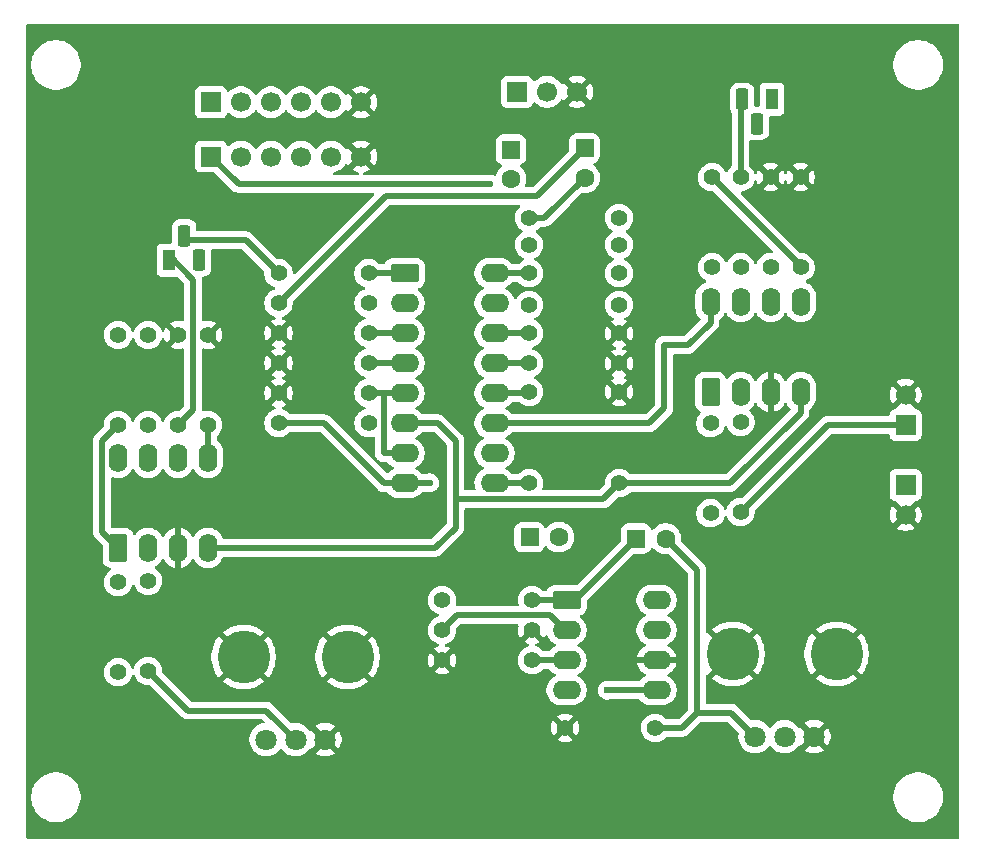
<source format=gtl>
%TF.GenerationSoftware,KiCad,Pcbnew,9.0.3*%
%TF.CreationDate,2025-08-11T14:45:13+09:00*%
%TF.ProjectId,debugVCASeparate,64656275-6756-4434-9153-657061726174,rev?*%
%TF.SameCoordinates,Original*%
%TF.FileFunction,Copper,L1,Top*%
%TF.FilePolarity,Positive*%
%FSLAX46Y46*%
G04 Gerber Fmt 4.6, Leading zero omitted, Abs format (unit mm)*
G04 Created by KiCad (PCBNEW 9.0.3) date 2025-08-11 14:45:13*
%MOMM*%
%LPD*%
G01*
G04 APERTURE LIST*
G04 Aperture macros list*
%AMRoundRect*
0 Rectangle with rounded corners*
0 $1 Rounding radius*
0 $2 $3 $4 $5 $6 $7 $8 $9 X,Y pos of 4 corners*
0 Add a 4 corners polygon primitive as box body*
4,1,4,$2,$3,$4,$5,$6,$7,$8,$9,$2,$3,0*
0 Add four circle primitives for the rounded corners*
1,1,$1+$1,$2,$3*
1,1,$1+$1,$4,$5*
1,1,$1+$1,$6,$7*
1,1,$1+$1,$8,$9*
0 Add four rect primitives between the rounded corners*
20,1,$1+$1,$2,$3,$4,$5,0*
20,1,$1+$1,$4,$5,$6,$7,0*
20,1,$1+$1,$6,$7,$8,$9,0*
20,1,$1+$1,$8,$9,$2,$3,0*%
G04 Aperture macros list end*
%TA.AperFunction,ComponentPad*%
%ADD10R,1.700000X1.700000*%
%TD*%
%TA.AperFunction,ComponentPad*%
%ADD11C,1.700000*%
%TD*%
%TA.AperFunction,ComponentPad*%
%ADD12C,1.400000*%
%TD*%
%TA.AperFunction,ComponentPad*%
%ADD13C,1.800000*%
%TD*%
%TA.AperFunction,ComponentPad*%
%ADD14C,4.455000*%
%TD*%
%TA.AperFunction,ComponentPad*%
%ADD15R,1.100000X1.800000*%
%TD*%
%TA.AperFunction,ComponentPad*%
%ADD16RoundRect,0.275000X-0.275000X-0.625000X0.275000X-0.625000X0.275000X0.625000X-0.275000X0.625000X0*%
%TD*%
%TA.AperFunction,ComponentPad*%
%ADD17RoundRect,0.250000X-0.550000X-0.550000X0.550000X-0.550000X0.550000X0.550000X-0.550000X0.550000X0*%
%TD*%
%TA.AperFunction,ComponentPad*%
%ADD18C,1.600000*%
%TD*%
%TA.AperFunction,ComponentPad*%
%ADD19RoundRect,0.250000X0.550000X-0.950000X0.550000X0.950000X-0.550000X0.950000X-0.550000X-0.950000X0*%
%TD*%
%TA.AperFunction,ComponentPad*%
%ADD20O,1.600000X2.400000*%
%TD*%
%TA.AperFunction,ComponentPad*%
%ADD21RoundRect,0.250000X-0.550000X0.550000X-0.550000X-0.550000X0.550000X-0.550000X0.550000X0.550000X0*%
%TD*%
%TA.AperFunction,ComponentPad*%
%ADD22RoundRect,0.250000X-0.950000X-0.550000X0.950000X-0.550000X0.950000X0.550000X-0.950000X0.550000X0*%
%TD*%
%TA.AperFunction,ComponentPad*%
%ADD23O,2.400000X1.600000*%
%TD*%
%TA.AperFunction,ComponentPad*%
%ADD24RoundRect,0.275000X0.275000X0.625000X-0.275000X0.625000X-0.275000X-0.625000X0.275000X-0.625000X0*%
%TD*%
%TA.AperFunction,ViaPad*%
%ADD25C,0.600000*%
%TD*%
%TA.AperFunction,Conductor*%
%ADD26C,0.500000*%
%TD*%
G04 APERTURE END LIST*
D10*
%TO.P,J1,1,Pin_1*%
%TO.N,+12VA*%
X56134000Y-78758000D03*
D11*
%TO.P,J1,2,Pin_2*%
%TO.N,+5VA*%
X58674000Y-78758000D03*
%TO.P,J1,3,Pin_3*%
%TO.N,-5VA*%
X61214000Y-78758000D03*
%TO.P,J1,4,Pin_4*%
%TO.N,-12VA*%
X63754000Y-78758000D03*
%TO.P,J1,5,Pin_5*%
%TO.N,unconnected-(J1-Pin_5-Pad5)*%
X66294000Y-78758000D03*
%TO.P,J1,6,Pin_6*%
%TO.N,GNDA*%
X68834000Y-78758000D03*
%TD*%
D12*
%TO.P,R1,1*%
%TO.N,GNDA*%
X106045000Y-80518000D03*
%TO.P,R1,2*%
%TO.N,Net-(U3B-+)*%
X106045000Y-88138000D03*
%TD*%
%TO.P,R34,1*%
%TO.N,Net-(R31-Pad2)*%
X90678000Y-86233000D03*
%TO.P,R34,2*%
%TO.N,Net-(C1-Pad2)*%
X83058000Y-86233000D03*
%TD*%
D10*
%TO.P,J3,1,Pin_1*%
%TO.N,Net-(J3-Pin_1)*%
X114935000Y-106553000D03*
D11*
%TO.P,J3,2,Pin_2*%
%TO.N,GNDA*%
X114935000Y-109093000D03*
%TD*%
D13*
%TO.P,VR6,1,CCW*%
%TO.N,+5VA*%
X60786000Y-128125000D03*
%TO.P,VR6,2,WIPER*%
%TO.N,Net-(VR6-WIPER)*%
X63286000Y-128125000D03*
%TO.P,VR6,3,CW*%
%TO.N,GNDA*%
X65786000Y-128125000D03*
D14*
%TO.P,VR6,MH1,MH1*%
X58886000Y-121125000D03*
%TO.P,VR6,MH2,MH2*%
X67686000Y-121125000D03*
%TD*%
D15*
%TO.P,Q1,1,E*%
%TO.N,Net-(Q1-E)*%
X52578000Y-87522000D03*
D16*
%TO.P,Q1,2,C*%
%TO.N,Net-(Q1-C)*%
X53848000Y-85452000D03*
%TO.P,Q1,3,B*%
%TO.N,Net-(Q1-B)*%
X55118000Y-87522000D03*
%TD*%
D12*
%TO.P,R11,1*%
%TO.N,Net-(R11-Pad1)*%
X48260000Y-101473000D03*
%TO.P,R11,2*%
%TO.N,Net-(U1B-+)*%
X48260000Y-93853000D03*
%TD*%
%TO.P,R23,1*%
%TO.N,-12VA*%
X69469000Y-101328000D03*
%TO.P,R23,2*%
%TO.N,ResoWav*%
X61849000Y-101328000D03*
%TD*%
%TO.P,R12,1*%
%TO.N,GNDA*%
X53340000Y-93853000D03*
%TO.P,R12,2*%
%TO.N,Net-(Q1-E)*%
X53340000Y-101473000D03*
%TD*%
%TO.P,R36,1*%
%TO.N,GNDA*%
X90678000Y-98679000D03*
%TO.P,R36,2*%
%TO.N,Net-(R36-Pad2)*%
X83058000Y-98679000D03*
%TD*%
%TO.P,R13,1*%
%TO.N,GNDA*%
X55880000Y-93853000D03*
%TO.P,R13,2*%
%TO.N,Net-(U1B-+)*%
X55880000Y-101473000D03*
%TD*%
%TO.P,R44,1*%
%TO.N,VCAEnv*%
X100965000Y-108857000D03*
%TO.P,R44,2*%
%TO.N,Net-(U3A--)*%
X100965000Y-101237000D03*
%TD*%
D17*
%TO.P,C7,1*%
%TO.N,Net-(U4A-+)*%
X83098000Y-110980000D03*
D18*
%TO.P,C7,2*%
%TO.N,Net-(C7-Pad2)*%
X85598000Y-110980000D03*
%TD*%
D19*
%TO.P,U1,1*%
%TO.N,Net-(R11-Pad1)*%
X48260000Y-111887000D03*
D20*
%TO.P,U1,2,-*%
%TO.N,Net-(U1A--)*%
X50800000Y-111887000D03*
%TO.P,U1,3,+*%
%TO.N,GNDA*%
X53340000Y-111887000D03*
%TO.P,U1,4,V-*%
%TO.N,-12VA*%
X55880000Y-111887000D03*
%TO.P,U1,5,+*%
%TO.N,Net-(U1B-+)*%
X55880000Y-104267000D03*
%TO.P,U1,6,-*%
%TO.N,Net-(Q1-E)*%
X53340000Y-104267000D03*
%TO.P,U1,7*%
%TO.N,Net-(R14-Pad1)*%
X50800000Y-104267000D03*
%TO.P,U1,8,V+*%
%TO.N,+12VA*%
X48260000Y-104267000D03*
%TD*%
D21*
%TO.P,C2,1*%
%TO.N,VCF_OUT*%
X87757000Y-78042900D03*
D18*
%TO.P,C2,2*%
%TO.N,Net-(C2-Pad2)*%
X87757000Y-80542900D03*
%TD*%
D10*
%TO.P,J4,1,Pin_1*%
%TO.N,VCAEnv*%
X114935000Y-101473000D03*
D11*
%TO.P,J4,2,Pin_2*%
%TO.N,GNDA*%
X114935000Y-98933000D03*
%TD*%
D19*
%TO.P,U3,1*%
%TO.N,Net-(R4-Pad1)*%
X98425000Y-98679000D03*
D20*
%TO.P,U3,2,-*%
%TO.N,Net-(U3A--)*%
X100965000Y-98679000D03*
%TO.P,U3,3,+*%
%TO.N,GNDA*%
X103505000Y-98679000D03*
%TO.P,U3,4,V-*%
%TO.N,-12VA*%
X106045000Y-98679000D03*
%TO.P,U3,5,+*%
%TO.N,Net-(U3B-+)*%
X106045000Y-91059000D03*
%TO.P,U3,6,-*%
%TO.N,Net-(Q2-E)*%
X103505000Y-91059000D03*
%TO.P,U3,7*%
%TO.N,Net-(R3-Pad1)*%
X100965000Y-91059000D03*
%TO.P,U3,8,V+*%
%TO.N,+12VA*%
X98425000Y-91059000D03*
%TD*%
D12*
%TO.P,R35,1*%
%TO.N,Net-(R31-Pad2)*%
X90678000Y-83947000D03*
%TO.P,R35,2*%
%TO.N,Net-(C2-Pad2)*%
X83058000Y-83947000D03*
%TD*%
D17*
%TO.P,C9,1*%
%TO.N,Net-(C9-Pad1)*%
X92115000Y-111107000D03*
D18*
%TO.P,C9,2*%
%TO.N,Net-(VR7-CCW)*%
X94615000Y-111107000D03*
%TD*%
D12*
%TO.P,R31,1*%
%TO.N,Net-(U2A-+)*%
X83058000Y-91313000D03*
%TO.P,R31,2*%
%TO.N,Net-(R31-Pad2)*%
X90678000Y-91313000D03*
%TD*%
%TO.P,R38,1*%
%TO.N,GNDA*%
X75692000Y-121394000D03*
%TO.P,R38,2*%
%TO.N,Net-(U4A-+)*%
X83312000Y-121394000D03*
%TD*%
D22*
%TO.P,U2,1*%
%TO.N,ResoCnt*%
X72517000Y-88628000D03*
D23*
%TO.P,U2,2,DIODE_BIAS*%
%TO.N,unconnected-(U2C-DIODE_BIAS-Pad2)*%
X72517000Y-91168000D03*
%TO.P,U2,3,+*%
%TO.N,Net-(U2C-+)*%
X72517000Y-93708000D03*
%TO.P,U2,4,-*%
%TO.N,Net-(U2C--)*%
X72517000Y-96248000D03*
%TO.P,U2,5*%
%TO.N,Net-(R22-Pad2)*%
X72517000Y-98788000D03*
%TO.P,U2,6,V-*%
%TO.N,-12VA*%
X72517000Y-101328000D03*
%TO.P,U2,7*%
%TO.N,Net-(R22-Pad2)*%
X72517000Y-103868000D03*
%TO.P,U2,8*%
%TO.N,ResoWav*%
X72517000Y-106408000D03*
%TO.P,U2,9*%
%TO.N,Net-(C7-Pad2)*%
X80137000Y-106408000D03*
%TO.P,U2,10*%
%TO.N,Net-(R36-Pad2)*%
X80137000Y-103868000D03*
%TO.P,U2,11,V+*%
%TO.N,+12VA*%
X80137000Y-101328000D03*
%TO.P,U2,12*%
%TO.N,Net-(R36-Pad2)*%
X80137000Y-98788000D03*
%TO.P,U2,13,-*%
%TO.N,Net-(U2A--)*%
X80137000Y-96248000D03*
%TO.P,U2,14,+*%
%TO.N,Net-(U2A-+)*%
X80137000Y-93708000D03*
%TO.P,U2,15,DIODE_BIAS*%
%TO.N,unconnected-(U2A-DIODE_BIAS-Pad15)*%
X80137000Y-91168000D03*
%TO.P,U2,16*%
%TO.N,VCACnt*%
X80137000Y-88628000D03*
%TD*%
D12*
%TO.P,R32,1*%
%TO.N,GNDA*%
X90678000Y-96266000D03*
%TO.P,R32,2*%
%TO.N,Net-(U2A--)*%
X83058000Y-96266000D03*
%TD*%
%TO.P,R19,1*%
%TO.N,GNDA*%
X61849000Y-93708000D03*
%TO.P,R19,2*%
%TO.N,Net-(U2C-+)*%
X69469000Y-93708000D03*
%TD*%
D10*
%TO.P,J2,1,Pin_1*%
%TO.N,ResoWav*%
X82042000Y-73279000D03*
D11*
%TO.P,J2,2,Pin_2*%
%TO.N,VCF_OUT*%
X84582000Y-73279000D03*
%TO.P,J2,3,Pin_3*%
%TO.N,GNDA*%
X87122000Y-73279000D03*
%TD*%
D12*
%TO.P,R41,1*%
%TO.N,Net-(U1A--)*%
X48260000Y-122428000D03*
%TO.P,R41,2*%
%TO.N,Net-(R11-Pad1)*%
X48260000Y-114808000D03*
%TD*%
%TO.P,R45,1*%
%TO.N,Net-(U3A--)*%
X98425000Y-108966000D03*
%TO.P,R45,2*%
%TO.N,Net-(R4-Pad1)*%
X98425000Y-101346000D03*
%TD*%
%TO.P,R21,1*%
%TO.N,Net-(U2C-+)*%
X69469000Y-91168000D03*
%TO.P,R21,2*%
%TO.N,VCF_OUT*%
X61849000Y-91168000D03*
%TD*%
D15*
%TO.P,Q2,1,E*%
%TO.N,Net-(Q2-E)*%
X103632000Y-73895000D03*
D24*
%TO.P,Q2,2,C*%
%TO.N,Net-(Q2-C)*%
X102362000Y-75965000D03*
%TO.P,Q2,3,B*%
%TO.N,Net-(Q2-B)*%
X101092000Y-73895000D03*
%TD*%
D10*
%TO.P,J5,1,Pin_1*%
%TO.N,+12VA*%
X56134000Y-74168000D03*
D11*
%TO.P,J5,2,Pin_2*%
%TO.N,+5VA*%
X58674000Y-74168000D03*
%TO.P,J5,3,Pin_3*%
%TO.N,-5VA*%
X61214000Y-74168000D03*
%TO.P,J5,4,Pin_4*%
%TO.N,-12VA*%
X63754000Y-74168000D03*
%TO.P,J5,5,Pin_5*%
%TO.N,unconnected-(J5-Pin_5-Pad5)*%
X66294000Y-74168000D03*
%TO.P,J5,6,Pin_6*%
%TO.N,GNDA*%
X68834000Y-74168000D03*
%TD*%
D12*
%TO.P,R49,1*%
%TO.N,GNDA*%
X86106000Y-127127000D03*
%TO.P,R49,2*%
%TO.N,Net-(VR7-CCW)*%
X93726000Y-127127000D03*
%TD*%
%TO.P,R3,1*%
%TO.N,Net-(R3-Pad1)*%
X100965000Y-88138000D03*
%TO.P,R3,2*%
%TO.N,Net-(Q2-B)*%
X100965000Y-80518000D03*
%TD*%
%TO.P,R33,1*%
%TO.N,GNDA*%
X90678000Y-93726000D03*
%TO.P,R33,2*%
%TO.N,Net-(U2A-+)*%
X83058000Y-93726000D03*
%TD*%
%TO.P,R5,1*%
%TO.N,Net-(Q2-C)*%
X90678000Y-88646000D03*
%TO.P,R5,2*%
%TO.N,VCACnt*%
X83058000Y-88646000D03*
%TD*%
%TO.P,R37,1*%
%TO.N,-12VA*%
X90678000Y-106426000D03*
%TO.P,R37,2*%
%TO.N,Net-(C7-Pad2)*%
X83058000Y-106426000D03*
%TD*%
D22*
%TO.P,U4,1*%
%TO.N,Net-(C9-Pad1)*%
X86233000Y-116314000D03*
D23*
%TO.P,U4,2,-*%
%TO.N,Net-(U4A--)*%
X86233000Y-118854000D03*
%TO.P,U4,3,+*%
%TO.N,Net-(U4A-+)*%
X86233000Y-121394000D03*
%TO.P,U4,4,V-*%
%TO.N,-12VA*%
X86233000Y-123934000D03*
%TO.P,U4,5,+*%
%TO.N,Net-(U4B-+)*%
X93853000Y-123934000D03*
%TO.P,U4,6,-*%
%TO.N,GNDA*%
X93853000Y-121394000D03*
%TO.P,U4,7*%
%TO.N,Net-(U4B-+)*%
X93853000Y-118854000D03*
%TO.P,U4,8,V+*%
%TO.N,+12VA*%
X93853000Y-116314000D03*
%TD*%
D12*
%TO.P,R15,1*%
%TO.N,Net-(Q1-C)*%
X61849000Y-88646000D03*
%TO.P,R15,2*%
%TO.N,ResoCnt*%
X69469000Y-88646000D03*
%TD*%
%TO.P,R4,1*%
%TO.N,Net-(R4-Pad1)*%
X98552000Y-88138000D03*
%TO.P,R4,2*%
%TO.N,Net-(U3B-+)*%
X98552000Y-80518000D03*
%TD*%
%TO.P,R22,1*%
%TO.N,GNDA*%
X61849000Y-98788000D03*
%TO.P,R22,2*%
%TO.N,Net-(R22-Pad2)*%
X69469000Y-98788000D03*
%TD*%
D21*
%TO.P,C1,1*%
%TO.N,ResoWav*%
X81534000Y-78169900D03*
D18*
%TO.P,C1,2*%
%TO.N,Net-(C1-Pad2)*%
X81534000Y-80669900D03*
%TD*%
D12*
%TO.P,R14,1*%
%TO.N,Net-(R14-Pad1)*%
X50800000Y-101473000D03*
%TO.P,R14,2*%
%TO.N,Net-(Q1-B)*%
X50800000Y-93853000D03*
%TD*%
%TO.P,R48,1*%
%TO.N,GNDA*%
X83312000Y-118854000D03*
%TO.P,R48,2*%
%TO.N,Net-(U4A--)*%
X75692000Y-118854000D03*
%TD*%
D13*
%TO.P,VR7,1,CCW*%
%TO.N,Net-(VR7-CCW)*%
X102188000Y-127871000D03*
%TO.P,VR7,2,WIPER*%
%TO.N,Net-(J3-Pin_1)*%
X104688000Y-127871000D03*
%TO.P,VR7,3,CW*%
%TO.N,GNDA*%
X107188000Y-127871000D03*
D14*
%TO.P,VR7,MH1,MH1*%
X100288000Y-120871000D03*
%TO.P,VR7,MH2,MH2*%
X109088000Y-120871000D03*
%TD*%
D12*
%TO.P,R43,1*%
%TO.N,Net-(VR6-WIPER)*%
X50800000Y-122301000D03*
%TO.P,R43,2*%
%TO.N,Net-(U1A--)*%
X50800000Y-114681000D03*
%TD*%
%TO.P,R47,1*%
%TO.N,Net-(C9-Pad1)*%
X83312000Y-116314000D03*
%TO.P,R47,2*%
%TO.N,Net-(U4A--)*%
X75692000Y-116314000D03*
%TD*%
%TO.P,R20,1*%
%TO.N,GNDA*%
X61849000Y-96248000D03*
%TO.P,R20,2*%
%TO.N,Net-(U2C--)*%
X69469000Y-96248000D03*
%TD*%
%TO.P,R2,1*%
%TO.N,GNDA*%
X103505000Y-80518000D03*
%TO.P,R2,2*%
%TO.N,Net-(Q2-E)*%
X103505000Y-88138000D03*
%TD*%
D25*
%TO.N,Net-(U4B-+)*%
X89680000Y-123934000D03*
%TO.N,+12VA*%
X94906900Y-94742000D03*
X79781600Y-81080100D03*
%TO.N,ResoWav*%
X74630900Y-106387500D03*
%TD*%
D26*
%TO.N,Net-(U4B-+)*%
X89662000Y-123952000D02*
X89680000Y-123934000D01*
X93853000Y-123934000D02*
X89680000Y-123934000D01*
%TO.N,Net-(VR7-CCW)*%
X100182300Y-125865300D02*
X97282000Y-125865300D01*
X96020300Y-127127000D02*
X97282000Y-125865300D01*
X93726000Y-127127000D02*
X96020300Y-127127000D01*
%TO.N,Net-(U4B-+)*%
X93708000Y-118999000D02*
X93853000Y-118854000D01*
%TO.N,Net-(VR7-CCW)*%
X97282000Y-113774000D02*
X97282000Y-125865300D01*
X94615000Y-111107000D02*
X97282000Y-113774000D01*
%TO.N,Net-(R36-Pad2)*%
X82949000Y-98788000D02*
X80137000Y-98788000D01*
X83058000Y-98679000D02*
X82949000Y-98788000D01*
%TO.N,Net-(U2A--)*%
X83040000Y-96248000D02*
X80137000Y-96248000D01*
X83058000Y-96266000D02*
X83040000Y-96248000D01*
%TO.N,+12VA*%
X93236000Y-101328000D02*
X80137000Y-101328000D01*
X94488000Y-100076000D02*
X93236000Y-101328000D01*
X94488000Y-94687500D02*
X94488000Y-100076000D01*
X94852400Y-94687500D02*
X94488000Y-94687500D01*
X94906900Y-94742000D02*
X94852400Y-94687500D01*
X98425000Y-92810700D02*
X98425000Y-91059000D01*
X94906900Y-94742000D02*
X96493700Y-94742000D01*
X96493700Y-94742000D02*
X98425000Y-92810700D01*
%TO.N,Net-(Q1-E)*%
X54628300Y-89172300D02*
X54628300Y-100184700D01*
X52578000Y-87122000D02*
X54628300Y-89172300D01*
X54628300Y-100184700D02*
X53340000Y-101473000D01*
%TO.N,-12VA*%
X76832400Y-102832400D02*
X75328000Y-101328000D01*
X76832400Y-105416800D02*
X76832400Y-102832400D01*
X75328000Y-101328000D02*
X72517000Y-101328000D01*
X76832400Y-107782400D02*
X76832400Y-105416800D01*
X89321600Y-107782400D02*
X76832400Y-107782400D01*
X90678000Y-106426000D02*
X89321600Y-107782400D01*
X75113000Y-111887000D02*
X76832400Y-110167600D01*
X55880000Y-111887000D02*
X75113000Y-111887000D01*
X76832400Y-110167600D02*
X76832400Y-105416800D01*
%TO.N,Net-(R11-Pad1)*%
X46882700Y-102850300D02*
X48260000Y-101473000D01*
X46882700Y-110509700D02*
X46882700Y-102850300D01*
X48260000Y-111887000D02*
X46882700Y-110509700D01*
%TO.N,Net-(Q2-B)*%
X100965000Y-74422000D02*
X101092000Y-74295000D01*
X100965000Y-80518000D02*
X100965000Y-74422000D01*
%TO.N,Net-(Q1-C)*%
X59055000Y-85852000D02*
X61849000Y-88646000D01*
X53848000Y-85852000D02*
X59055000Y-85852000D01*
%TO.N,Net-(U4A--)*%
X76962000Y-117584000D02*
X75692000Y-118854000D01*
X84867900Y-117584000D02*
X76962000Y-117584000D01*
X86137900Y-118854000D02*
X84867900Y-117584000D01*
X86233000Y-118854000D02*
X86137900Y-118854000D01*
%TO.N,Net-(U3B-+)*%
X106045000Y-88011000D02*
X106045000Y-88138000D01*
X98552000Y-80518000D02*
X106045000Y-88011000D01*
%TO.N,Net-(VR6-WIPER)*%
X60824500Y-125663500D02*
X63286000Y-128125000D01*
X54162500Y-125663500D02*
X60824500Y-125663500D01*
X50800000Y-122301000D02*
X54162500Y-125663500D01*
%TO.N,Net-(U1B-+)*%
X55880000Y-104267000D02*
X55880000Y-101473000D01*
%TO.N,Net-(U2A-+)*%
X83040000Y-93708000D02*
X83058000Y-93726000D01*
X80137000Y-93708000D02*
X83040000Y-93708000D01*
%TO.N,Net-(R22-Pad2)*%
X70743000Y-98788000D02*
X69469000Y-98788000D01*
X72517000Y-103868000D02*
X70765300Y-103868000D01*
X70765300Y-98788000D02*
X70765300Y-103868000D01*
X72517000Y-98788000D02*
X70765300Y-98788000D01*
X70765300Y-98788000D02*
X70743000Y-98788000D01*
%TO.N,Net-(U2C--)*%
X72517000Y-96248000D02*
X69469000Y-96248000D01*
%TO.N,Net-(U2C-+)*%
X72517000Y-93708000D02*
X69469000Y-93708000D01*
%TO.N,VCACnt*%
X83040000Y-88628000D02*
X83058000Y-88646000D01*
X80137000Y-88628000D02*
X83040000Y-88628000D01*
%TO.N,ResoCnt*%
X72499000Y-88646000D02*
X72517000Y-88628000D01*
X69469000Y-88646000D02*
X72499000Y-88646000D01*
%TO.N,VCAEnv*%
X108349000Y-101473000D02*
X100965000Y-108857000D01*
X114935000Y-101473000D02*
X108349000Y-101473000D01*
%TO.N,-12VA*%
X100049700Y-106426000D02*
X90678000Y-106426000D01*
X106045000Y-100430700D02*
X100049700Y-106426000D01*
X106045000Y-98679000D02*
X106045000Y-100430700D01*
%TO.N,+12VA*%
X58456100Y-81080100D02*
X56134000Y-78758000D01*
X79781600Y-81080100D02*
X58456100Y-81080100D01*
%TO.N,Net-(C9-Pad1)*%
X86908000Y-116314000D02*
X86233000Y-116314000D01*
X92115000Y-111107000D02*
X86908000Y-116314000D01*
X83312000Y-116314000D02*
X86233000Y-116314000D01*
%TO.N,Net-(VR7-CCW)*%
X102188000Y-127871000D02*
X100182300Y-125865300D01*
%TO.N,Net-(U4A-+)*%
X83312000Y-121394000D02*
X86233000Y-121394000D01*
%TO.N,Net-(C7-Pad2)*%
X81906700Y-106426000D02*
X81888700Y-106408000D01*
X83058000Y-106426000D02*
X81906700Y-106426000D01*
X80137000Y-106408000D02*
X81888700Y-106408000D01*
%TO.N,Net-(C2-Pad2)*%
X84352900Y-83947000D02*
X83058000Y-83947000D01*
X87757000Y-80542900D02*
X84352900Y-83947000D01*
%TO.N,VCF_OUT*%
X70943000Y-82074000D02*
X61849000Y-91168000D01*
X83725900Y-82074000D02*
X70943000Y-82074000D01*
X87757000Y-78042900D02*
X83725900Y-82074000D01*
%TO.N,ResoWav*%
X65685300Y-101328000D02*
X70765300Y-106408000D01*
X61849000Y-101328000D02*
X65685300Y-101328000D01*
X72517000Y-106408000D02*
X70765300Y-106408000D01*
X74610400Y-106408000D02*
X74630900Y-106387500D01*
X72517000Y-106408000D02*
X74610400Y-106408000D01*
%TD*%
%TA.AperFunction,Conductor*%
%TO.N,GNDA*%
G36*
X82250414Y-82844185D02*
G01*
X82296169Y-82896989D01*
X82306113Y-82966147D01*
X82277088Y-83029703D01*
X82271056Y-83036181D01*
X82142312Y-83164924D01*
X82142312Y-83164925D01*
X82142310Y-83164927D01*
X82119371Y-83196500D01*
X82031240Y-83317800D01*
X81945454Y-83486163D01*
X81887059Y-83665881D01*
X81857500Y-83852513D01*
X81857500Y-84041486D01*
X81887059Y-84228118D01*
X81945454Y-84407836D01*
X82031239Y-84576198D01*
X82031240Y-84576199D01*
X82142310Y-84729073D01*
X82275927Y-84862690D01*
X82428801Y-84973760D01*
X82440094Y-84979514D01*
X82440096Y-84979515D01*
X82490892Y-85027490D01*
X82507687Y-85095311D01*
X82485149Y-85161446D01*
X82440096Y-85200485D01*
X82428800Y-85206240D01*
X82342354Y-85269048D01*
X82275927Y-85317310D01*
X82275925Y-85317312D01*
X82275924Y-85317312D01*
X82142312Y-85450924D01*
X82142312Y-85450925D01*
X82142310Y-85450927D01*
X82094610Y-85516579D01*
X82031240Y-85603800D01*
X81945454Y-85772163D01*
X81887059Y-85951881D01*
X81857500Y-86138513D01*
X81857500Y-86327486D01*
X81887059Y-86514118D01*
X81945454Y-86693836D01*
X81993275Y-86787689D01*
X82031240Y-86862199D01*
X82142310Y-87015073D01*
X82275927Y-87148690D01*
X82428801Y-87259760D01*
X82494777Y-87293376D01*
X82564721Y-87329015D01*
X82615517Y-87376990D01*
X82632312Y-87444811D01*
X82609774Y-87510946D01*
X82564721Y-87549985D01*
X82428800Y-87619240D01*
X82275928Y-87730309D01*
X82165055Y-87841182D01*
X82103732Y-87874666D01*
X82077374Y-87877500D01*
X81662418Y-87877500D01*
X81595379Y-87857815D01*
X81562100Y-87826385D01*
X81528971Y-87780787D01*
X81528967Y-87780782D01*
X81384213Y-87636028D01*
X81218613Y-87515715D01*
X81218612Y-87515714D01*
X81218610Y-87515713D01*
X81138824Y-87475060D01*
X81036223Y-87422781D01*
X80841534Y-87359522D01*
X80648917Y-87329015D01*
X80639352Y-87327500D01*
X79634648Y-87327500D01*
X79625083Y-87329015D01*
X79432465Y-87359522D01*
X79237776Y-87422781D01*
X79055386Y-87515715D01*
X78889786Y-87636028D01*
X78745028Y-87780786D01*
X78624715Y-87946386D01*
X78531781Y-88128776D01*
X78468522Y-88323465D01*
X78436500Y-88525648D01*
X78436500Y-88730351D01*
X78468522Y-88932534D01*
X78531781Y-89127223D01*
X78583135Y-89228009D01*
X78620448Y-89301240D01*
X78624715Y-89309613D01*
X78745028Y-89475213D01*
X78889786Y-89619971D01*
X79044749Y-89732556D01*
X79055390Y-89740287D01*
X79146840Y-89786883D01*
X79148080Y-89787515D01*
X79198876Y-89835490D01*
X79215671Y-89903311D01*
X79193134Y-89969446D01*
X79148080Y-90008485D01*
X79055386Y-90055715D01*
X78889786Y-90176028D01*
X78889782Y-90176032D01*
X78745034Y-90320781D01*
X78745028Y-90320786D01*
X78624715Y-90486386D01*
X78531781Y-90668776D01*
X78468522Y-90863465D01*
X78436500Y-91065648D01*
X78436500Y-91270351D01*
X78468522Y-91472534D01*
X78531781Y-91667223D01*
X78624715Y-91849613D01*
X78745028Y-92015213D01*
X78889786Y-92159971D01*
X78984372Y-92228690D01*
X79055390Y-92280287D01*
X79133981Y-92320331D01*
X79148080Y-92327515D01*
X79198876Y-92375490D01*
X79215671Y-92443311D01*
X79193134Y-92509446D01*
X79148080Y-92548485D01*
X79055386Y-92595715D01*
X78889786Y-92716028D01*
X78745028Y-92860786D01*
X78624715Y-93026386D01*
X78531781Y-93208776D01*
X78468522Y-93403465D01*
X78436500Y-93605648D01*
X78436500Y-93810351D01*
X78468522Y-94012534D01*
X78531781Y-94207223D01*
X78624715Y-94389613D01*
X78745028Y-94555213D01*
X78889786Y-94699971D01*
X78984372Y-94768690D01*
X79055390Y-94820287D01*
X79135062Y-94860882D01*
X79148080Y-94867515D01*
X79198876Y-94915490D01*
X79215671Y-94983311D01*
X79193134Y-95049446D01*
X79148080Y-95088485D01*
X79055386Y-95135715D01*
X78889786Y-95256028D01*
X78745028Y-95400786D01*
X78624715Y-95566386D01*
X78531781Y-95748776D01*
X78468522Y-95943465D01*
X78436500Y-96145648D01*
X78436500Y-96350351D01*
X78468522Y-96552534D01*
X78531781Y-96747223D01*
X78624715Y-96929613D01*
X78745028Y-97095213D01*
X78889786Y-97239971D01*
X79044749Y-97352556D01*
X79055390Y-97360287D01*
X79135400Y-97401054D01*
X79148080Y-97407515D01*
X79198876Y-97455490D01*
X79215671Y-97523311D01*
X79193134Y-97589446D01*
X79148080Y-97628485D01*
X79055386Y-97675715D01*
X78889786Y-97796028D01*
X78889782Y-97796032D01*
X78745034Y-97940781D01*
X78745028Y-97940786D01*
X78624715Y-98106386D01*
X78531781Y-98288776D01*
X78468522Y-98483465D01*
X78436500Y-98685648D01*
X78436500Y-98890351D01*
X78468522Y-99092534D01*
X78531781Y-99287223D01*
X78580855Y-99383534D01*
X78620364Y-99461075D01*
X78624715Y-99469613D01*
X78745028Y-99635213D01*
X78889786Y-99779971D01*
X79026779Y-99879500D01*
X79055390Y-99900287D01*
X79135800Y-99941258D01*
X79148080Y-99947515D01*
X79198876Y-99995490D01*
X79215671Y-100063311D01*
X79193134Y-100129446D01*
X79148080Y-100168485D01*
X79055386Y-100215715D01*
X78889786Y-100336028D01*
X78745028Y-100480786D01*
X78624715Y-100646386D01*
X78531781Y-100828776D01*
X78468522Y-101023465D01*
X78436500Y-101225648D01*
X78436500Y-101430351D01*
X78468522Y-101632534D01*
X78531781Y-101827223D01*
X78624715Y-102009613D01*
X78745028Y-102175213D01*
X78889786Y-102319971D01*
X79010869Y-102407941D01*
X79055390Y-102440287D01*
X79127257Y-102476905D01*
X79148080Y-102487515D01*
X79198876Y-102535490D01*
X79215671Y-102603311D01*
X79193134Y-102669446D01*
X79148080Y-102708485D01*
X79055386Y-102755715D01*
X78889786Y-102876028D01*
X78745028Y-103020786D01*
X78624715Y-103186386D01*
X78531781Y-103368776D01*
X78468522Y-103563465D01*
X78436500Y-103765648D01*
X78436500Y-103970351D01*
X78468522Y-104172534D01*
X78531781Y-104367223D01*
X78624715Y-104549613D01*
X78745028Y-104715213D01*
X78889786Y-104859971D01*
X79030107Y-104961918D01*
X79055390Y-104980287D01*
X79146840Y-105026883D01*
X79148080Y-105027515D01*
X79198876Y-105075490D01*
X79215671Y-105143311D01*
X79193134Y-105209446D01*
X79148080Y-105248485D01*
X79055386Y-105295715D01*
X78889786Y-105416028D01*
X78745028Y-105560786D01*
X78624715Y-105726386D01*
X78531781Y-105908776D01*
X78468522Y-106103465D01*
X78460517Y-106154010D01*
X78436500Y-106305648D01*
X78436500Y-106510352D01*
X78438104Y-106520481D01*
X78468522Y-106712534D01*
X78519551Y-106869581D01*
X78521546Y-106939423D01*
X78485466Y-106999256D01*
X78422765Y-107030084D01*
X78401620Y-107031900D01*
X77706900Y-107031900D01*
X77639861Y-107012215D01*
X77594106Y-106959411D01*
X77582900Y-106907900D01*
X77582900Y-102758479D01*
X77554059Y-102613492D01*
X77554058Y-102613491D01*
X77554058Y-102613487D01*
X77521751Y-102535490D01*
X77497485Y-102476907D01*
X77488649Y-102463683D01*
X77427897Y-102372760D01*
X77415352Y-102353984D01*
X76619106Y-101557738D01*
X75806421Y-100745052D01*
X75806414Y-100745046D01*
X75731369Y-100694903D01*
X75731270Y-100694838D01*
X75683495Y-100662916D01*
X75683494Y-100662915D01*
X75683492Y-100662914D01*
X75546917Y-100606343D01*
X75546907Y-100606340D01*
X75401920Y-100577500D01*
X75401918Y-100577500D01*
X74042418Y-100577500D01*
X73975379Y-100557815D01*
X73942100Y-100526385D01*
X73908971Y-100480787D01*
X73908967Y-100480782D01*
X73764213Y-100336028D01*
X73598614Y-100215715D01*
X73542438Y-100187092D01*
X73505917Y-100168483D01*
X73455123Y-100120511D01*
X73438328Y-100052690D01*
X73460865Y-99986555D01*
X73505917Y-99947516D01*
X73598610Y-99900287D01*
X73627909Y-99879000D01*
X73764213Y-99779971D01*
X73764215Y-99779968D01*
X73764219Y-99779966D01*
X73908966Y-99635219D01*
X73908968Y-99635215D01*
X73908971Y-99635213D01*
X73979236Y-99538500D01*
X74029287Y-99469610D01*
X74122220Y-99287219D01*
X74185477Y-99092534D01*
X74217500Y-98890352D01*
X74217500Y-98685648D01*
X74201488Y-98584552D01*
X74185477Y-98483465D01*
X74156127Y-98393137D01*
X74122220Y-98288781D01*
X74122218Y-98288778D01*
X74122218Y-98288776D01*
X74062351Y-98171282D01*
X74029287Y-98106390D01*
X74021556Y-98095749D01*
X73908971Y-97940786D01*
X73764213Y-97796028D01*
X73598614Y-97675715D01*
X73589588Y-97671116D01*
X73505917Y-97628483D01*
X73455123Y-97580511D01*
X73438328Y-97512690D01*
X73460865Y-97446555D01*
X73505917Y-97407516D01*
X73598610Y-97360287D01*
X73691554Y-97292760D01*
X73764213Y-97239971D01*
X73764215Y-97239968D01*
X73764219Y-97239966D01*
X73908966Y-97095219D01*
X73908968Y-97095215D01*
X73908971Y-97095213D01*
X73973097Y-97006949D01*
X74029287Y-96929610D01*
X74122220Y-96747219D01*
X74185477Y-96552534D01*
X74217500Y-96350352D01*
X74217500Y-96145648D01*
X74185477Y-95943466D01*
X74169549Y-95894446D01*
X74140541Y-95805168D01*
X74122220Y-95748781D01*
X74122218Y-95748778D01*
X74122218Y-95748776D01*
X74065295Y-95637060D01*
X74029287Y-95566390D01*
X74021556Y-95555749D01*
X73908971Y-95400786D01*
X73764213Y-95256028D01*
X73598614Y-95135715D01*
X73555860Y-95113931D01*
X73505917Y-95088483D01*
X73455123Y-95040511D01*
X73438328Y-94972690D01*
X73460865Y-94906555D01*
X73505917Y-94867516D01*
X73598610Y-94820287D01*
X73691554Y-94752760D01*
X73764213Y-94699971D01*
X73764215Y-94699968D01*
X73764219Y-94699966D01*
X73908966Y-94555219D01*
X73908968Y-94555215D01*
X73908971Y-94555213D01*
X73979236Y-94458500D01*
X74029287Y-94389610D01*
X74122220Y-94207219D01*
X74185477Y-94012534D01*
X74217500Y-93810352D01*
X74217500Y-93605648D01*
X74185477Y-93403466D01*
X74181804Y-93392163D01*
X74140541Y-93265168D01*
X74122220Y-93208781D01*
X74122218Y-93208778D01*
X74122218Y-93208776D01*
X74065295Y-93097060D01*
X74029287Y-93026390D01*
X73977177Y-92954666D01*
X73908971Y-92860786D01*
X73764213Y-92716028D01*
X73598614Y-92595715D01*
X73576438Y-92584416D01*
X73505917Y-92548483D01*
X73455123Y-92500511D01*
X73438328Y-92432690D01*
X73460865Y-92366555D01*
X73505917Y-92327516D01*
X73598610Y-92280287D01*
X73716329Y-92194760D01*
X73764213Y-92159971D01*
X73764215Y-92159968D01*
X73764219Y-92159966D01*
X73908966Y-92015219D01*
X73908968Y-92015215D01*
X73908971Y-92015213D01*
X73962018Y-91942199D01*
X74029287Y-91849610D01*
X74122220Y-91667219D01*
X74185477Y-91472534D01*
X74217500Y-91270352D01*
X74217500Y-91065648D01*
X74192238Y-90906153D01*
X74185477Y-90863465D01*
X74145231Y-90739603D01*
X74122220Y-90668781D01*
X74122218Y-90668778D01*
X74122218Y-90668776D01*
X74065085Y-90556648D01*
X74029287Y-90486390D01*
X73964569Y-90397312D01*
X73908971Y-90320786D01*
X73764219Y-90176034D01*
X73741848Y-90159781D01*
X73670547Y-90107978D01*
X73627882Y-90052649D01*
X73621903Y-89983036D01*
X73654508Y-89921240D01*
X73704426Y-89889955D01*
X73786334Y-89862814D01*
X73935656Y-89770712D01*
X74059712Y-89646656D01*
X74151814Y-89497334D01*
X74206999Y-89330797D01*
X74217500Y-89228009D01*
X74217499Y-88027992D01*
X74206999Y-87925203D01*
X74151814Y-87758666D01*
X74059712Y-87609344D01*
X73935656Y-87485288D01*
X73786334Y-87393186D01*
X73619797Y-87338001D01*
X73619795Y-87338000D01*
X73517010Y-87327500D01*
X71516998Y-87327500D01*
X71516981Y-87327501D01*
X71414203Y-87338000D01*
X71414200Y-87338001D01*
X71247668Y-87393185D01*
X71247663Y-87393187D01*
X71098342Y-87485289D01*
X70974289Y-87609342D01*
X70882187Y-87758663D01*
X70882185Y-87758668D01*
X70865009Y-87810504D01*
X70825236Y-87867949D01*
X70760721Y-87894772D01*
X70747303Y-87895500D01*
X70467625Y-87895500D01*
X70400586Y-87875815D01*
X70379944Y-87859181D01*
X70251075Y-87730312D01*
X70251073Y-87730310D01*
X70098199Y-87619240D01*
X70078773Y-87609342D01*
X69929836Y-87533454D01*
X69750118Y-87475059D01*
X69563486Y-87445500D01*
X69563481Y-87445500D01*
X69374519Y-87445500D01*
X69374514Y-87445500D01*
X69187881Y-87475059D01*
X69008163Y-87533454D01*
X68839800Y-87619240D01*
X68760077Y-87677163D01*
X68686927Y-87730310D01*
X68686925Y-87730312D01*
X68686924Y-87730312D01*
X68553312Y-87863924D01*
X68553312Y-87863925D01*
X68553310Y-87863927D01*
X68530900Y-87894772D01*
X68442240Y-88016800D01*
X68356454Y-88185163D01*
X68298059Y-88364881D01*
X68268500Y-88551513D01*
X68268500Y-88740486D01*
X68298059Y-88927118D01*
X68356454Y-89106836D01*
X68418199Y-89228016D01*
X68442240Y-89275199D01*
X68553310Y-89428073D01*
X68686927Y-89561690D01*
X68839801Y-89672760D01*
X68919347Y-89713290D01*
X69008163Y-89758545D01*
X69008165Y-89758545D01*
X69008168Y-89758547D01*
X69045602Y-89770710D01*
X69102104Y-89789069D01*
X69159779Y-89828507D01*
X69186977Y-89892866D01*
X69175062Y-89961712D01*
X69127817Y-90013188D01*
X69102104Y-90024931D01*
X69008163Y-90055454D01*
X68839800Y-90141240D01*
X68791914Y-90176032D01*
X68686927Y-90252310D01*
X68686925Y-90252312D01*
X68686924Y-90252312D01*
X68553312Y-90385924D01*
X68553312Y-90385925D01*
X68553310Y-90385927D01*
X68505610Y-90451579D01*
X68442240Y-90538800D01*
X68356454Y-90707163D01*
X68298059Y-90886881D01*
X68268500Y-91073513D01*
X68268500Y-91262486D01*
X68298059Y-91449118D01*
X68356454Y-91628836D01*
X68418133Y-91749886D01*
X68442240Y-91797199D01*
X68553310Y-91950073D01*
X68686927Y-92083690D01*
X68839801Y-92194760D01*
X68906387Y-92228687D01*
X69008163Y-92280545D01*
X69008165Y-92280545D01*
X69008168Y-92280547D01*
X69087159Y-92306213D01*
X69129803Y-92320069D01*
X69187478Y-92359507D01*
X69214676Y-92423866D01*
X69202761Y-92492712D01*
X69155516Y-92544188D01*
X69129803Y-92555931D01*
X69008163Y-92595454D01*
X68839800Y-92681240D01*
X68763354Y-92736782D01*
X68686927Y-92792310D01*
X68686925Y-92792312D01*
X68686924Y-92792312D01*
X68553312Y-92925924D01*
X68553312Y-92925925D01*
X68553310Y-92925927D01*
X68532430Y-92954666D01*
X68442240Y-93078800D01*
X68356454Y-93247163D01*
X68298059Y-93426881D01*
X68268500Y-93613513D01*
X68268500Y-93802486D01*
X68298059Y-93989118D01*
X68356454Y-94168836D01*
X68430334Y-94313832D01*
X68442240Y-94337199D01*
X68553310Y-94490073D01*
X68686927Y-94623690D01*
X68839801Y-94734760D01*
X68906387Y-94768687D01*
X69008163Y-94820545D01*
X69008165Y-94820545D01*
X69008168Y-94820547D01*
X69063560Y-94838545D01*
X69129803Y-94860069D01*
X69187478Y-94899507D01*
X69214676Y-94963866D01*
X69202761Y-95032712D01*
X69155516Y-95084188D01*
X69129803Y-95095931D01*
X69008163Y-95135454D01*
X68839800Y-95221240D01*
X68752579Y-95284610D01*
X68686927Y-95332310D01*
X68686925Y-95332312D01*
X68686924Y-95332312D01*
X68553312Y-95465924D01*
X68553312Y-95465925D01*
X68553310Y-95465927D01*
X68532430Y-95494666D01*
X68442240Y-95618800D01*
X68356454Y-95787163D01*
X68298059Y-95966881D01*
X68268500Y-96153513D01*
X68268500Y-96342486D01*
X68298059Y-96529118D01*
X68356454Y-96708836D01*
X68442104Y-96876933D01*
X68442240Y-96877199D01*
X68553310Y-97030073D01*
X68686927Y-97163690D01*
X68839801Y-97274760D01*
X68919347Y-97315290D01*
X69008163Y-97360545D01*
X69008165Y-97360545D01*
X69008168Y-97360547D01*
X69063566Y-97378547D01*
X69129803Y-97400069D01*
X69187478Y-97439507D01*
X69214676Y-97503866D01*
X69202761Y-97572712D01*
X69155516Y-97624188D01*
X69129803Y-97635931D01*
X69008163Y-97675454D01*
X68839800Y-97761240D01*
X68791914Y-97796032D01*
X68686927Y-97872310D01*
X68686925Y-97872312D01*
X68686924Y-97872312D01*
X68553312Y-98005924D01*
X68553312Y-98005925D01*
X68553310Y-98005927D01*
X68505610Y-98071579D01*
X68442240Y-98158800D01*
X68356454Y-98327163D01*
X68298059Y-98506881D01*
X68268500Y-98693513D01*
X68268500Y-98882486D01*
X68298059Y-99069118D01*
X68356454Y-99248836D01*
X68425087Y-99383534D01*
X68442240Y-99417199D01*
X68553310Y-99570073D01*
X68686927Y-99703690D01*
X68839801Y-99814760D01*
X68898085Y-99844457D01*
X69008163Y-99900545D01*
X69008165Y-99900545D01*
X69008168Y-99900547D01*
X69086178Y-99925894D01*
X69129803Y-99940069D01*
X69187478Y-99979507D01*
X69214676Y-100043866D01*
X69202761Y-100112712D01*
X69155516Y-100164188D01*
X69129803Y-100175931D01*
X69008163Y-100215454D01*
X68839800Y-100301240D01*
X68758302Y-100360453D01*
X68686927Y-100412310D01*
X68686925Y-100412312D01*
X68686924Y-100412312D01*
X68553312Y-100545924D01*
X68553312Y-100545925D01*
X68553310Y-100545927D01*
X68532089Y-100575135D01*
X68442240Y-100698800D01*
X68356454Y-100867163D01*
X68298059Y-101046881D01*
X68268500Y-101233513D01*
X68268500Y-101422486D01*
X68298059Y-101609118D01*
X68356454Y-101788836D01*
X68430334Y-101933832D01*
X68442240Y-101957199D01*
X68553310Y-102110073D01*
X68686927Y-102243690D01*
X68839801Y-102354760D01*
X68897078Y-102383944D01*
X69008163Y-102440545D01*
X69008165Y-102440545D01*
X69008168Y-102440547D01*
X69063560Y-102458545D01*
X69187881Y-102498940D01*
X69374514Y-102528500D01*
X69374519Y-102528500D01*
X69563486Y-102528500D01*
X69696793Y-102507385D01*
X69750118Y-102498940D01*
X69852484Y-102465678D01*
X69922321Y-102463683D01*
X69982155Y-102499763D01*
X70012984Y-102562464D01*
X70014800Y-102583610D01*
X70014800Y-103941918D01*
X70014800Y-103941920D01*
X70014799Y-103941920D01*
X70043640Y-104086907D01*
X70043643Y-104086917D01*
X70100212Y-104223488D01*
X70100219Y-104223501D01*
X70182348Y-104346415D01*
X70182351Y-104346419D01*
X70286880Y-104450948D01*
X70286884Y-104450951D01*
X70409798Y-104533080D01*
X70409811Y-104533087D01*
X70546382Y-104589656D01*
X70546387Y-104589658D01*
X70546391Y-104589658D01*
X70546392Y-104589659D01*
X70691379Y-104618500D01*
X70691382Y-104618500D01*
X70839218Y-104618500D01*
X70991582Y-104618500D01*
X71058621Y-104638185D01*
X71091900Y-104669615D01*
X71125028Y-104715212D01*
X71125032Y-104715217D01*
X71269786Y-104859971D01*
X71410107Y-104961918D01*
X71435390Y-104980287D01*
X71526840Y-105026883D01*
X71528080Y-105027515D01*
X71578876Y-105075490D01*
X71595671Y-105143311D01*
X71573134Y-105209446D01*
X71528080Y-105248485D01*
X71435386Y-105295715D01*
X71269788Y-105416027D01*
X71139922Y-105545893D01*
X71078599Y-105579377D01*
X71008907Y-105574393D01*
X70964560Y-105545892D01*
X66163721Y-100745052D01*
X66163714Y-100745046D01*
X66088669Y-100694903D01*
X66088570Y-100694838D01*
X66040795Y-100662916D01*
X66040794Y-100662915D01*
X66040792Y-100662914D01*
X65904217Y-100606343D01*
X65904207Y-100606340D01*
X65759220Y-100577500D01*
X65759218Y-100577500D01*
X62847625Y-100577500D01*
X62780586Y-100557815D01*
X62759944Y-100541181D01*
X62631075Y-100412312D01*
X62631073Y-100412310D01*
X62478199Y-100301240D01*
X62309836Y-100215454D01*
X62198264Y-100179202D01*
X62187386Y-100175667D01*
X62129712Y-100136230D01*
X62102514Y-100071871D01*
X62114429Y-100003025D01*
X62161673Y-99951549D01*
X62187389Y-99939806D01*
X62309635Y-99900086D01*
X62477937Y-99814331D01*
X62503328Y-99795883D01*
X62503328Y-99795882D01*
X61849001Y-99141554D01*
X61849000Y-99141554D01*
X61194669Y-99795882D01*
X61194670Y-99795883D01*
X61220059Y-99814329D01*
X61388362Y-99900085D01*
X61510611Y-99939806D01*
X61568286Y-99979243D01*
X61595485Y-100043602D01*
X61583571Y-100112448D01*
X61536327Y-100163924D01*
X61510612Y-100175668D01*
X61388163Y-100215454D01*
X61219800Y-100301240D01*
X61138302Y-100360453D01*
X61066927Y-100412310D01*
X61066925Y-100412312D01*
X61066924Y-100412312D01*
X60933312Y-100545924D01*
X60933312Y-100545925D01*
X60933310Y-100545927D01*
X60912089Y-100575135D01*
X60822240Y-100698800D01*
X60736454Y-100867163D01*
X60678059Y-101046881D01*
X60648500Y-101233513D01*
X60648500Y-101422486D01*
X60678059Y-101609118D01*
X60736454Y-101788836D01*
X60810334Y-101933832D01*
X60822240Y-101957199D01*
X60933310Y-102110073D01*
X61066927Y-102243690D01*
X61219801Y-102354760D01*
X61277078Y-102383944D01*
X61388163Y-102440545D01*
X61388165Y-102440545D01*
X61388168Y-102440547D01*
X61443560Y-102458545D01*
X61567881Y-102498940D01*
X61754514Y-102528500D01*
X61754519Y-102528500D01*
X61943486Y-102528500D01*
X62130118Y-102498940D01*
X62184537Y-102481258D01*
X62309832Y-102440547D01*
X62478199Y-102354760D01*
X62631073Y-102243690D01*
X62759944Y-102114819D01*
X62821267Y-102081334D01*
X62847625Y-102078500D01*
X65323070Y-102078500D01*
X65390109Y-102098185D01*
X65410751Y-102114819D01*
X70286884Y-106990952D01*
X70357298Y-107038000D01*
X70357299Y-107038001D01*
X70409798Y-107073080D01*
X70409811Y-107073087D01*
X70546382Y-107129656D01*
X70546387Y-107129658D01*
X70546391Y-107129658D01*
X70546392Y-107129659D01*
X70691379Y-107158500D01*
X70691382Y-107158500D01*
X70691383Y-107158500D01*
X70839217Y-107158500D01*
X70991582Y-107158500D01*
X71058621Y-107178185D01*
X71091900Y-107209615D01*
X71125028Y-107255212D01*
X71125032Y-107255217D01*
X71269786Y-107399971D01*
X71421894Y-107510482D01*
X71435390Y-107520287D01*
X71551607Y-107579503D01*
X71617776Y-107613218D01*
X71617778Y-107613218D01*
X71617781Y-107613220D01*
X71716621Y-107645335D01*
X71812465Y-107676477D01*
X71913557Y-107692488D01*
X72014648Y-107708500D01*
X72014649Y-107708500D01*
X73019351Y-107708500D01*
X73019352Y-107708500D01*
X73221534Y-107676477D01*
X73416219Y-107613220D01*
X73598610Y-107520287D01*
X73694163Y-107450864D01*
X73764213Y-107399971D01*
X73764215Y-107399968D01*
X73764219Y-107399966D01*
X73908966Y-107255219D01*
X73911650Y-107251524D01*
X73942100Y-107209615D01*
X73997429Y-107166949D01*
X74042418Y-107158500D01*
X74391541Y-107158500D01*
X74415731Y-107160882D01*
X74446228Y-107166949D01*
X74552055Y-107188000D01*
X74552058Y-107188000D01*
X74709744Y-107188000D01*
X74709745Y-107187999D01*
X74864397Y-107157237D01*
X75010079Y-107096894D01*
X75141189Y-107009289D01*
X75252689Y-106897789D01*
X75340294Y-106766679D01*
X75400637Y-106620997D01*
X75431400Y-106466342D01*
X75431400Y-106308658D01*
X75431400Y-106308655D01*
X75431399Y-106308653D01*
X75400638Y-106154010D01*
X75400637Y-106154003D01*
X75379704Y-106103465D01*
X75340297Y-106008327D01*
X75340290Y-106008314D01*
X75252689Y-105877211D01*
X75252686Y-105877207D01*
X75141192Y-105765713D01*
X75141188Y-105765710D01*
X75010085Y-105678109D01*
X75010072Y-105678102D01*
X74864401Y-105617764D01*
X74864389Y-105617761D01*
X74709745Y-105587000D01*
X74709742Y-105587000D01*
X74552058Y-105587000D01*
X74552055Y-105587000D01*
X74397410Y-105617761D01*
X74397398Y-105617764D01*
X74324256Y-105648061D01*
X74316079Y-105649687D01*
X74311739Y-105652477D01*
X74276804Y-105657500D01*
X74042418Y-105657500D01*
X73975379Y-105637815D01*
X73942100Y-105606385D01*
X73908971Y-105560787D01*
X73908967Y-105560782D01*
X73764213Y-105416028D01*
X73598614Y-105295715D01*
X73592006Y-105292348D01*
X73505917Y-105248483D01*
X73455123Y-105200511D01*
X73438328Y-105132690D01*
X73460865Y-105066555D01*
X73505917Y-105027516D01*
X73598610Y-104980287D01*
X73623893Y-104961918D01*
X73764213Y-104859971D01*
X73764215Y-104859968D01*
X73764219Y-104859966D01*
X73908966Y-104715219D01*
X73908968Y-104715215D01*
X73908971Y-104715213D01*
X73979236Y-104618500D01*
X74029287Y-104549610D01*
X74122220Y-104367219D01*
X74185477Y-104172534D01*
X74217500Y-103970352D01*
X74217500Y-103765648D01*
X74185477Y-103563466D01*
X74122220Y-103368781D01*
X74122218Y-103368778D01*
X74122218Y-103368776D01*
X74033485Y-103194630D01*
X74029287Y-103186390D01*
X74016124Y-103168272D01*
X73908971Y-103020786D01*
X73764213Y-102876028D01*
X73598614Y-102755715D01*
X73570876Y-102741582D01*
X73505917Y-102708483D01*
X73455123Y-102660511D01*
X73438328Y-102592690D01*
X73460865Y-102526555D01*
X73505917Y-102487516D01*
X73598610Y-102440287D01*
X73691550Y-102372763D01*
X73764213Y-102319971D01*
X73764215Y-102319968D01*
X73764219Y-102319966D01*
X73908966Y-102175219D01*
X73911650Y-102171524D01*
X73942100Y-102129615D01*
X73997429Y-102086949D01*
X74042418Y-102078500D01*
X74965770Y-102078500D01*
X75032809Y-102098185D01*
X75053451Y-102114819D01*
X76045581Y-103106949D01*
X76079066Y-103168272D01*
X76081900Y-103194630D01*
X76081900Y-109805370D01*
X76062215Y-109872409D01*
X76045581Y-109893051D01*
X74838451Y-111100181D01*
X74777128Y-111133666D01*
X74750770Y-111136500D01*
X57223633Y-111136500D01*
X57156594Y-111116815D01*
X57110839Y-111064011D01*
X57105702Y-111050819D01*
X57085328Y-110988116D01*
X57085220Y-110987781D01*
X57085218Y-110987778D01*
X57085218Y-110987776D01*
X57022757Y-110865191D01*
X56992287Y-110805390D01*
X56936506Y-110728613D01*
X56871971Y-110639786D01*
X56727213Y-110495028D01*
X56561613Y-110374715D01*
X56561612Y-110374714D01*
X56561610Y-110374713D01*
X56498171Y-110342389D01*
X56379223Y-110281781D01*
X56184534Y-110218522D01*
X55999632Y-110189237D01*
X55982352Y-110186500D01*
X55777648Y-110186500D01*
X55760368Y-110189237D01*
X55575465Y-110218522D01*
X55380776Y-110281781D01*
X55198386Y-110374715D01*
X55032786Y-110495028D01*
X54888028Y-110639786D01*
X54767713Y-110805388D01*
X54720203Y-110898630D01*
X54672228Y-110949426D01*
X54604407Y-110966220D01*
X54538272Y-110943682D01*
X54499234Y-110898628D01*
X54451861Y-110805652D01*
X54331582Y-110640105D01*
X54331582Y-110640104D01*
X54186895Y-110495417D01*
X54021349Y-110375140D01*
X53839029Y-110282244D01*
X53644413Y-110219009D01*
X53590000Y-110210390D01*
X53590000Y-111571314D01*
X53585606Y-111566920D01*
X53494394Y-111514259D01*
X53392661Y-111487000D01*
X53287339Y-111487000D01*
X53185606Y-111514259D01*
X53094394Y-111566920D01*
X53090000Y-111571314D01*
X53090000Y-110210390D01*
X53035586Y-110219009D01*
X52840970Y-110282244D01*
X52658650Y-110375140D01*
X52493105Y-110495417D01*
X52493104Y-110495417D01*
X52348417Y-110640104D01*
X52348417Y-110640105D01*
X52228140Y-110805650D01*
X52180765Y-110898629D01*
X52132790Y-110949425D01*
X52064969Y-110966220D01*
X51998834Y-110943682D01*
X51959795Y-110898629D01*
X51912419Y-110805650D01*
X51912287Y-110805390D01*
X51856506Y-110728613D01*
X51791971Y-110639786D01*
X51647213Y-110495028D01*
X51481613Y-110374715D01*
X51481612Y-110374714D01*
X51481610Y-110374713D01*
X51418171Y-110342389D01*
X51299223Y-110281781D01*
X51104534Y-110218522D01*
X50919632Y-110189237D01*
X50902352Y-110186500D01*
X50697648Y-110186500D01*
X50680368Y-110189237D01*
X50495465Y-110218522D01*
X50300776Y-110281781D01*
X50118386Y-110374715D01*
X49952786Y-110495028D01*
X49808032Y-110639782D01*
X49808028Y-110639787D01*
X49739978Y-110733451D01*
X49684648Y-110776117D01*
X49615035Y-110782096D01*
X49553240Y-110749490D01*
X49521954Y-110699570D01*
X49513967Y-110675466D01*
X49494814Y-110617666D01*
X49402712Y-110468344D01*
X49278656Y-110344288D01*
X49141656Y-110259786D01*
X49129336Y-110252187D01*
X49129331Y-110252185D01*
X49097140Y-110241518D01*
X48962797Y-110197001D01*
X48962795Y-110197000D01*
X48860016Y-110186500D01*
X47757200Y-110186500D01*
X47690161Y-110166815D01*
X47644406Y-110114011D01*
X47633200Y-110062500D01*
X47633200Y-106001437D01*
X47652885Y-105934398D01*
X47705689Y-105888643D01*
X47774847Y-105878699D01*
X47795507Y-105883503D01*
X47917993Y-105923301D01*
X47955465Y-105935477D01*
X48056557Y-105951488D01*
X48157648Y-105967500D01*
X48157649Y-105967500D01*
X48362351Y-105967500D01*
X48362352Y-105967500D01*
X48564534Y-105935477D01*
X48759219Y-105872220D01*
X48941610Y-105779287D01*
X49080875Y-105678106D01*
X49107213Y-105658971D01*
X49107215Y-105658968D01*
X49107219Y-105658966D01*
X49251966Y-105514219D01*
X49251968Y-105514215D01*
X49251971Y-105514213D01*
X49372284Y-105348614D01*
X49372285Y-105348613D01*
X49372287Y-105348610D01*
X49419516Y-105255917D01*
X49467489Y-105205123D01*
X49535310Y-105188328D01*
X49601445Y-105210865D01*
X49640483Y-105255917D01*
X49660761Y-105295713D01*
X49687715Y-105348614D01*
X49808028Y-105514213D01*
X49952786Y-105658971D01*
X50099703Y-105765710D01*
X50118390Y-105779287D01*
X50234607Y-105838503D01*
X50300776Y-105872218D01*
X50300778Y-105872218D01*
X50300781Y-105872220D01*
X50351326Y-105888643D01*
X50495465Y-105935477D01*
X50596557Y-105951488D01*
X50697648Y-105967500D01*
X50697649Y-105967500D01*
X50902351Y-105967500D01*
X50902352Y-105967500D01*
X51104534Y-105935477D01*
X51299219Y-105872220D01*
X51481610Y-105779287D01*
X51620875Y-105678106D01*
X51647213Y-105658971D01*
X51647215Y-105658968D01*
X51647219Y-105658966D01*
X51791966Y-105514219D01*
X51791968Y-105514215D01*
X51791971Y-105514213D01*
X51912284Y-105348614D01*
X51912285Y-105348613D01*
X51912287Y-105348610D01*
X51959516Y-105255917D01*
X52007489Y-105205123D01*
X52075310Y-105188328D01*
X52141445Y-105210865D01*
X52180483Y-105255917D01*
X52200761Y-105295713D01*
X52227715Y-105348614D01*
X52348028Y-105514213D01*
X52492786Y-105658971D01*
X52639703Y-105765710D01*
X52658390Y-105779287D01*
X52774607Y-105838503D01*
X52840776Y-105872218D01*
X52840778Y-105872218D01*
X52840781Y-105872220D01*
X52891326Y-105888643D01*
X53035465Y-105935477D01*
X53136557Y-105951488D01*
X53237648Y-105967500D01*
X53237649Y-105967500D01*
X53442351Y-105967500D01*
X53442352Y-105967500D01*
X53644534Y-105935477D01*
X53839219Y-105872220D01*
X54021610Y-105779287D01*
X54160875Y-105678106D01*
X54187213Y-105658971D01*
X54187215Y-105658968D01*
X54187219Y-105658966D01*
X54331966Y-105514219D01*
X54331968Y-105514215D01*
X54331971Y-105514213D01*
X54452284Y-105348614D01*
X54452285Y-105348613D01*
X54452287Y-105348610D01*
X54499516Y-105255917D01*
X54547489Y-105205123D01*
X54615310Y-105188328D01*
X54681445Y-105210865D01*
X54720483Y-105255917D01*
X54740761Y-105295713D01*
X54767715Y-105348614D01*
X54888028Y-105514213D01*
X55032786Y-105658971D01*
X55179703Y-105765710D01*
X55198390Y-105779287D01*
X55314607Y-105838503D01*
X55380776Y-105872218D01*
X55380778Y-105872218D01*
X55380781Y-105872220D01*
X55431326Y-105888643D01*
X55575465Y-105935477D01*
X55676557Y-105951488D01*
X55777648Y-105967500D01*
X55777649Y-105967500D01*
X55982351Y-105967500D01*
X55982352Y-105967500D01*
X56184534Y-105935477D01*
X56379219Y-105872220D01*
X56561610Y-105779287D01*
X56700875Y-105678106D01*
X56727213Y-105658971D01*
X56727215Y-105658968D01*
X56727219Y-105658966D01*
X56871966Y-105514219D01*
X56871968Y-105514215D01*
X56871971Y-105514213D01*
X56955502Y-105399240D01*
X56992287Y-105348610D01*
X57085220Y-105166219D01*
X57148477Y-104971534D01*
X57180500Y-104769352D01*
X57180500Y-103764648D01*
X57150000Y-103572081D01*
X57148477Y-103562465D01*
X57085218Y-103367776D01*
X57039515Y-103278080D01*
X56992287Y-103185390D01*
X56935297Y-103106949D01*
X56871971Y-103019786D01*
X56727217Y-102875032D01*
X56727212Y-102875028D01*
X56681615Y-102841900D01*
X56638949Y-102786571D01*
X56630500Y-102741582D01*
X56630500Y-102471625D01*
X56650185Y-102404586D01*
X56666819Y-102383944D01*
X56730797Y-102319966D01*
X56795690Y-102255073D01*
X56906760Y-102102199D01*
X56992547Y-101933832D01*
X57050940Y-101754118D01*
X57070488Y-101630696D01*
X57080500Y-101567486D01*
X57080500Y-101378513D01*
X57050940Y-101191881D01*
X57009675Y-101064882D01*
X56992547Y-101012168D01*
X56992545Y-101012165D01*
X56992545Y-101012163D01*
X56947290Y-100923347D01*
X56906760Y-100843801D01*
X56795690Y-100690927D01*
X56662073Y-100557310D01*
X56509199Y-100446240D01*
X56480272Y-100431501D01*
X56340836Y-100360454D01*
X56161118Y-100302059D01*
X55974486Y-100272500D01*
X55974481Y-100272500D01*
X55785519Y-100272500D01*
X55785514Y-100272500D01*
X55598880Y-100302060D01*
X55598877Y-100302060D01*
X55541118Y-100320828D01*
X55471277Y-100322823D01*
X55411444Y-100286743D01*
X55380616Y-100224042D01*
X55378800Y-100202897D01*
X55378800Y-98693552D01*
X60649000Y-98693552D01*
X60649000Y-98882447D01*
X60678548Y-99069002D01*
X60736914Y-99248637D01*
X60822666Y-99416933D01*
X60841116Y-99442328D01*
X61495446Y-98788000D01*
X61495446Y-98787999D01*
X61449369Y-98741922D01*
X61499000Y-98741922D01*
X61499000Y-98834078D01*
X61522852Y-98923095D01*
X61568930Y-99002905D01*
X61634095Y-99068070D01*
X61713905Y-99114148D01*
X61802922Y-99138000D01*
X61895078Y-99138000D01*
X61984095Y-99114148D01*
X62063905Y-99068070D01*
X62129070Y-99002905D01*
X62175148Y-98923095D01*
X62199000Y-98834078D01*
X62199000Y-98787999D01*
X62202554Y-98787999D01*
X62202554Y-98788000D01*
X62856882Y-99442328D01*
X62856883Y-99442328D01*
X62875331Y-99416937D01*
X62961085Y-99248637D01*
X63019451Y-99069002D01*
X63049000Y-98882447D01*
X63049000Y-98693552D01*
X63019451Y-98506997D01*
X62961085Y-98327362D01*
X62875329Y-98159059D01*
X62856883Y-98133670D01*
X62856882Y-98133669D01*
X62202554Y-98787999D01*
X62199000Y-98787999D01*
X62199000Y-98741922D01*
X62175148Y-98652905D01*
X62129070Y-98573095D01*
X62063905Y-98507930D01*
X61984095Y-98461852D01*
X61895078Y-98438000D01*
X61802922Y-98438000D01*
X61713905Y-98461852D01*
X61634095Y-98507930D01*
X61568930Y-98573095D01*
X61522852Y-98652905D01*
X61499000Y-98741922D01*
X61449369Y-98741922D01*
X60841116Y-98133669D01*
X60841116Y-98133670D01*
X60822669Y-98159060D01*
X60736914Y-98327362D01*
X60678548Y-98506997D01*
X60649000Y-98693552D01*
X55378800Y-98693552D01*
X55378800Y-97255882D01*
X61194669Y-97255882D01*
X61194670Y-97255883D01*
X61220059Y-97274329D01*
X61388362Y-97360085D01*
X61511420Y-97400069D01*
X61569095Y-97439506D01*
X61596294Y-97503865D01*
X61584380Y-97572711D01*
X61537136Y-97624187D01*
X61511420Y-97635931D01*
X61388362Y-97675914D01*
X61220060Y-97761669D01*
X61194670Y-97780116D01*
X61194669Y-97780116D01*
X61849000Y-98434446D01*
X61849001Y-98434446D01*
X62503328Y-97780116D01*
X62477933Y-97761666D01*
X62309637Y-97675914D01*
X62186579Y-97635931D01*
X62128904Y-97596494D01*
X62101705Y-97532135D01*
X62113619Y-97463289D01*
X62160863Y-97411813D01*
X62186579Y-97400069D01*
X62309637Y-97360085D01*
X62477937Y-97274331D01*
X62503328Y-97255883D01*
X62503328Y-97255882D01*
X61849001Y-96601554D01*
X61849000Y-96601554D01*
X61194669Y-97255882D01*
X55378800Y-97255882D01*
X55378800Y-96153552D01*
X60649000Y-96153552D01*
X60649000Y-96342447D01*
X60678548Y-96529002D01*
X60736914Y-96708637D01*
X60822666Y-96876933D01*
X60841116Y-96902328D01*
X61495446Y-96248000D01*
X61495446Y-96247999D01*
X61449369Y-96201922D01*
X61499000Y-96201922D01*
X61499000Y-96294078D01*
X61522852Y-96383095D01*
X61568930Y-96462905D01*
X61634095Y-96528070D01*
X61713905Y-96574148D01*
X61802922Y-96598000D01*
X61895078Y-96598000D01*
X61984095Y-96574148D01*
X62063905Y-96528070D01*
X62129070Y-96462905D01*
X62175148Y-96383095D01*
X62199000Y-96294078D01*
X62199000Y-96247999D01*
X62202554Y-96247999D01*
X62202554Y-96248000D01*
X62856882Y-96902328D01*
X62856883Y-96902328D01*
X62875331Y-96876937D01*
X62961085Y-96708637D01*
X63019451Y-96529002D01*
X63049000Y-96342447D01*
X63049000Y-96153552D01*
X63019451Y-95966997D01*
X62961085Y-95787362D01*
X62875329Y-95619059D01*
X62856883Y-95593670D01*
X62856882Y-95593669D01*
X62202554Y-96247999D01*
X62199000Y-96247999D01*
X62199000Y-96201922D01*
X62175148Y-96112905D01*
X62129070Y-96033095D01*
X62063905Y-95967930D01*
X61984095Y-95921852D01*
X61895078Y-95898000D01*
X61802922Y-95898000D01*
X61713905Y-95921852D01*
X61634095Y-95967930D01*
X61568930Y-96033095D01*
X61522852Y-96112905D01*
X61499000Y-96201922D01*
X61449369Y-96201922D01*
X60841116Y-95593669D01*
X60841116Y-95593670D01*
X60822669Y-95619060D01*
X60736914Y-95787362D01*
X60678548Y-95966997D01*
X60649000Y-96153552D01*
X55378800Y-96153552D01*
X55378800Y-95122576D01*
X55398485Y-95055537D01*
X55451289Y-95009782D01*
X55520447Y-94999838D01*
X55541119Y-95004645D01*
X55599000Y-95023452D01*
X55785553Y-95053000D01*
X55974447Y-95053000D01*
X56161002Y-95023451D01*
X56340637Y-94965085D01*
X56508937Y-94879331D01*
X56534328Y-94860883D01*
X56534328Y-94860882D01*
X56389328Y-94715882D01*
X61194669Y-94715882D01*
X61194670Y-94715883D01*
X61220059Y-94734329D01*
X61388362Y-94820085D01*
X61511420Y-94860069D01*
X61569095Y-94899506D01*
X61596294Y-94963865D01*
X61584380Y-95032711D01*
X61537136Y-95084187D01*
X61511420Y-95095931D01*
X61388362Y-95135914D01*
X61220060Y-95221669D01*
X61194670Y-95240116D01*
X61194669Y-95240116D01*
X61849000Y-95894446D01*
X61849001Y-95894446D01*
X62503328Y-95240116D01*
X62477933Y-95221666D01*
X62309637Y-95135914D01*
X62186579Y-95095931D01*
X62128904Y-95056494D01*
X62101705Y-94992135D01*
X62113619Y-94923289D01*
X62160863Y-94871813D01*
X62186579Y-94860069D01*
X62309637Y-94820085D01*
X62477937Y-94734331D01*
X62503328Y-94715883D01*
X62503328Y-94715882D01*
X61849001Y-94061554D01*
X61849000Y-94061554D01*
X61194669Y-94715882D01*
X56389328Y-94715882D01*
X55876446Y-94203000D01*
X55926078Y-94203000D01*
X56015095Y-94179148D01*
X56094905Y-94133070D01*
X56160070Y-94067905D01*
X56206148Y-93988095D01*
X56230000Y-93899078D01*
X56230000Y-93852999D01*
X56233554Y-93852999D01*
X56233554Y-93853000D01*
X56887882Y-94507328D01*
X56887883Y-94507328D01*
X56906331Y-94481937D01*
X56992085Y-94313637D01*
X57050451Y-94134002D01*
X57080000Y-93947447D01*
X57080000Y-93758553D01*
X57059335Y-93628085D01*
X57059335Y-93628084D01*
X57057033Y-93613552D01*
X60649000Y-93613552D01*
X60649000Y-93802447D01*
X60678548Y-93989002D01*
X60736914Y-94168637D01*
X60822666Y-94336933D01*
X60841116Y-94362328D01*
X61495446Y-93708000D01*
X61495446Y-93707999D01*
X61449369Y-93661922D01*
X61499000Y-93661922D01*
X61499000Y-93754078D01*
X61522852Y-93843095D01*
X61568930Y-93922905D01*
X61634095Y-93988070D01*
X61713905Y-94034148D01*
X61802922Y-94058000D01*
X61895078Y-94058000D01*
X61984095Y-94034148D01*
X62063905Y-93988070D01*
X62129070Y-93922905D01*
X62175148Y-93843095D01*
X62199000Y-93754078D01*
X62199000Y-93707999D01*
X62202554Y-93707999D01*
X62202554Y-93708000D01*
X62856882Y-94362328D01*
X62856883Y-94362328D01*
X62875331Y-94336937D01*
X62961085Y-94168637D01*
X63019451Y-93989002D01*
X63049000Y-93802447D01*
X63049000Y-93613552D01*
X63019451Y-93426997D01*
X62961085Y-93247362D01*
X62875329Y-93079059D01*
X62856883Y-93053670D01*
X62856882Y-93053669D01*
X62202554Y-93707999D01*
X62199000Y-93707999D01*
X62199000Y-93661922D01*
X62175148Y-93572905D01*
X62129070Y-93493095D01*
X62063905Y-93427930D01*
X61984095Y-93381852D01*
X61895078Y-93358000D01*
X61802922Y-93358000D01*
X61713905Y-93381852D01*
X61634095Y-93427930D01*
X61568930Y-93493095D01*
X61522852Y-93572905D01*
X61499000Y-93661922D01*
X61449369Y-93661922D01*
X60841116Y-93053669D01*
X60841116Y-93053670D01*
X60822669Y-93079060D01*
X60736914Y-93247362D01*
X60678548Y-93426997D01*
X60649000Y-93613552D01*
X57057033Y-93613552D01*
X57050451Y-93571997D01*
X56992085Y-93392362D01*
X56906329Y-93224059D01*
X56887883Y-93198670D01*
X56887882Y-93198669D01*
X56233554Y-93852999D01*
X56230000Y-93852999D01*
X56230000Y-93806922D01*
X56206148Y-93717905D01*
X56160070Y-93638095D01*
X56094905Y-93572930D01*
X56015095Y-93526852D01*
X55926078Y-93503000D01*
X55876444Y-93503000D01*
X56534328Y-92845116D01*
X56508933Y-92826666D01*
X56340637Y-92740914D01*
X56161002Y-92682548D01*
X55974447Y-92653000D01*
X55785553Y-92653000D01*
X55598997Y-92682548D01*
X55541118Y-92701354D01*
X55471276Y-92703349D01*
X55411444Y-92667268D01*
X55380616Y-92604567D01*
X55378800Y-92583423D01*
X55378800Y-89098382D01*
X55372165Y-89065027D01*
X55378391Y-88995438D01*
X55421253Y-88940260D01*
X55479900Y-88917616D01*
X55566648Y-88907842D01*
X55566647Y-88907842D01*
X55566657Y-88907841D01*
X55731606Y-88850122D01*
X55879576Y-88757147D01*
X56003147Y-88633576D01*
X56096122Y-88485606D01*
X56153841Y-88320657D01*
X56168500Y-88190552D01*
X56168500Y-86853448D01*
X56161091Y-86787689D01*
X56155762Y-86740383D01*
X56167817Y-86671561D01*
X56215166Y-86620182D01*
X56278982Y-86602500D01*
X58692770Y-86602500D01*
X58759809Y-86622185D01*
X58780451Y-86638819D01*
X60612181Y-88470549D01*
X60645666Y-88531872D01*
X60648500Y-88558230D01*
X60648500Y-88740486D01*
X60678059Y-88927118D01*
X60736454Y-89106836D01*
X60798199Y-89228016D01*
X60822240Y-89275199D01*
X60933310Y-89428073D01*
X61066927Y-89561690D01*
X61219801Y-89672760D01*
X61299347Y-89713290D01*
X61388163Y-89758545D01*
X61388165Y-89758545D01*
X61388168Y-89758547D01*
X61425602Y-89770710D01*
X61482104Y-89789069D01*
X61539779Y-89828507D01*
X61566977Y-89892866D01*
X61555062Y-89961712D01*
X61507817Y-90013188D01*
X61482104Y-90024931D01*
X61388163Y-90055454D01*
X61219800Y-90141240D01*
X61171914Y-90176032D01*
X61066927Y-90252310D01*
X61066925Y-90252312D01*
X61066924Y-90252312D01*
X60933312Y-90385924D01*
X60933312Y-90385925D01*
X60933310Y-90385927D01*
X60885610Y-90451579D01*
X60822240Y-90538800D01*
X60736454Y-90707163D01*
X60678059Y-90886881D01*
X60648500Y-91073513D01*
X60648500Y-91262486D01*
X60678059Y-91449118D01*
X60736454Y-91628836D01*
X60798133Y-91749886D01*
X60822240Y-91797199D01*
X60933310Y-91950073D01*
X61066927Y-92083690D01*
X61219801Y-92194760D01*
X61388168Y-92280547D01*
X61510612Y-92320331D01*
X61568287Y-92359769D01*
X61595485Y-92424127D01*
X61583570Y-92492974D01*
X61536326Y-92544449D01*
X61510612Y-92556193D01*
X61388361Y-92595915D01*
X61220060Y-92681669D01*
X61194670Y-92700116D01*
X61194669Y-92700116D01*
X61849000Y-93354446D01*
X61849001Y-93354446D01*
X62503328Y-92700116D01*
X62477933Y-92681666D01*
X62309637Y-92595914D01*
X62187388Y-92556193D01*
X62129712Y-92516755D01*
X62102514Y-92452397D01*
X62114429Y-92383550D01*
X62161673Y-92332075D01*
X62187382Y-92320333D01*
X62309832Y-92280547D01*
X62478199Y-92194760D01*
X62631073Y-92083690D01*
X62764690Y-91950073D01*
X62875760Y-91797199D01*
X62961547Y-91628832D01*
X63019940Y-91449118D01*
X63022992Y-91429846D01*
X63049500Y-91262486D01*
X63049500Y-91080228D01*
X63069185Y-91013189D01*
X63085819Y-90992547D01*
X71217548Y-82860819D01*
X71278871Y-82827334D01*
X71305229Y-82824500D01*
X82183375Y-82824500D01*
X82250414Y-82844185D01*
G37*
%TD.AperFunction*%
%TA.AperFunction,Conductor*%
G36*
X68368075Y-78950993D02*
G01*
X68433901Y-79065007D01*
X68526993Y-79158099D01*
X68641007Y-79223925D01*
X68704590Y-79240962D01*
X68072282Y-79873269D01*
X68072282Y-79873270D01*
X68126449Y-79912624D01*
X68315782Y-80009095D01*
X68517870Y-80074757D01*
X68570713Y-80083127D01*
X68633848Y-80113056D01*
X68670779Y-80172368D01*
X68669781Y-80242230D01*
X68631171Y-80300463D01*
X68567208Y-80328577D01*
X68551315Y-80329600D01*
X66579883Y-80329600D01*
X66512844Y-80309915D01*
X66467089Y-80257111D01*
X66457145Y-80187953D01*
X66486170Y-80124397D01*
X66544948Y-80086623D01*
X66560485Y-80083127D01*
X66564190Y-80082540D01*
X66610243Y-80075246D01*
X66812412Y-80009557D01*
X67001816Y-79913051D01*
X67034838Y-79889059D01*
X67173786Y-79788109D01*
X67173788Y-79788106D01*
X67173792Y-79788104D01*
X67324104Y-79637792D01*
X67324106Y-79637788D01*
X67324109Y-79637786D01*
X67409890Y-79519717D01*
X67449051Y-79465816D01*
X67453793Y-79456508D01*
X67501763Y-79405711D01*
X67569583Y-79388911D01*
X67635719Y-79411445D01*
X67674763Y-79456500D01*
X67679373Y-79465547D01*
X67718728Y-79519716D01*
X68351037Y-78887408D01*
X68368075Y-78950993D01*
G37*
%TD.AperFunction*%
%TA.AperFunction,Conductor*%
G36*
X119442539Y-67520185D02*
G01*
X119488294Y-67572989D01*
X119499500Y-67624500D01*
X119499500Y-136375500D01*
X119479815Y-136442539D01*
X119427011Y-136488294D01*
X119375500Y-136499500D01*
X40624500Y-136499500D01*
X40557461Y-136479815D01*
X40511706Y-136427011D01*
X40500500Y-136375500D01*
X40500500Y-132862332D01*
X40899500Y-132862332D01*
X40899500Y-133137667D01*
X40899501Y-133137684D01*
X40935438Y-133410655D01*
X40935439Y-133410660D01*
X40935440Y-133410666D01*
X40935441Y-133410668D01*
X41006704Y-133676630D01*
X41112075Y-133931017D01*
X41112080Y-133931028D01*
X41191809Y-134069121D01*
X41249751Y-134169479D01*
X41249753Y-134169482D01*
X41249754Y-134169483D01*
X41417370Y-134387926D01*
X41417376Y-134387933D01*
X41612066Y-134582623D01*
X41612072Y-134582628D01*
X41830521Y-134750249D01*
X41983778Y-134838732D01*
X42068971Y-134887919D01*
X42068976Y-134887921D01*
X42068979Y-134887923D01*
X42323368Y-134993295D01*
X42589334Y-135064560D01*
X42862326Y-135100500D01*
X42862333Y-135100500D01*
X43137667Y-135100500D01*
X43137674Y-135100500D01*
X43410666Y-135064560D01*
X43676632Y-134993295D01*
X43931021Y-134887923D01*
X44169479Y-134750249D01*
X44387928Y-134582628D01*
X44582628Y-134387928D01*
X44750249Y-134169479D01*
X44887923Y-133931021D01*
X44993295Y-133676632D01*
X45064560Y-133410666D01*
X45100500Y-133137674D01*
X45100500Y-132862332D01*
X113899500Y-132862332D01*
X113899500Y-133137667D01*
X113899501Y-133137684D01*
X113935438Y-133410655D01*
X113935439Y-133410660D01*
X113935440Y-133410666D01*
X113935441Y-133410668D01*
X114006704Y-133676630D01*
X114112075Y-133931017D01*
X114112080Y-133931028D01*
X114191809Y-134069121D01*
X114249751Y-134169479D01*
X114249753Y-134169482D01*
X114249754Y-134169483D01*
X114417370Y-134387926D01*
X114417376Y-134387933D01*
X114612066Y-134582623D01*
X114612072Y-134582628D01*
X114830521Y-134750249D01*
X114983778Y-134838732D01*
X115068971Y-134887919D01*
X115068976Y-134887921D01*
X115068979Y-134887923D01*
X115323368Y-134993295D01*
X115589334Y-135064560D01*
X115862326Y-135100500D01*
X115862333Y-135100500D01*
X116137667Y-135100500D01*
X116137674Y-135100500D01*
X116410666Y-135064560D01*
X116676632Y-134993295D01*
X116931021Y-134887923D01*
X117169479Y-134750249D01*
X117387928Y-134582628D01*
X117582628Y-134387928D01*
X117750249Y-134169479D01*
X117887923Y-133931021D01*
X117993295Y-133676632D01*
X118064560Y-133410666D01*
X118100500Y-133137674D01*
X118100500Y-132862326D01*
X118064560Y-132589334D01*
X117993295Y-132323368D01*
X117887923Y-132068979D01*
X117887921Y-132068976D01*
X117887919Y-132068971D01*
X117838732Y-131983778D01*
X117750249Y-131830521D01*
X117582628Y-131612072D01*
X117582623Y-131612066D01*
X117387933Y-131417376D01*
X117387926Y-131417370D01*
X117169483Y-131249754D01*
X117169482Y-131249753D01*
X117169479Y-131249751D01*
X117074407Y-131194861D01*
X116931028Y-131112080D01*
X116931017Y-131112075D01*
X116676630Y-131006704D01*
X116543649Y-130971072D01*
X116410666Y-130935440D01*
X116410660Y-130935439D01*
X116410655Y-130935438D01*
X116137684Y-130899501D01*
X116137679Y-130899500D01*
X116137674Y-130899500D01*
X115862326Y-130899500D01*
X115862320Y-130899500D01*
X115862315Y-130899501D01*
X115589344Y-130935438D01*
X115589337Y-130935439D01*
X115589334Y-130935440D01*
X115533125Y-130950500D01*
X115323369Y-131006704D01*
X115068982Y-131112075D01*
X115068971Y-131112080D01*
X114830516Y-131249754D01*
X114612073Y-131417370D01*
X114612066Y-131417376D01*
X114417376Y-131612066D01*
X114417370Y-131612073D01*
X114249754Y-131830516D01*
X114112080Y-132068971D01*
X114112075Y-132068982D01*
X114006704Y-132323369D01*
X113935441Y-132589331D01*
X113935438Y-132589344D01*
X113899501Y-132862315D01*
X113899500Y-132862332D01*
X45100500Y-132862332D01*
X45100500Y-132862326D01*
X45064560Y-132589334D01*
X44993295Y-132323368D01*
X44887923Y-132068979D01*
X44887921Y-132068976D01*
X44887919Y-132068971D01*
X44838732Y-131983778D01*
X44750249Y-131830521D01*
X44582628Y-131612072D01*
X44582623Y-131612066D01*
X44387933Y-131417376D01*
X44387926Y-131417370D01*
X44169483Y-131249754D01*
X44169482Y-131249753D01*
X44169479Y-131249751D01*
X44074407Y-131194861D01*
X43931028Y-131112080D01*
X43931017Y-131112075D01*
X43676630Y-131006704D01*
X43543649Y-130971072D01*
X43410666Y-130935440D01*
X43410660Y-130935439D01*
X43410655Y-130935438D01*
X43137684Y-130899501D01*
X43137679Y-130899500D01*
X43137674Y-130899500D01*
X42862326Y-130899500D01*
X42862320Y-130899500D01*
X42862315Y-130899501D01*
X42589344Y-130935438D01*
X42589337Y-130935439D01*
X42589334Y-130935440D01*
X42533125Y-130950500D01*
X42323369Y-131006704D01*
X42068982Y-131112075D01*
X42068971Y-131112080D01*
X41830516Y-131249754D01*
X41612073Y-131417370D01*
X41612066Y-131417376D01*
X41417376Y-131612066D01*
X41417370Y-131612073D01*
X41249754Y-131830516D01*
X41112080Y-132068971D01*
X41112075Y-132068982D01*
X41006704Y-132323369D01*
X40935441Y-132589331D01*
X40935438Y-132589344D01*
X40899501Y-132862315D01*
X40899500Y-132862332D01*
X40500500Y-132862332D01*
X40500500Y-122333513D01*
X47059500Y-122333513D01*
X47059500Y-122522486D01*
X47089059Y-122709118D01*
X47147454Y-122888836D01*
X47233240Y-123057199D01*
X47344310Y-123210073D01*
X47477927Y-123343690D01*
X47630801Y-123454760D01*
X47664519Y-123471940D01*
X47799163Y-123540545D01*
X47799165Y-123540545D01*
X47799168Y-123540547D01*
X47871961Y-123564199D01*
X47978881Y-123598940D01*
X48165514Y-123628500D01*
X48165519Y-123628500D01*
X48354486Y-123628500D01*
X48541118Y-123598940D01*
X48542475Y-123598499D01*
X48720832Y-123540547D01*
X48889199Y-123454760D01*
X49042073Y-123343690D01*
X49175690Y-123210073D01*
X49286760Y-123057199D01*
X49372547Y-122888832D01*
X49421738Y-122737440D01*
X49432446Y-122704484D01*
X49434511Y-122705155D01*
X49464763Y-122652404D01*
X49526772Y-122620207D01*
X49596345Y-122626646D01*
X49651391Y-122669676D01*
X49668525Y-122703578D01*
X49687454Y-122761836D01*
X49773240Y-122930199D01*
X49884310Y-123083073D01*
X50017927Y-123216690D01*
X50170801Y-123327760D01*
X50250347Y-123368290D01*
X50339163Y-123413545D01*
X50339165Y-123413545D01*
X50339168Y-123413547D01*
X50404504Y-123434776D01*
X50518881Y-123471940D01*
X50705514Y-123501500D01*
X50887771Y-123501500D01*
X50954810Y-123521185D01*
X50975452Y-123537819D01*
X53579549Y-126141916D01*
X53648943Y-126211310D01*
X53684085Y-126246452D01*
X53806998Y-126328580D01*
X53807011Y-126328587D01*
X53943582Y-126385156D01*
X53943587Y-126385158D01*
X53943591Y-126385158D01*
X53943592Y-126385159D01*
X54088579Y-126414000D01*
X54088582Y-126414000D01*
X54088583Y-126414000D01*
X54236417Y-126414000D01*
X60462270Y-126414000D01*
X60491710Y-126422644D01*
X60521697Y-126429168D01*
X60526712Y-126432922D01*
X60529309Y-126433685D01*
X60549951Y-126450319D01*
X60631764Y-126532132D01*
X60665249Y-126593455D01*
X60660265Y-126663147D01*
X60618393Y-126719080D01*
X60563481Y-126742286D01*
X60458047Y-126758985D01*
X60248396Y-126827103D01*
X60248393Y-126827104D01*
X60051974Y-126927187D01*
X59873641Y-127056752D01*
X59873636Y-127056756D01*
X59717756Y-127212636D01*
X59717752Y-127212641D01*
X59588187Y-127390974D01*
X59488104Y-127587393D01*
X59488103Y-127587396D01*
X59419985Y-127797047D01*
X59385500Y-128014778D01*
X59385500Y-128235221D01*
X59419985Y-128452952D01*
X59488103Y-128662603D01*
X59488104Y-128662606D01*
X59588187Y-128859025D01*
X59717752Y-129037358D01*
X59717756Y-129037363D01*
X59873636Y-129193243D01*
X59873641Y-129193247D01*
X59987632Y-129276065D01*
X60051978Y-129322815D01*
X60180375Y-129388237D01*
X60248393Y-129422895D01*
X60248396Y-129422896D01*
X60353221Y-129456955D01*
X60458049Y-129491015D01*
X60675778Y-129525500D01*
X60675779Y-129525500D01*
X60896221Y-129525500D01*
X60896222Y-129525500D01*
X61113951Y-129491015D01*
X61323606Y-129422895D01*
X61520022Y-129322815D01*
X61698365Y-129193242D01*
X61854242Y-129037365D01*
X61935682Y-128925270D01*
X61991011Y-128882606D01*
X62060624Y-128876627D01*
X62122420Y-128909232D01*
X62136313Y-128925265D01*
X62146469Y-128939243D01*
X62217758Y-129037365D01*
X62373636Y-129193243D01*
X62373641Y-129193247D01*
X62487632Y-129276065D01*
X62551978Y-129322815D01*
X62680375Y-129388237D01*
X62748393Y-129422895D01*
X62748396Y-129422896D01*
X62853221Y-129456955D01*
X62958049Y-129491015D01*
X63175778Y-129525500D01*
X63175779Y-129525500D01*
X63396221Y-129525500D01*
X63396222Y-129525500D01*
X63613951Y-129491015D01*
X63823606Y-129422895D01*
X64020022Y-129322815D01*
X64198365Y-129193242D01*
X64354242Y-129037365D01*
X64435991Y-128924845D01*
X64491320Y-128882180D01*
X64560933Y-128876201D01*
X64622728Y-128908806D01*
X64634582Y-128922485D01*
X64634932Y-128922513D01*
X65221387Y-128336058D01*
X65226889Y-128356591D01*
X65305881Y-128493408D01*
X65417592Y-128605119D01*
X65554409Y-128684111D01*
X65574939Y-128689612D01*
X64988485Y-129276065D01*
X64988485Y-129276066D01*
X65052243Y-129322388D01*
X65248589Y-129422432D01*
X65458164Y-129490526D01*
X65675819Y-129525000D01*
X65896181Y-129525000D01*
X66113835Y-129490526D01*
X66323410Y-129422432D01*
X66519760Y-129322386D01*
X66583513Y-129276066D01*
X66583514Y-129276066D01*
X65997059Y-128689612D01*
X66017591Y-128684111D01*
X66154408Y-128605119D01*
X66266119Y-128493408D01*
X66345111Y-128356591D01*
X66350612Y-128336060D01*
X66937066Y-128922514D01*
X66937066Y-128922513D01*
X66983386Y-128858760D01*
X67083432Y-128662410D01*
X67151526Y-128452835D01*
X67186000Y-128235181D01*
X67186000Y-128134882D01*
X85451669Y-128134882D01*
X85451670Y-128134883D01*
X85477059Y-128153329D01*
X85645362Y-128239085D01*
X85824997Y-128297451D01*
X86011553Y-128327000D01*
X86200447Y-128327000D01*
X86387002Y-128297451D01*
X86566637Y-128239085D01*
X86734937Y-128153331D01*
X86760328Y-128134883D01*
X86760328Y-128134882D01*
X86106001Y-127480554D01*
X86106000Y-127480554D01*
X85451669Y-128134882D01*
X67186000Y-128134882D01*
X67186000Y-128014818D01*
X67151526Y-127797164D01*
X67083432Y-127587589D01*
X66983388Y-127391243D01*
X66937066Y-127327485D01*
X66937065Y-127327485D01*
X66350612Y-127913939D01*
X66345111Y-127893409D01*
X66266119Y-127756592D01*
X66154408Y-127644881D01*
X66017591Y-127565889D01*
X65997057Y-127560387D01*
X66524893Y-127032552D01*
X84906000Y-127032552D01*
X84906000Y-127221447D01*
X84935548Y-127408002D01*
X84993914Y-127587637D01*
X85079666Y-127755933D01*
X85098116Y-127781328D01*
X85752446Y-127127000D01*
X85752446Y-127126999D01*
X85706369Y-127080922D01*
X85756000Y-127080922D01*
X85756000Y-127173078D01*
X85779852Y-127262095D01*
X85825930Y-127341905D01*
X85891095Y-127407070D01*
X85970905Y-127453148D01*
X86059922Y-127477000D01*
X86152078Y-127477000D01*
X86241095Y-127453148D01*
X86320905Y-127407070D01*
X86386070Y-127341905D01*
X86432148Y-127262095D01*
X86456000Y-127173078D01*
X86456000Y-127126999D01*
X86459554Y-127126999D01*
X86459554Y-127127000D01*
X87113882Y-127781328D01*
X87113883Y-127781328D01*
X87132331Y-127755937D01*
X87218085Y-127587637D01*
X87276451Y-127408002D01*
X87306000Y-127221447D01*
X87306000Y-127032552D01*
X87276451Y-126845997D01*
X87218085Y-126666362D01*
X87132329Y-126498059D01*
X87113883Y-126472670D01*
X87113882Y-126472669D01*
X86459554Y-127126999D01*
X86456000Y-127126999D01*
X86456000Y-127080922D01*
X86432148Y-126991905D01*
X86386070Y-126912095D01*
X86320905Y-126846930D01*
X86241095Y-126800852D01*
X86152078Y-126777000D01*
X86059922Y-126777000D01*
X85970905Y-126800852D01*
X85891095Y-126846930D01*
X85825930Y-126912095D01*
X85779852Y-126991905D01*
X85756000Y-127080922D01*
X85706369Y-127080922D01*
X85098116Y-126472669D01*
X85098116Y-126472670D01*
X85079669Y-126498060D01*
X84993914Y-126666362D01*
X84935548Y-126845997D01*
X84906000Y-127032552D01*
X66524893Y-127032552D01*
X66583513Y-126973932D01*
X66519756Y-126927611D01*
X66323410Y-126827567D01*
X66113835Y-126759473D01*
X65896181Y-126725000D01*
X65675819Y-126725000D01*
X65458164Y-126759473D01*
X65248589Y-126827567D01*
X65052233Y-126927616D01*
X64988485Y-126973931D01*
X64988485Y-126973932D01*
X65574940Y-127560387D01*
X65554409Y-127565889D01*
X65417592Y-127644881D01*
X65305881Y-127756592D01*
X65226889Y-127893409D01*
X65221387Y-127913940D01*
X64634932Y-127327485D01*
X64633448Y-127327602D01*
X64581296Y-127367817D01*
X64511682Y-127373796D01*
X64449887Y-127341190D01*
X64435990Y-127325151D01*
X64354247Y-127212641D01*
X64354243Y-127212636D01*
X64198363Y-127056756D01*
X64198358Y-127056752D01*
X64020025Y-126927187D01*
X64020024Y-126927186D01*
X64020022Y-126927185D01*
X63957096Y-126895122D01*
X63823606Y-126827104D01*
X63823603Y-126827103D01*
X63613952Y-126758985D01*
X63505086Y-126741742D01*
X63396222Y-126724500D01*
X63175778Y-126724500D01*
X63175773Y-126724500D01*
X63040569Y-126745914D01*
X62971275Y-126736959D01*
X62933490Y-126711122D01*
X62476424Y-126254056D01*
X62341484Y-126119116D01*
X85451669Y-126119116D01*
X86106000Y-126773446D01*
X86106001Y-126773446D01*
X86760328Y-126119116D01*
X86734933Y-126100666D01*
X86566637Y-126014914D01*
X86387002Y-125956548D01*
X86200447Y-125927000D01*
X86011553Y-125927000D01*
X85824997Y-125956548D01*
X85645362Y-126014914D01*
X85477060Y-126100669D01*
X85451670Y-126119116D01*
X85451669Y-126119116D01*
X62341484Y-126119116D01*
X61302921Y-125080552D01*
X61302914Y-125080546D01*
X61229229Y-125031312D01*
X61229229Y-125031313D01*
X61179991Y-124998413D01*
X61043417Y-124941843D01*
X61043407Y-124941840D01*
X60898420Y-124913000D01*
X60898418Y-124913000D01*
X54524729Y-124913000D01*
X54457690Y-124893315D01*
X54437048Y-124876681D01*
X52036819Y-122476452D01*
X52003334Y-122415129D01*
X52000500Y-122388771D01*
X52000500Y-122206513D01*
X51970940Y-122019881D01*
X51917313Y-121854836D01*
X51912547Y-121840168D01*
X51912545Y-121840165D01*
X51912545Y-121840163D01*
X51840319Y-121698413D01*
X51826760Y-121671801D01*
X51715690Y-121518927D01*
X51582073Y-121385310D01*
X51429199Y-121274240D01*
X51260836Y-121188454D01*
X51081118Y-121130059D01*
X50894486Y-121100500D01*
X50894481Y-121100500D01*
X50705519Y-121100500D01*
X50705514Y-121100500D01*
X50518881Y-121130059D01*
X50339163Y-121188454D01*
X50170800Y-121274240D01*
X50135962Y-121299552D01*
X50017927Y-121385310D01*
X50017925Y-121385312D01*
X50017924Y-121385312D01*
X49884312Y-121518924D01*
X49884312Y-121518925D01*
X49884310Y-121518927D01*
X49862901Y-121548394D01*
X49773240Y-121671800D01*
X49687454Y-121840163D01*
X49627554Y-122024516D01*
X49625519Y-122023855D01*
X49595120Y-122076706D01*
X49533069Y-122108823D01*
X49463505Y-122102294D01*
X49408514Y-122059192D01*
X49391474Y-122025420D01*
X49372547Y-121967168D01*
X49286760Y-121798801D01*
X49175690Y-121645927D01*
X49042073Y-121512310D01*
X48889199Y-121401240D01*
X48874988Y-121393999D01*
X48720836Y-121315454D01*
X48541118Y-121257059D01*
X48354486Y-121227500D01*
X48354481Y-121227500D01*
X48165519Y-121227500D01*
X48165514Y-121227500D01*
X47978881Y-121257059D01*
X47799163Y-121315454D01*
X47630800Y-121401240D01*
X47543579Y-121464610D01*
X47477927Y-121512310D01*
X47477925Y-121512312D01*
X47477924Y-121512312D01*
X47344312Y-121645924D01*
X47344312Y-121645925D01*
X47344310Y-121645927D01*
X47308626Y-121695042D01*
X47233240Y-121798800D01*
X47147454Y-121967163D01*
X47089059Y-122146881D01*
X47059500Y-122333513D01*
X40500500Y-122333513D01*
X40500500Y-120971822D01*
X56158500Y-120971822D01*
X56158500Y-121278177D01*
X56192798Y-121582580D01*
X56192800Y-121582596D01*
X56260967Y-121881258D01*
X56260971Y-121881270D01*
X56362145Y-122170407D01*
X56362154Y-122170429D01*
X56495062Y-122446416D01*
X56658051Y-122705811D01*
X56788302Y-122869143D01*
X57674078Y-121983366D01*
X57753305Y-122092413D01*
X57918587Y-122257695D01*
X58027631Y-122336920D01*
X57141855Y-123222696D01*
X57305188Y-123352948D01*
X57564583Y-123515937D01*
X57840570Y-123648845D01*
X57840592Y-123648854D01*
X58129729Y-123750028D01*
X58129741Y-123750032D01*
X58428403Y-123818199D01*
X58428419Y-123818201D01*
X58732822Y-123852499D01*
X58732824Y-123852500D01*
X59039176Y-123852500D01*
X59039177Y-123852499D01*
X59343580Y-123818201D01*
X59343596Y-123818199D01*
X59642258Y-123750032D01*
X59642270Y-123750028D01*
X59931407Y-123648854D01*
X59931429Y-123648845D01*
X60207416Y-123515937D01*
X60466811Y-123352948D01*
X60630143Y-123222696D01*
X59744367Y-122336920D01*
X59853413Y-122257695D01*
X60018695Y-122092413D01*
X60097920Y-121983367D01*
X60983696Y-122869143D01*
X61113948Y-122705811D01*
X61276937Y-122446416D01*
X61409845Y-122170429D01*
X61409854Y-122170407D01*
X61511028Y-121881270D01*
X61511032Y-121881258D01*
X61579199Y-121582596D01*
X61579201Y-121582580D01*
X61613499Y-121278177D01*
X61613500Y-121278175D01*
X61613500Y-120971824D01*
X61613499Y-120971822D01*
X64958500Y-120971822D01*
X64958500Y-121278177D01*
X64992798Y-121582580D01*
X64992800Y-121582596D01*
X65060967Y-121881258D01*
X65060971Y-121881270D01*
X65162145Y-122170407D01*
X65162154Y-122170429D01*
X65295062Y-122446416D01*
X65458051Y-122705811D01*
X65588302Y-122869143D01*
X66474078Y-121983366D01*
X66553305Y-122092413D01*
X66718587Y-122257695D01*
X66827631Y-122336920D01*
X65941855Y-123222696D01*
X66105188Y-123352948D01*
X66364583Y-123515937D01*
X66640570Y-123648845D01*
X66640592Y-123648854D01*
X66929729Y-123750028D01*
X66929741Y-123750032D01*
X67228403Y-123818199D01*
X67228419Y-123818201D01*
X67532822Y-123852499D01*
X67532824Y-123852500D01*
X67839176Y-123852500D01*
X67839177Y-123852499D01*
X68143580Y-123818201D01*
X68143596Y-123818199D01*
X68442258Y-123750032D01*
X68442270Y-123750028D01*
X68731407Y-123648854D01*
X68731429Y-123648845D01*
X69007416Y-123515937D01*
X69266811Y-123352948D01*
X69430143Y-123222696D01*
X68544367Y-122336920D01*
X68653413Y-122257695D01*
X68818695Y-122092413D01*
X68897920Y-121983367D01*
X69783696Y-122869143D01*
X69913948Y-122705811D01*
X70076935Y-122446419D01*
X70098383Y-122401882D01*
X75037669Y-122401882D01*
X75037670Y-122401883D01*
X75063059Y-122420329D01*
X75231362Y-122506085D01*
X75410997Y-122564451D01*
X75597553Y-122594000D01*
X75786447Y-122594000D01*
X75973002Y-122564451D01*
X76152637Y-122506085D01*
X76320937Y-122420331D01*
X76346328Y-122401883D01*
X76346328Y-122401882D01*
X75692001Y-121747554D01*
X75692000Y-121747554D01*
X75037669Y-122401882D01*
X70098383Y-122401882D01*
X70147052Y-122300821D01*
X70147053Y-122300819D01*
X70209845Y-122170429D01*
X70209854Y-122170407D01*
X70311028Y-121881270D01*
X70311032Y-121881258D01*
X70379199Y-121582596D01*
X70379201Y-121582580D01*
X70411091Y-121299552D01*
X74492000Y-121299552D01*
X74492000Y-121488447D01*
X74521548Y-121675002D01*
X74579914Y-121854637D01*
X74665666Y-122022933D01*
X74684116Y-122048328D01*
X75338446Y-121394000D01*
X75338446Y-121393999D01*
X75292369Y-121347922D01*
X75342000Y-121347922D01*
X75342000Y-121440078D01*
X75365852Y-121529095D01*
X75411930Y-121608905D01*
X75477095Y-121674070D01*
X75556905Y-121720148D01*
X75645922Y-121744000D01*
X75738078Y-121744000D01*
X75827095Y-121720148D01*
X75906905Y-121674070D01*
X75972070Y-121608905D01*
X76018148Y-121529095D01*
X76042000Y-121440078D01*
X76042000Y-121393999D01*
X76045554Y-121393999D01*
X76045554Y-121394000D01*
X76699882Y-122048328D01*
X76699883Y-122048328D01*
X76718331Y-122022937D01*
X76804085Y-121854637D01*
X76862451Y-121675002D01*
X76892000Y-121488447D01*
X76892000Y-121299552D01*
X76862451Y-121112997D01*
X76804085Y-120933362D01*
X76718329Y-120765059D01*
X76699883Y-120739670D01*
X76699882Y-120739669D01*
X76045554Y-121393999D01*
X76042000Y-121393999D01*
X76042000Y-121347922D01*
X76018148Y-121258905D01*
X75972070Y-121179095D01*
X75906905Y-121113930D01*
X75827095Y-121067852D01*
X75738078Y-121044000D01*
X75645922Y-121044000D01*
X75556905Y-121067852D01*
X75477095Y-121113930D01*
X75411930Y-121179095D01*
X75365852Y-121258905D01*
X75342000Y-121347922D01*
X75292369Y-121347922D01*
X74684116Y-120739669D01*
X74684116Y-120739670D01*
X74665669Y-120765060D01*
X74579914Y-120933362D01*
X74521548Y-121112997D01*
X74492000Y-121299552D01*
X70411091Y-121299552D01*
X70413204Y-121280802D01*
X70413204Y-121280799D01*
X70413500Y-121278172D01*
X70413500Y-120971824D01*
X70413499Y-120971822D01*
X70379201Y-120667419D01*
X70379199Y-120667403D01*
X70311032Y-120368741D01*
X70311028Y-120368729D01*
X70209854Y-120079592D01*
X70209845Y-120079570D01*
X70076937Y-119803583D01*
X69913948Y-119544188D01*
X69783696Y-119380855D01*
X68897920Y-120266631D01*
X68818695Y-120157587D01*
X68653413Y-119992305D01*
X68544366Y-119913078D01*
X69430143Y-119027302D01*
X69266811Y-118897051D01*
X69007416Y-118734062D01*
X68731429Y-118601154D01*
X68731407Y-118601145D01*
X68442270Y-118499971D01*
X68442258Y-118499967D01*
X68143596Y-118431800D01*
X68143580Y-118431798D01*
X67839177Y-118397500D01*
X67532822Y-118397500D01*
X67228419Y-118431798D01*
X67228403Y-118431800D01*
X66929741Y-118499967D01*
X66929729Y-118499971D01*
X66640592Y-118601145D01*
X66640570Y-118601154D01*
X66364583Y-118734062D01*
X66105184Y-118897053D01*
X66105180Y-118897056D01*
X65941855Y-119027302D01*
X66827632Y-119913079D01*
X66718587Y-119992305D01*
X66553305Y-120157587D01*
X66474079Y-120266632D01*
X65588302Y-119380855D01*
X65458056Y-119544180D01*
X65458053Y-119544184D01*
X65295062Y-119803583D01*
X65162154Y-120079570D01*
X65162145Y-120079592D01*
X65060971Y-120368729D01*
X65060967Y-120368741D01*
X64992800Y-120667403D01*
X64992798Y-120667419D01*
X64958500Y-120971822D01*
X61613499Y-120971822D01*
X61579201Y-120667419D01*
X61579199Y-120667403D01*
X61511032Y-120368741D01*
X61511028Y-120368729D01*
X61409854Y-120079592D01*
X61409845Y-120079570D01*
X61276937Y-119803583D01*
X61113948Y-119544188D01*
X60983696Y-119380855D01*
X60097920Y-120266631D01*
X60018695Y-120157587D01*
X59853413Y-119992305D01*
X59744366Y-119913078D01*
X60630143Y-119027302D01*
X60466811Y-118897051D01*
X60207416Y-118734062D01*
X59931429Y-118601154D01*
X59931407Y-118601145D01*
X59642270Y-118499971D01*
X59642258Y-118499967D01*
X59343596Y-118431800D01*
X59343580Y-118431798D01*
X59039177Y-118397500D01*
X58732822Y-118397500D01*
X58428419Y-118431798D01*
X58428403Y-118431800D01*
X58129741Y-118499967D01*
X58129729Y-118499971D01*
X57840592Y-118601145D01*
X57840570Y-118601154D01*
X57564583Y-118734062D01*
X57305184Y-118897053D01*
X57305180Y-118897056D01*
X57141855Y-119027302D01*
X58027632Y-119913079D01*
X57918587Y-119992305D01*
X57753305Y-120157587D01*
X57674079Y-120266632D01*
X56788302Y-119380855D01*
X56658056Y-119544180D01*
X56658053Y-119544184D01*
X56495062Y-119803583D01*
X56362154Y-120079570D01*
X56362145Y-120079592D01*
X56260971Y-120368729D01*
X56260967Y-120368741D01*
X56192800Y-120667403D01*
X56192798Y-120667419D01*
X56158500Y-120971822D01*
X40500500Y-120971822D01*
X40500500Y-116219513D01*
X74491500Y-116219513D01*
X74491500Y-116408486D01*
X74521059Y-116595118D01*
X74579454Y-116774836D01*
X74665240Y-116943199D01*
X74776310Y-117096073D01*
X74909927Y-117229690D01*
X75062801Y-117340760D01*
X75142347Y-117381290D01*
X75231163Y-117426545D01*
X75231165Y-117426545D01*
X75231168Y-117426547D01*
X75320734Y-117455649D01*
X75352803Y-117466069D01*
X75410478Y-117505507D01*
X75437676Y-117569866D01*
X75425761Y-117638712D01*
X75378516Y-117690188D01*
X75352803Y-117701931D01*
X75231163Y-117741454D01*
X75062800Y-117827240D01*
X75014911Y-117862034D01*
X74909927Y-117938310D01*
X74909925Y-117938312D01*
X74909924Y-117938312D01*
X74776312Y-118071924D01*
X74776312Y-118071925D01*
X74776310Y-118071927D01*
X74728610Y-118137579D01*
X74665240Y-118224800D01*
X74579454Y-118393163D01*
X74521059Y-118572881D01*
X74491500Y-118759513D01*
X74491500Y-118948486D01*
X74521059Y-119135118D01*
X74579454Y-119314836D01*
X74634346Y-119422566D01*
X74665240Y-119483199D01*
X74776310Y-119636073D01*
X74909927Y-119769690D01*
X75062801Y-119880760D01*
X75231168Y-119966547D01*
X75353612Y-120006331D01*
X75411287Y-120045769D01*
X75438485Y-120110127D01*
X75426570Y-120178974D01*
X75379326Y-120230449D01*
X75353612Y-120242193D01*
X75231361Y-120281915D01*
X75063060Y-120367669D01*
X75037670Y-120386116D01*
X75037669Y-120386116D01*
X75692000Y-121040446D01*
X75692001Y-121040446D01*
X76346328Y-120386116D01*
X76320933Y-120367666D01*
X76152637Y-120281914D01*
X76030388Y-120242193D01*
X75972712Y-120202755D01*
X75945514Y-120138397D01*
X75957429Y-120069550D01*
X76004673Y-120018075D01*
X76030382Y-120006333D01*
X76152832Y-119966547D01*
X76321199Y-119880760D01*
X76474073Y-119769690D01*
X76607690Y-119636073D01*
X76718760Y-119483199D01*
X76804547Y-119314832D01*
X76862940Y-119135118D01*
X76874471Y-119062312D01*
X76892500Y-118948486D01*
X76892500Y-118766228D01*
X76912185Y-118699189D01*
X76928819Y-118678547D01*
X77236548Y-118370819D01*
X77297871Y-118337334D01*
X77324229Y-118334500D01*
X82048370Y-118334500D01*
X82115409Y-118354185D01*
X82161164Y-118406989D01*
X82171108Y-118476147D01*
X82166301Y-118496819D01*
X82141547Y-118573000D01*
X82112000Y-118759552D01*
X82112000Y-118948447D01*
X82141548Y-119135002D01*
X82199914Y-119314637D01*
X82285666Y-119482933D01*
X82304116Y-119508328D01*
X82962000Y-118850444D01*
X82962000Y-118900078D01*
X82985852Y-118989095D01*
X83031930Y-119068905D01*
X83097095Y-119134070D01*
X83176905Y-119180148D01*
X83265922Y-119204000D01*
X83358078Y-119204000D01*
X83447095Y-119180148D01*
X83526905Y-119134070D01*
X83592070Y-119068905D01*
X83638148Y-118989095D01*
X83662000Y-118900078D01*
X83662000Y-118850446D01*
X84319882Y-119508328D01*
X84319883Y-119508328D01*
X84338331Y-119482937D01*
X84405618Y-119350880D01*
X84453592Y-119300084D01*
X84521413Y-119283289D01*
X84587548Y-119305826D01*
X84626588Y-119350880D01*
X84627780Y-119353219D01*
X84699917Y-119494796D01*
X84720715Y-119535613D01*
X84841028Y-119701213D01*
X84985786Y-119845971D01*
X85140749Y-119958556D01*
X85151390Y-119966287D01*
X85229981Y-120006331D01*
X85244080Y-120013515D01*
X85294876Y-120061490D01*
X85311671Y-120129311D01*
X85289134Y-120195446D01*
X85244080Y-120234485D01*
X85151386Y-120281715D01*
X84985786Y-120402028D01*
X84841032Y-120546782D01*
X84841028Y-120546787D01*
X84807900Y-120592385D01*
X84752571Y-120635051D01*
X84707582Y-120643500D01*
X84310625Y-120643500D01*
X84243586Y-120623815D01*
X84222944Y-120607181D01*
X84094075Y-120478312D01*
X84094073Y-120478310D01*
X83941199Y-120367240D01*
X83772836Y-120281454D01*
X83650387Y-120241668D01*
X83592712Y-120202230D01*
X83565514Y-120137871D01*
X83577429Y-120069025D01*
X83624673Y-120017549D01*
X83650389Y-120005806D01*
X83772635Y-119966086D01*
X83940937Y-119880331D01*
X83966328Y-119861883D01*
X83966328Y-119861882D01*
X83312001Y-119207554D01*
X83312000Y-119207554D01*
X82657669Y-119861882D01*
X82657670Y-119861883D01*
X82683059Y-119880329D01*
X82851362Y-119966085D01*
X82973611Y-120005806D01*
X83031286Y-120045243D01*
X83058485Y-120109602D01*
X83046571Y-120178448D01*
X82999327Y-120229924D01*
X82973612Y-120241668D01*
X82851163Y-120281454D01*
X82682800Y-120367240D01*
X82634911Y-120402034D01*
X82529927Y-120478310D01*
X82529925Y-120478312D01*
X82529924Y-120478312D01*
X82396312Y-120611924D01*
X82396312Y-120611925D01*
X82396310Y-120611927D01*
X82373371Y-120643500D01*
X82285240Y-120764800D01*
X82199454Y-120933163D01*
X82141059Y-121112881D01*
X82111500Y-121299513D01*
X82111500Y-121488486D01*
X82141059Y-121675118D01*
X82199454Y-121854836D01*
X82256688Y-121967163D01*
X82285240Y-122023199D01*
X82396310Y-122176073D01*
X82529927Y-122309690D01*
X82682801Y-122420760D01*
X82733154Y-122446416D01*
X82851163Y-122506545D01*
X82851165Y-122506545D01*
X82851168Y-122506547D01*
X82900223Y-122522486D01*
X83030881Y-122564940D01*
X83217514Y-122594500D01*
X83217519Y-122594500D01*
X83406486Y-122594500D01*
X83593118Y-122564940D01*
X83629145Y-122553234D01*
X83772832Y-122506547D01*
X83941199Y-122420760D01*
X84094073Y-122309690D01*
X84222944Y-122180819D01*
X84284267Y-122147334D01*
X84310625Y-122144500D01*
X84707582Y-122144500D01*
X84774621Y-122164185D01*
X84807900Y-122195615D01*
X84841028Y-122241212D01*
X84841032Y-122241217D01*
X84985786Y-122385971D01*
X85110325Y-122476452D01*
X85151390Y-122506287D01*
X85242840Y-122552883D01*
X85244080Y-122553515D01*
X85294876Y-122601490D01*
X85311671Y-122669311D01*
X85289134Y-122735446D01*
X85244080Y-122774485D01*
X85151386Y-122821715D01*
X84985786Y-122942028D01*
X84841028Y-123086786D01*
X84720715Y-123252386D01*
X84627781Y-123434776D01*
X84564522Y-123629465D01*
X84532500Y-123831648D01*
X84532500Y-124036351D01*
X84564522Y-124238534D01*
X84627781Y-124433223D01*
X84720715Y-124615613D01*
X84841028Y-124781213D01*
X84985786Y-124925971D01*
X85130780Y-125031313D01*
X85151390Y-125046287D01*
X85267607Y-125105503D01*
X85333776Y-125139218D01*
X85333778Y-125139218D01*
X85333781Y-125139220D01*
X85438137Y-125173127D01*
X85528465Y-125202477D01*
X85629557Y-125218488D01*
X85730648Y-125234500D01*
X85730649Y-125234500D01*
X86735351Y-125234500D01*
X86735352Y-125234500D01*
X86937534Y-125202477D01*
X87132219Y-125139220D01*
X87314610Y-125046287D01*
X87407590Y-124978732D01*
X87480213Y-124925971D01*
X87480215Y-124925968D01*
X87480219Y-124925966D01*
X87624966Y-124781219D01*
X87624968Y-124781215D01*
X87624971Y-124781213D01*
X87681259Y-124703738D01*
X87745287Y-124615610D01*
X87838220Y-124433219D01*
X87901477Y-124238534D01*
X87933500Y-124036352D01*
X87933500Y-123855153D01*
X88879500Y-123855153D01*
X88879500Y-124012846D01*
X88910261Y-124167489D01*
X88910264Y-124167501D01*
X88970602Y-124313172D01*
X88970609Y-124313185D01*
X89058210Y-124444288D01*
X89058213Y-124444292D01*
X89169707Y-124555786D01*
X89169711Y-124555789D01*
X89300814Y-124643390D01*
X89300827Y-124643397D01*
X89400060Y-124684500D01*
X89446503Y-124703737D01*
X89601153Y-124734499D01*
X89601156Y-124734500D01*
X89601158Y-124734500D01*
X89758844Y-124734500D01*
X89758845Y-124734499D01*
X89835152Y-124719320D01*
X89913488Y-124703739D01*
X89913489Y-124703738D01*
X89913497Y-124703737D01*
X89937155Y-124693937D01*
X89984604Y-124684500D01*
X92327582Y-124684500D01*
X92394621Y-124704185D01*
X92427900Y-124735615D01*
X92461028Y-124781212D01*
X92461032Y-124781217D01*
X92605786Y-124925971D01*
X92750780Y-125031313D01*
X92771390Y-125046287D01*
X92887607Y-125105503D01*
X92953776Y-125139218D01*
X92953778Y-125139218D01*
X92953781Y-125139220D01*
X93058137Y-125173127D01*
X93148465Y-125202477D01*
X93249557Y-125218488D01*
X93350648Y-125234500D01*
X93350649Y-125234500D01*
X94355351Y-125234500D01*
X94355352Y-125234500D01*
X94557534Y-125202477D01*
X94752219Y-125139220D01*
X94934610Y-125046287D01*
X95027590Y-124978732D01*
X95100213Y-124925971D01*
X95100215Y-124925968D01*
X95100219Y-124925966D01*
X95244966Y-124781219D01*
X95244968Y-124781215D01*
X95244971Y-124781213D01*
X95301259Y-124703738D01*
X95365287Y-124615610D01*
X95458220Y-124433219D01*
X95521477Y-124238534D01*
X95553500Y-124036352D01*
X95553500Y-123831648D01*
X95540573Y-123750032D01*
X95521477Y-123629465D01*
X95477914Y-123495394D01*
X95458220Y-123434781D01*
X95458218Y-123434778D01*
X95458218Y-123434776D01*
X95395767Y-123312211D01*
X95365287Y-123252390D01*
X95339350Y-123216690D01*
X95244971Y-123086786D01*
X95100213Y-122942028D01*
X94934611Y-122821713D01*
X94841369Y-122774203D01*
X94790574Y-122726229D01*
X94773779Y-122658407D01*
X94796317Y-122592273D01*
X94841371Y-122553234D01*
X94934347Y-122505861D01*
X95099894Y-122385582D01*
X95099895Y-122385582D01*
X95244582Y-122240895D01*
X95244582Y-122240894D01*
X95364859Y-122075349D01*
X95457755Y-121893029D01*
X95520990Y-121698413D01*
X95529609Y-121644000D01*
X94168686Y-121644000D01*
X94173080Y-121639606D01*
X94225741Y-121548394D01*
X94253000Y-121446661D01*
X94253000Y-121341339D01*
X94225741Y-121239606D01*
X94173080Y-121148394D01*
X94168686Y-121144000D01*
X95529609Y-121144000D01*
X95520990Y-121089586D01*
X95457755Y-120894970D01*
X95364859Y-120712650D01*
X95244582Y-120547105D01*
X95244582Y-120547104D01*
X95099895Y-120402417D01*
X94934349Y-120282140D01*
X94841370Y-120234765D01*
X94790574Y-120186790D01*
X94773779Y-120118969D01*
X94796316Y-120052835D01*
X94841370Y-120013795D01*
X94856019Y-120006331D01*
X94934610Y-119966287D01*
X95052329Y-119880760D01*
X95100213Y-119845971D01*
X95100215Y-119845968D01*
X95100219Y-119845966D01*
X95244966Y-119701219D01*
X95244968Y-119701215D01*
X95244971Y-119701213D01*
X95317841Y-119600914D01*
X95365287Y-119535610D01*
X95458220Y-119353219D01*
X95521477Y-119158534D01*
X95553500Y-118956352D01*
X95553500Y-118751648D01*
X95541922Y-118678547D01*
X95521477Y-118549465D01*
X95472100Y-118397500D01*
X95458220Y-118354781D01*
X95458218Y-118354778D01*
X95458218Y-118354776D01*
X95402776Y-118245967D01*
X95365287Y-118172390D01*
X95357556Y-118161749D01*
X95244971Y-118006786D01*
X95100213Y-117862028D01*
X94934614Y-117741715D01*
X94928006Y-117738348D01*
X94841917Y-117694483D01*
X94791123Y-117646511D01*
X94774328Y-117578690D01*
X94796865Y-117512555D01*
X94841917Y-117473516D01*
X94934610Y-117426287D01*
X95052329Y-117340760D01*
X95100213Y-117305971D01*
X95100215Y-117305968D01*
X95100219Y-117305966D01*
X95244966Y-117161219D01*
X95244968Y-117161215D01*
X95244971Y-117161213D01*
X95297732Y-117088590D01*
X95365287Y-116995610D01*
X95458220Y-116813219D01*
X95521477Y-116618534D01*
X95553500Y-116416352D01*
X95553500Y-116211648D01*
X95521477Y-116009466D01*
X95511558Y-115978940D01*
X95479898Y-115881500D01*
X95458220Y-115814781D01*
X95458218Y-115814778D01*
X95458218Y-115814776D01*
X95403689Y-115707759D01*
X95365287Y-115632390D01*
X95339350Y-115596690D01*
X95244971Y-115466786D01*
X95100213Y-115322028D01*
X94934613Y-115201715D01*
X94934612Y-115201714D01*
X94934610Y-115201713D01*
X94874898Y-115171288D01*
X94752223Y-115108781D01*
X94557534Y-115045522D01*
X94382995Y-115017878D01*
X94355352Y-115013500D01*
X93350648Y-115013500D01*
X93326329Y-115017351D01*
X93148465Y-115045522D01*
X92953776Y-115108781D01*
X92771386Y-115201715D01*
X92605786Y-115322028D01*
X92461028Y-115466786D01*
X92340715Y-115632386D01*
X92247781Y-115814776D01*
X92184522Y-116009465D01*
X92152500Y-116211648D01*
X92152500Y-116416351D01*
X92184522Y-116618534D01*
X92247781Y-116813223D01*
X92340715Y-116995613D01*
X92461028Y-117161213D01*
X92605786Y-117305971D01*
X92760749Y-117418556D01*
X92771390Y-117426287D01*
X92861399Y-117472149D01*
X92864080Y-117473515D01*
X92914876Y-117521490D01*
X92931671Y-117589311D01*
X92909134Y-117655446D01*
X92864080Y-117694485D01*
X92771386Y-117741715D01*
X92605786Y-117862028D01*
X92461028Y-118006786D01*
X92340715Y-118172386D01*
X92247781Y-118354776D01*
X92184522Y-118549465D01*
X92152500Y-118751648D01*
X92152500Y-118956351D01*
X92184522Y-119158534D01*
X92247781Y-119353223D01*
X92340715Y-119535613D01*
X92461028Y-119701213D01*
X92605786Y-119845971D01*
X92760749Y-119958556D01*
X92771390Y-119966287D01*
X92843424Y-120002990D01*
X92864629Y-120013795D01*
X92915425Y-120061770D01*
X92932220Y-120129591D01*
X92909682Y-120195726D01*
X92864629Y-120234765D01*
X92771650Y-120282140D01*
X92606105Y-120402417D01*
X92606104Y-120402417D01*
X92461417Y-120547104D01*
X92461417Y-120547105D01*
X92341140Y-120712650D01*
X92248244Y-120894970D01*
X92185009Y-121089586D01*
X92176391Y-121144000D01*
X93537314Y-121144000D01*
X93532920Y-121148394D01*
X93480259Y-121239606D01*
X93453000Y-121341339D01*
X93453000Y-121446661D01*
X93480259Y-121548394D01*
X93532920Y-121639606D01*
X93537314Y-121644000D01*
X92176391Y-121644000D01*
X92185009Y-121698413D01*
X92248244Y-121893029D01*
X92341140Y-122075349D01*
X92461417Y-122240894D01*
X92461417Y-122240895D01*
X92606104Y-122385582D01*
X92771652Y-122505861D01*
X92864628Y-122553234D01*
X92915425Y-122601208D01*
X92932220Y-122669029D01*
X92909683Y-122735164D01*
X92864630Y-122774203D01*
X92771388Y-122821713D01*
X92605786Y-122942028D01*
X92461032Y-123086782D01*
X92461028Y-123086787D01*
X92427900Y-123132385D01*
X92372571Y-123175051D01*
X92327582Y-123183500D01*
X89984604Y-123183500D01*
X89937155Y-123174062D01*
X89913497Y-123164263D01*
X89913493Y-123164262D01*
X89913488Y-123164260D01*
X89758845Y-123133500D01*
X89758842Y-123133500D01*
X89601158Y-123133500D01*
X89601155Y-123133500D01*
X89446510Y-123164261D01*
X89446498Y-123164264D01*
X89300827Y-123224602D01*
X89300814Y-123224609D01*
X89169711Y-123312210D01*
X89169707Y-123312213D01*
X89058213Y-123423707D01*
X89058210Y-123423711D01*
X88970609Y-123554814D01*
X88970602Y-123554827D01*
X88910264Y-123700498D01*
X88910261Y-123700510D01*
X88879500Y-123855153D01*
X87933500Y-123855153D01*
X87933500Y-123831648D01*
X87920573Y-123750032D01*
X87901477Y-123629465D01*
X87857914Y-123495394D01*
X87838220Y-123434781D01*
X87838218Y-123434778D01*
X87838218Y-123434776D01*
X87775767Y-123312211D01*
X87745287Y-123252390D01*
X87719350Y-123216690D01*
X87624971Y-123086786D01*
X87480213Y-122942028D01*
X87314614Y-122821715D01*
X87308006Y-122818348D01*
X87221917Y-122774483D01*
X87171123Y-122726511D01*
X87154328Y-122658690D01*
X87176865Y-122592555D01*
X87221917Y-122553516D01*
X87314610Y-122506287D01*
X87355675Y-122476452D01*
X87480213Y-122385971D01*
X87480215Y-122385968D01*
X87480219Y-122385966D01*
X87624966Y-122241219D01*
X87624968Y-122241215D01*
X87624971Y-122241213D01*
X87697716Y-122141086D01*
X87745287Y-122075610D01*
X87838220Y-121893219D01*
X87901477Y-121698534D01*
X87933500Y-121496352D01*
X87933500Y-121291648D01*
X87915673Y-121179095D01*
X87901477Y-121089465D01*
X87863252Y-120971822D01*
X87838220Y-120894781D01*
X87838218Y-120894778D01*
X87838218Y-120894776D01*
X87778341Y-120777262D01*
X87745287Y-120712390D01*
X87712614Y-120667419D01*
X87624971Y-120546786D01*
X87480213Y-120402028D01*
X87314614Y-120281715D01*
X87308006Y-120278348D01*
X87221917Y-120234483D01*
X87171123Y-120186511D01*
X87154328Y-120118690D01*
X87176865Y-120052555D01*
X87221917Y-120013516D01*
X87314610Y-119966287D01*
X87432329Y-119880760D01*
X87480213Y-119845971D01*
X87480215Y-119845968D01*
X87480219Y-119845966D01*
X87624966Y-119701219D01*
X87624968Y-119701215D01*
X87624971Y-119701213D01*
X87697841Y-119600914D01*
X87745287Y-119535610D01*
X87838220Y-119353219D01*
X87901477Y-119158534D01*
X87933500Y-118956352D01*
X87933500Y-118751648D01*
X87921922Y-118678547D01*
X87901477Y-118549465D01*
X87852100Y-118397500D01*
X87838220Y-118354781D01*
X87838218Y-118354778D01*
X87838218Y-118354776D01*
X87782776Y-118245967D01*
X87745287Y-118172390D01*
X87737556Y-118161749D01*
X87624971Y-118006786D01*
X87480219Y-117862034D01*
X87480211Y-117862028D01*
X87386547Y-117793978D01*
X87343882Y-117738649D01*
X87337903Y-117669036D01*
X87370508Y-117607240D01*
X87420426Y-117575955D01*
X87502334Y-117548814D01*
X87651656Y-117456712D01*
X87775712Y-117332656D01*
X87867814Y-117183334D01*
X87922999Y-117016797D01*
X87933500Y-116914009D01*
X87933499Y-116401228D01*
X87953183Y-116334190D01*
X87969813Y-116313553D01*
X91839549Y-112443818D01*
X91900872Y-112410333D01*
X91927230Y-112407499D01*
X92715002Y-112407499D01*
X92715008Y-112407499D01*
X92817797Y-112396999D01*
X92984334Y-112341814D01*
X93133656Y-112249712D01*
X93257712Y-112125656D01*
X93349814Y-111976334D01*
X93364426Y-111932237D01*
X93404195Y-111874796D01*
X93468711Y-111847972D01*
X93537487Y-111860286D01*
X93582448Y-111898358D01*
X93623032Y-111954217D01*
X93767786Y-112098971D01*
X93886500Y-112185220D01*
X93933390Y-112219287D01*
X94032916Y-112269998D01*
X94115776Y-112312218D01*
X94115778Y-112312218D01*
X94115781Y-112312220D01*
X94206856Y-112341812D01*
X94310465Y-112375477D01*
X94394564Y-112388797D01*
X94512648Y-112407500D01*
X94512649Y-112407500D01*
X94717350Y-112407500D01*
X94717352Y-112407500D01*
X94773027Y-112398681D01*
X94842319Y-112407635D01*
X94880106Y-112433473D01*
X96495181Y-114048548D01*
X96528666Y-114109871D01*
X96531500Y-114136229D01*
X96531500Y-125503070D01*
X96511815Y-125570109D01*
X96495181Y-125590751D01*
X95745751Y-126340181D01*
X95684428Y-126373666D01*
X95658070Y-126376500D01*
X94724625Y-126376500D01*
X94657586Y-126356815D01*
X94636944Y-126340181D01*
X94508075Y-126211312D01*
X94508073Y-126211310D01*
X94355199Y-126100240D01*
X94186836Y-126014454D01*
X94007118Y-125956059D01*
X93820486Y-125926500D01*
X93820481Y-125926500D01*
X93631519Y-125926500D01*
X93631514Y-125926500D01*
X93444881Y-125956059D01*
X93265163Y-126014454D01*
X93096800Y-126100240D01*
X93039439Y-126141916D01*
X92943927Y-126211310D01*
X92943925Y-126211312D01*
X92943924Y-126211312D01*
X92810312Y-126344924D01*
X92810312Y-126344925D01*
X92810310Y-126344927D01*
X92781080Y-126385159D01*
X92699240Y-126497800D01*
X92613454Y-126666163D01*
X92555059Y-126845881D01*
X92525500Y-127032513D01*
X92525500Y-127221486D01*
X92555059Y-127408118D01*
X92613454Y-127587836D01*
X92699104Y-127755933D01*
X92699240Y-127756199D01*
X92810310Y-127909073D01*
X92943927Y-128042690D01*
X93096801Y-128153760D01*
X93176347Y-128194290D01*
X93265163Y-128239545D01*
X93265165Y-128239545D01*
X93265168Y-128239547D01*
X93361497Y-128270846D01*
X93444881Y-128297940D01*
X93631514Y-128327500D01*
X93631519Y-128327500D01*
X93820486Y-128327500D01*
X94007118Y-128297940D01*
X94008623Y-128297451D01*
X94186832Y-128239547D01*
X94355199Y-128153760D01*
X94508073Y-128042690D01*
X94636944Y-127913819D01*
X94698267Y-127880334D01*
X94724625Y-127877500D01*
X96094220Y-127877500D01*
X96191762Y-127858096D01*
X96239213Y-127848658D01*
X96363531Y-127797164D01*
X96375793Y-127792085D01*
X96375793Y-127792084D01*
X96375795Y-127792084D01*
X96429501Y-127756199D01*
X96429501Y-127756198D01*
X96429503Y-127756198D01*
X96464108Y-127733075D01*
X96498716Y-127709952D01*
X97556548Y-126652118D01*
X97617871Y-126618634D01*
X97644229Y-126615800D01*
X99820070Y-126615800D01*
X99887109Y-126635485D01*
X99907751Y-126652119D01*
X100774122Y-127518490D01*
X100807607Y-127579813D01*
X100808914Y-127625569D01*
X100787500Y-127760772D01*
X100787500Y-127981221D01*
X100821985Y-128198952D01*
X100890103Y-128408603D01*
X100890104Y-128408606D01*
X100990187Y-128605025D01*
X101119752Y-128783358D01*
X101119756Y-128783363D01*
X101275636Y-128939243D01*
X101275641Y-128939247D01*
X101431192Y-129052260D01*
X101453978Y-129068815D01*
X101582375Y-129134237D01*
X101650393Y-129168895D01*
X101650396Y-129168896D01*
X101725343Y-129193247D01*
X101860049Y-129237015D01*
X102077778Y-129271500D01*
X102077779Y-129271500D01*
X102298221Y-129271500D01*
X102298222Y-129271500D01*
X102515951Y-129237015D01*
X102725606Y-129168895D01*
X102922022Y-129068815D01*
X103100365Y-128939242D01*
X103256242Y-128783365D01*
X103337682Y-128671270D01*
X103393011Y-128628606D01*
X103462624Y-128622627D01*
X103524420Y-128655232D01*
X103538313Y-128671265D01*
X103577354Y-128725000D01*
X103619758Y-128783365D01*
X103775636Y-128939243D01*
X103775641Y-128939247D01*
X103931192Y-129052260D01*
X103953978Y-129068815D01*
X104082375Y-129134237D01*
X104150393Y-129168895D01*
X104150396Y-129168896D01*
X104225343Y-129193247D01*
X104360049Y-129237015D01*
X104577778Y-129271500D01*
X104577779Y-129271500D01*
X104798221Y-129271500D01*
X104798222Y-129271500D01*
X105015951Y-129237015D01*
X105225606Y-129168895D01*
X105422022Y-129068815D01*
X105600365Y-128939242D01*
X105756242Y-128783365D01*
X105837991Y-128670845D01*
X105893320Y-128628180D01*
X105962933Y-128622201D01*
X106024728Y-128654806D01*
X106036582Y-128668485D01*
X106036932Y-128668513D01*
X106623387Y-128082058D01*
X106628889Y-128102591D01*
X106707881Y-128239408D01*
X106819592Y-128351119D01*
X106956409Y-128430111D01*
X106976939Y-128435612D01*
X106390485Y-129022065D01*
X106390485Y-129022066D01*
X106454243Y-129068388D01*
X106650589Y-129168432D01*
X106860164Y-129236526D01*
X107077819Y-129271000D01*
X107298181Y-129271000D01*
X107515835Y-129236526D01*
X107725410Y-129168432D01*
X107921760Y-129068386D01*
X107985513Y-129022066D01*
X107985514Y-129022066D01*
X107399059Y-128435612D01*
X107419591Y-128430111D01*
X107556408Y-128351119D01*
X107668119Y-128239408D01*
X107747111Y-128102591D01*
X107752612Y-128082060D01*
X108339066Y-128668514D01*
X108339066Y-128668513D01*
X108385386Y-128604760D01*
X108485432Y-128408410D01*
X108553526Y-128198835D01*
X108588000Y-127981181D01*
X108588000Y-127760818D01*
X108553526Y-127543164D01*
X108485432Y-127333589D01*
X108385388Y-127137243D01*
X108339066Y-127073485D01*
X108339065Y-127073485D01*
X107752612Y-127659939D01*
X107747111Y-127639409D01*
X107668119Y-127502592D01*
X107556408Y-127390881D01*
X107419591Y-127311889D01*
X107399057Y-127306387D01*
X107985513Y-126719932D01*
X107921756Y-126673611D01*
X107725410Y-126573567D01*
X107515835Y-126505473D01*
X107298181Y-126471000D01*
X107077819Y-126471000D01*
X106860164Y-126505473D01*
X106650589Y-126573567D01*
X106454233Y-126673616D01*
X106390485Y-126719931D01*
X106390485Y-126719932D01*
X106976940Y-127306387D01*
X106956409Y-127311889D01*
X106819592Y-127390881D01*
X106707881Y-127502592D01*
X106628889Y-127639409D01*
X106623387Y-127659940D01*
X106036932Y-127073485D01*
X106035448Y-127073602D01*
X105983296Y-127113817D01*
X105913682Y-127119796D01*
X105851887Y-127087190D01*
X105837990Y-127071151D01*
X105756247Y-126958641D01*
X105756243Y-126958636D01*
X105600363Y-126802756D01*
X105600358Y-126802752D01*
X105422025Y-126673187D01*
X105422024Y-126673186D01*
X105422022Y-126673185D01*
X105359096Y-126641122D01*
X105225606Y-126573104D01*
X105225603Y-126573103D01*
X105015952Y-126504985D01*
X104907086Y-126487742D01*
X104798222Y-126470500D01*
X104577778Y-126470500D01*
X104505201Y-126481995D01*
X104360047Y-126504985D01*
X104150396Y-126573103D01*
X104150393Y-126573104D01*
X103953974Y-126673187D01*
X103775641Y-126802752D01*
X103775636Y-126802756D01*
X103619756Y-126958636D01*
X103619752Y-126958641D01*
X103538318Y-127070727D01*
X103482989Y-127113393D01*
X103413375Y-127119372D01*
X103351580Y-127086767D01*
X103337682Y-127070727D01*
X103256247Y-126958641D01*
X103256243Y-126958636D01*
X103100363Y-126802756D01*
X103100358Y-126802752D01*
X102922025Y-126673187D01*
X102922024Y-126673186D01*
X102922022Y-126673185D01*
X102859096Y-126641122D01*
X102725606Y-126573104D01*
X102725603Y-126573103D01*
X102515952Y-126504985D01*
X102407086Y-126487742D01*
X102298222Y-126470500D01*
X102077778Y-126470500D01*
X102077773Y-126470500D01*
X101942569Y-126491914D01*
X101873275Y-126482959D01*
X101835490Y-126457122D01*
X100660721Y-125282352D01*
X100660714Y-125282346D01*
X100587029Y-125233112D01*
X100587029Y-125233113D01*
X100537791Y-125200213D01*
X100401217Y-125143643D01*
X100401207Y-125143640D01*
X100256220Y-125114800D01*
X100256218Y-125114800D01*
X98156500Y-125114800D01*
X98089461Y-125095115D01*
X98043706Y-125042311D01*
X98032500Y-124990800D01*
X98032500Y-122737440D01*
X98052185Y-122670401D01*
X98104989Y-122624646D01*
X98163453Y-122613635D01*
X98190303Y-122615142D01*
X99076078Y-121729366D01*
X99155305Y-121838413D01*
X99320587Y-122003695D01*
X99429631Y-122082920D01*
X98543855Y-122968696D01*
X98707188Y-123098948D01*
X98966583Y-123261937D01*
X99242570Y-123394845D01*
X99242592Y-123394854D01*
X99531729Y-123496028D01*
X99531741Y-123496032D01*
X99830403Y-123564199D01*
X99830419Y-123564201D01*
X100134822Y-123598499D01*
X100134824Y-123598500D01*
X100441176Y-123598500D01*
X100441177Y-123598499D01*
X100745580Y-123564201D01*
X100745596Y-123564199D01*
X101044258Y-123496032D01*
X101044270Y-123496028D01*
X101333407Y-123394854D01*
X101333429Y-123394845D01*
X101609416Y-123261937D01*
X101868811Y-123098948D01*
X102032143Y-122968696D01*
X101146367Y-122082920D01*
X101255413Y-122003695D01*
X101420695Y-121838413D01*
X101499920Y-121729367D01*
X102385696Y-122615143D01*
X102515948Y-122451811D01*
X102678937Y-122192416D01*
X102811845Y-121916429D01*
X102811854Y-121916407D01*
X102913028Y-121627270D01*
X102913032Y-121627258D01*
X102981199Y-121328596D01*
X102981201Y-121328580D01*
X103015499Y-121024177D01*
X103015500Y-121024175D01*
X103015500Y-120717824D01*
X103015499Y-120717822D01*
X106360500Y-120717822D01*
X106360500Y-121024177D01*
X106394798Y-121328580D01*
X106394800Y-121328596D01*
X106462967Y-121627258D01*
X106462971Y-121627270D01*
X106564145Y-121916407D01*
X106564154Y-121916429D01*
X106697062Y-122192416D01*
X106860051Y-122451811D01*
X106990302Y-122615143D01*
X107876078Y-121729366D01*
X107955305Y-121838413D01*
X108120587Y-122003695D01*
X108229631Y-122082920D01*
X107343855Y-122968696D01*
X107507188Y-123098948D01*
X107766583Y-123261937D01*
X108042570Y-123394845D01*
X108042592Y-123394854D01*
X108331729Y-123496028D01*
X108331741Y-123496032D01*
X108630403Y-123564199D01*
X108630419Y-123564201D01*
X108934822Y-123598499D01*
X108934824Y-123598500D01*
X109241176Y-123598500D01*
X109241177Y-123598499D01*
X109545580Y-123564201D01*
X109545596Y-123564199D01*
X109844258Y-123496032D01*
X109844270Y-123496028D01*
X110133407Y-123394854D01*
X110133429Y-123394845D01*
X110409416Y-123261937D01*
X110668811Y-123098948D01*
X110832143Y-122968696D01*
X109946367Y-122082920D01*
X110055413Y-122003695D01*
X110220695Y-121838413D01*
X110299920Y-121729367D01*
X111185696Y-122615143D01*
X111315948Y-122451811D01*
X111478937Y-122192416D01*
X111611845Y-121916429D01*
X111611854Y-121916407D01*
X111713028Y-121627270D01*
X111713032Y-121627258D01*
X111781199Y-121328596D01*
X111781201Y-121328580D01*
X111815499Y-121024177D01*
X111815500Y-121024175D01*
X111815500Y-120717824D01*
X111815499Y-120717822D01*
X111781201Y-120413419D01*
X111781199Y-120413403D01*
X111713032Y-120114741D01*
X111713028Y-120114729D01*
X111611854Y-119825592D01*
X111611845Y-119825570D01*
X111478937Y-119549583D01*
X111315948Y-119290188D01*
X111185696Y-119126855D01*
X110299920Y-120012631D01*
X110220695Y-119903587D01*
X110055413Y-119738305D01*
X109946366Y-119659078D01*
X110832143Y-118773302D01*
X110668811Y-118643051D01*
X110409416Y-118480062D01*
X110133429Y-118347154D01*
X110133407Y-118347145D01*
X109844270Y-118245971D01*
X109844258Y-118245967D01*
X109545596Y-118177800D01*
X109545580Y-118177798D01*
X109241177Y-118143500D01*
X108934822Y-118143500D01*
X108630419Y-118177798D01*
X108630403Y-118177800D01*
X108331741Y-118245967D01*
X108331729Y-118245971D01*
X108042592Y-118347145D01*
X108042570Y-118347154D01*
X107766583Y-118480062D01*
X107507184Y-118643053D01*
X107507180Y-118643056D01*
X107343855Y-118773302D01*
X108229632Y-119659079D01*
X108120587Y-119738305D01*
X107955305Y-119903587D01*
X107876079Y-120012632D01*
X106990302Y-119126855D01*
X106860056Y-119290180D01*
X106860053Y-119290184D01*
X106697062Y-119549583D01*
X106564154Y-119825570D01*
X106564145Y-119825592D01*
X106462971Y-120114729D01*
X106462967Y-120114741D01*
X106394800Y-120413403D01*
X106394798Y-120413419D01*
X106360500Y-120717822D01*
X103015499Y-120717822D01*
X102981201Y-120413419D01*
X102981199Y-120413403D01*
X102913032Y-120114741D01*
X102913028Y-120114729D01*
X102811854Y-119825592D01*
X102811845Y-119825570D01*
X102678937Y-119549583D01*
X102515948Y-119290188D01*
X102385696Y-119126855D01*
X101499920Y-120012631D01*
X101420695Y-119903587D01*
X101255413Y-119738305D01*
X101146366Y-119659078D01*
X102032143Y-118773302D01*
X101868811Y-118643051D01*
X101609416Y-118480062D01*
X101333429Y-118347154D01*
X101333407Y-118347145D01*
X101044270Y-118245971D01*
X101044258Y-118245967D01*
X100745596Y-118177800D01*
X100745580Y-118177798D01*
X100441177Y-118143500D01*
X100134822Y-118143500D01*
X99830419Y-118177798D01*
X99830403Y-118177800D01*
X99531741Y-118245967D01*
X99531729Y-118245971D01*
X99242592Y-118347145D01*
X99242570Y-118347154D01*
X98966583Y-118480062D01*
X98707184Y-118643053D01*
X98707180Y-118643056D01*
X98543855Y-118773302D01*
X99429632Y-119659079D01*
X99320587Y-119738305D01*
X99155305Y-119903587D01*
X99076079Y-120012632D01*
X98190302Y-119126855D01*
X98163451Y-119128363D01*
X98151252Y-119125513D01*
X98138853Y-119127296D01*
X98117873Y-119117715D01*
X98095414Y-119112468D01*
X98086692Y-119103475D01*
X98075297Y-119098271D01*
X98062827Y-119078867D01*
X98046771Y-119062312D01*
X98043387Y-119048617D01*
X98037523Y-119039493D01*
X98032500Y-119004558D01*
X98032500Y-113700079D01*
X98015038Y-113612296D01*
X98010106Y-113587500D01*
X98003659Y-113555088D01*
X97948352Y-113421568D01*
X97947426Y-113419016D01*
X97864954Y-113295588D01*
X97864953Y-113295587D01*
X97864951Y-113295584D01*
X97760416Y-113191049D01*
X95941473Y-111372106D01*
X95907988Y-111310783D01*
X95906681Y-111265028D01*
X95915500Y-111209352D01*
X95915500Y-111004648D01*
X95895385Y-110877648D01*
X95883477Y-110802465D01*
X95832643Y-110646016D01*
X95820220Y-110607781D01*
X95820218Y-110607778D01*
X95820218Y-110607776D01*
X95768865Y-110506991D01*
X95727287Y-110425390D01*
X95711894Y-110404203D01*
X95606971Y-110259786D01*
X95462213Y-110115028D01*
X95296613Y-109994715D01*
X95296612Y-109994714D01*
X95296610Y-109994713D01*
X95231116Y-109961342D01*
X95114223Y-109901781D01*
X94919534Y-109838522D01*
X94744995Y-109810878D01*
X94717352Y-109806500D01*
X94512648Y-109806500D01*
X94488329Y-109810351D01*
X94310465Y-109838522D01*
X94115776Y-109901781D01*
X93933386Y-109994715D01*
X93767786Y-110115028D01*
X93623032Y-110259782D01*
X93623031Y-110259784D01*
X93582447Y-110315642D01*
X93527117Y-110358307D01*
X93457503Y-110364285D01*
X93395709Y-110331678D01*
X93364425Y-110281760D01*
X93349814Y-110237666D01*
X93257712Y-110088344D01*
X93133656Y-109964288D01*
X92984334Y-109872186D01*
X92817797Y-109817001D01*
X92817795Y-109817000D01*
X92715010Y-109806500D01*
X91514998Y-109806500D01*
X91514981Y-109806501D01*
X91412203Y-109817000D01*
X91412200Y-109817001D01*
X91245668Y-109872185D01*
X91245663Y-109872187D01*
X91096342Y-109964289D01*
X90972289Y-110088342D01*
X90880187Y-110237663D01*
X90880185Y-110237668D01*
X90875374Y-110252187D01*
X90825001Y-110404203D01*
X90825001Y-110404204D01*
X90825000Y-110404204D01*
X90814500Y-110506983D01*
X90814500Y-111294769D01*
X90794815Y-111361808D01*
X90778181Y-111382450D01*
X87183449Y-114977181D01*
X87122126Y-115010666D01*
X87095768Y-115013500D01*
X85232998Y-115013500D01*
X85232981Y-115013501D01*
X85130203Y-115024000D01*
X85130200Y-115024001D01*
X84963668Y-115079185D01*
X84963663Y-115079187D01*
X84814342Y-115171289D01*
X84690289Y-115295342D01*
X84598187Y-115444663D01*
X84598184Y-115444671D01*
X84586972Y-115478506D01*
X84573102Y-115498537D01*
X84562980Y-115520703D01*
X84553567Y-115526751D01*
X84547199Y-115535950D01*
X84524700Y-115545303D01*
X84504202Y-115558477D01*
X84487098Y-115560936D01*
X84482683Y-115562772D01*
X84469267Y-115563500D01*
X84310625Y-115563500D01*
X84243586Y-115543815D01*
X84222944Y-115527181D01*
X84094075Y-115398312D01*
X84094073Y-115398310D01*
X83941199Y-115287240D01*
X83905079Y-115268836D01*
X83772836Y-115201454D01*
X83593118Y-115143059D01*
X83406486Y-115113500D01*
X83406481Y-115113500D01*
X83217519Y-115113500D01*
X83217514Y-115113500D01*
X83030881Y-115143059D01*
X82851163Y-115201454D01*
X82682800Y-115287240D01*
X82634911Y-115322034D01*
X82529927Y-115398310D01*
X82529925Y-115398312D01*
X82529924Y-115398312D01*
X82396312Y-115531924D01*
X82396312Y-115531925D01*
X82396310Y-115531927D01*
X82375234Y-115560936D01*
X82285240Y-115684800D01*
X82199454Y-115853163D01*
X82141059Y-116032881D01*
X82111500Y-116219513D01*
X82111500Y-116408486D01*
X82141059Y-116595118D01*
X82165775Y-116671181D01*
X82167771Y-116741022D01*
X82131691Y-116800855D01*
X82068990Y-116831684D01*
X82047844Y-116833500D01*
X76956156Y-116833500D01*
X76889117Y-116813815D01*
X76843362Y-116761011D01*
X76833418Y-116691853D01*
X76838225Y-116671181D01*
X76855332Y-116618534D01*
X76862940Y-116595118D01*
X76892500Y-116408486D01*
X76892500Y-116219513D01*
X76862940Y-116032881D01*
X76826439Y-115920545D01*
X76804547Y-115853168D01*
X76804545Y-115853165D01*
X76804545Y-115853163D01*
X76730458Y-115707760D01*
X76718760Y-115684801D01*
X76607690Y-115531927D01*
X76474073Y-115398310D01*
X76321199Y-115287240D01*
X76285079Y-115268836D01*
X76152836Y-115201454D01*
X75973118Y-115143059D01*
X75786486Y-115113500D01*
X75786481Y-115113500D01*
X75597519Y-115113500D01*
X75597514Y-115113500D01*
X75410881Y-115143059D01*
X75231163Y-115201454D01*
X75062800Y-115287240D01*
X75014911Y-115322034D01*
X74909927Y-115398310D01*
X74909925Y-115398312D01*
X74909924Y-115398312D01*
X74776312Y-115531924D01*
X74776312Y-115531925D01*
X74776310Y-115531927D01*
X74755234Y-115560936D01*
X74665240Y-115684800D01*
X74579454Y-115853163D01*
X74521059Y-116032881D01*
X74491500Y-116219513D01*
X40500500Y-116219513D01*
X40500500Y-110583620D01*
X46132199Y-110583620D01*
X46161040Y-110728607D01*
X46161043Y-110728617D01*
X46217613Y-110865190D01*
X46217614Y-110865191D01*
X46217616Y-110865195D01*
X46235064Y-110891307D01*
X46235065Y-110891309D01*
X46299751Y-110988120D01*
X46299752Y-110988121D01*
X46923181Y-111611548D01*
X46956666Y-111672871D01*
X46959500Y-111699229D01*
X46959500Y-112887001D01*
X46959501Y-112887018D01*
X46970000Y-112989796D01*
X46970001Y-112989799D01*
X46986818Y-113040548D01*
X47025186Y-113156334D01*
X47117288Y-113305656D01*
X47241344Y-113429712D01*
X47390666Y-113521814D01*
X47557203Y-113576999D01*
X47557215Y-113577000D01*
X47559378Y-113577464D01*
X47560591Y-113578121D01*
X47563629Y-113579128D01*
X47563449Y-113579669D01*
X47620812Y-113610746D01*
X47654499Y-113671958D01*
X47649745Y-113741666D01*
X47608059Y-113797738D01*
X47606307Y-113799034D01*
X47477933Y-113892305D01*
X47477924Y-113892312D01*
X47344312Y-114025924D01*
X47344312Y-114025925D01*
X47344310Y-114025927D01*
X47301487Y-114084867D01*
X47233240Y-114178800D01*
X47147454Y-114347163D01*
X47089059Y-114526881D01*
X47059500Y-114713513D01*
X47059500Y-114902486D01*
X47089059Y-115089118D01*
X47147454Y-115268836D01*
X47213425Y-115398310D01*
X47233240Y-115437199D01*
X47344310Y-115590073D01*
X47477927Y-115723690D01*
X47630801Y-115834760D01*
X47666929Y-115853168D01*
X47799163Y-115920545D01*
X47799165Y-115920545D01*
X47799168Y-115920547D01*
X47895497Y-115951846D01*
X47978881Y-115978940D01*
X48165514Y-116008500D01*
X48165519Y-116008500D01*
X48354486Y-116008500D01*
X48541118Y-115978940D01*
X48720832Y-115920547D01*
X48889199Y-115834760D01*
X49042073Y-115723690D01*
X49175690Y-115590073D01*
X49286760Y-115437199D01*
X49372547Y-115268832D01*
X49424551Y-115108781D01*
X49432446Y-115084484D01*
X49434511Y-115085155D01*
X49464763Y-115032404D01*
X49526772Y-115000207D01*
X49596345Y-115006646D01*
X49651391Y-115049676D01*
X49668525Y-115083578D01*
X49687454Y-115141836D01*
X49761542Y-115287240D01*
X49773240Y-115310199D01*
X49884310Y-115463073D01*
X50017927Y-115596690D01*
X50170801Y-115707760D01*
X50250347Y-115748290D01*
X50339163Y-115793545D01*
X50339165Y-115793545D01*
X50339168Y-115793547D01*
X50404504Y-115814776D01*
X50518881Y-115851940D01*
X50705514Y-115881500D01*
X50705519Y-115881500D01*
X50894486Y-115881500D01*
X51081118Y-115851940D01*
X51133995Y-115834759D01*
X51260832Y-115793547D01*
X51429199Y-115707760D01*
X51582073Y-115596690D01*
X51715690Y-115463073D01*
X51826760Y-115310199D01*
X51912547Y-115141832D01*
X51970940Y-114962118D01*
X51980385Y-114902486D01*
X52000500Y-114775486D01*
X52000500Y-114586513D01*
X51970940Y-114399881D01*
X51912545Y-114220163D01*
X51826759Y-114051800D01*
X51715690Y-113898927D01*
X51582073Y-113765310D01*
X51429199Y-113654240D01*
X51429197Y-113654239D01*
X51429193Y-113654236D01*
X51422052Y-113650597D01*
X51371258Y-113602621D01*
X51354465Y-113534799D01*
X51377005Y-113468665D01*
X51422054Y-113429632D01*
X51481610Y-113399287D01*
X51610482Y-113305657D01*
X51647213Y-113278971D01*
X51647215Y-113278968D01*
X51647219Y-113278966D01*
X51791966Y-113134219D01*
X51791968Y-113134215D01*
X51791971Y-113134213D01*
X51912284Y-112968614D01*
X51912286Y-112968611D01*
X51912287Y-112968610D01*
X51959795Y-112875369D01*
X52007770Y-112824574D01*
X52075591Y-112807779D01*
X52141725Y-112830316D01*
X52180765Y-112875370D01*
X52228140Y-112968349D01*
X52348417Y-113133894D01*
X52348417Y-113133895D01*
X52493104Y-113278582D01*
X52658650Y-113398859D01*
X52840968Y-113491754D01*
X53035578Y-113554988D01*
X53090000Y-113563607D01*
X53090000Y-112202686D01*
X53094394Y-112207080D01*
X53185606Y-112259741D01*
X53287339Y-112287000D01*
X53392661Y-112287000D01*
X53494394Y-112259741D01*
X53585606Y-112207080D01*
X53590000Y-112202686D01*
X53590000Y-113563606D01*
X53644421Y-113554988D01*
X53839031Y-113491754D01*
X54021349Y-113398859D01*
X54186894Y-113278582D01*
X54186895Y-113278582D01*
X54331582Y-113133895D01*
X54331582Y-113133894D01*
X54451861Y-112968347D01*
X54499234Y-112875371D01*
X54547208Y-112824575D01*
X54615028Y-112807779D01*
X54681164Y-112830316D01*
X54720203Y-112875369D01*
X54767713Y-112968611D01*
X54888028Y-113134213D01*
X55032786Y-113278971D01*
X55187749Y-113391556D01*
X55198390Y-113399287D01*
X55314607Y-113458503D01*
X55380776Y-113492218D01*
X55380778Y-113492218D01*
X55380781Y-113492220D01*
X55471856Y-113521812D01*
X55575465Y-113555477D01*
X55657392Y-113568453D01*
X55777648Y-113587500D01*
X55777649Y-113587500D01*
X55982351Y-113587500D01*
X55982352Y-113587500D01*
X56184534Y-113555477D01*
X56379219Y-113492220D01*
X56561610Y-113399287D01*
X56690482Y-113305657D01*
X56727213Y-113278971D01*
X56727215Y-113278968D01*
X56727219Y-113278966D01*
X56871966Y-113134219D01*
X56871968Y-113134215D01*
X56871971Y-113134213D01*
X56940021Y-113040548D01*
X56992287Y-112968610D01*
X57085220Y-112786219D01*
X57105702Y-112723179D01*
X57145140Y-112665506D01*
X57209499Y-112638308D01*
X57223633Y-112637500D01*
X75186920Y-112637500D01*
X75284462Y-112618096D01*
X75331913Y-112608658D01*
X75468495Y-112552084D01*
X75517729Y-112519186D01*
X75591416Y-112469952D01*
X77415352Y-110646016D01*
X77496847Y-110524048D01*
X77497484Y-110523095D01*
X77554058Y-110386513D01*
X77555357Y-110379983D01*
X81797500Y-110379983D01*
X81797500Y-111580001D01*
X81797501Y-111580018D01*
X81808000Y-111682796D01*
X81808001Y-111682799D01*
X81837347Y-111771358D01*
X81863186Y-111849334D01*
X81955288Y-111998656D01*
X82079344Y-112122712D01*
X82228666Y-112214814D01*
X82395203Y-112269999D01*
X82497991Y-112280500D01*
X83698008Y-112280499D01*
X83800797Y-112269999D01*
X83967334Y-112214814D01*
X84116656Y-112122712D01*
X84240712Y-111998656D01*
X84332814Y-111849334D01*
X84347426Y-111805237D01*
X84387195Y-111747796D01*
X84451711Y-111720972D01*
X84520487Y-111733286D01*
X84565448Y-111771358D01*
X84606032Y-111827217D01*
X84750786Y-111971971D01*
X84846341Y-112041394D01*
X84916390Y-112092287D01*
X85032607Y-112151503D01*
X85098776Y-112185218D01*
X85098778Y-112185218D01*
X85098781Y-112185220D01*
X85189856Y-112214812D01*
X85293465Y-112248477D01*
X85364583Y-112259741D01*
X85495648Y-112280500D01*
X85495649Y-112280500D01*
X85700351Y-112280500D01*
X85700352Y-112280500D01*
X85902534Y-112248477D01*
X86097219Y-112185220D01*
X86279610Y-112092287D01*
X86408482Y-111998657D01*
X86445213Y-111971971D01*
X86445215Y-111971968D01*
X86445219Y-111971966D01*
X86589966Y-111827219D01*
X86589968Y-111827215D01*
X86589971Y-111827213D01*
X86694892Y-111682799D01*
X86710287Y-111661610D01*
X86803220Y-111479219D01*
X86866477Y-111284534D01*
X86898500Y-111082352D01*
X86898500Y-110877648D01*
X86887097Y-110805652D01*
X86866477Y-110675465D01*
X86817278Y-110524048D01*
X86803220Y-110480781D01*
X86803218Y-110480778D01*
X86803218Y-110480776D01*
X86751865Y-110379991D01*
X86710287Y-110298390D01*
X86682240Y-110259786D01*
X86589971Y-110132786D01*
X86445213Y-109988028D01*
X86279613Y-109867715D01*
X86279612Y-109867714D01*
X86279610Y-109867713D01*
X86219898Y-109837288D01*
X86097223Y-109774781D01*
X85902534Y-109711522D01*
X85727995Y-109683878D01*
X85700352Y-109679500D01*
X85495648Y-109679500D01*
X85471329Y-109683351D01*
X85293465Y-109711522D01*
X85098776Y-109774781D01*
X84916386Y-109867715D01*
X84750786Y-109988028D01*
X84606032Y-110132782D01*
X84606031Y-110132784D01*
X84565447Y-110188642D01*
X84510117Y-110231307D01*
X84440503Y-110237285D01*
X84378709Y-110204678D01*
X84347425Y-110154760D01*
X84332814Y-110110666D01*
X84240712Y-109961344D01*
X84116656Y-109837288D01*
X84011925Y-109772690D01*
X83967336Y-109745187D01*
X83967331Y-109745185D01*
X83965862Y-109744698D01*
X83800797Y-109690001D01*
X83800795Y-109690000D01*
X83698010Y-109679500D01*
X82497998Y-109679500D01*
X82497981Y-109679501D01*
X82395203Y-109690000D01*
X82395200Y-109690001D01*
X82228668Y-109745185D01*
X82228663Y-109745187D01*
X82079342Y-109837289D01*
X81955289Y-109961342D01*
X81863187Y-110110663D01*
X81863185Y-110110668D01*
X81848575Y-110154758D01*
X81808001Y-110277203D01*
X81808001Y-110277204D01*
X81808000Y-110277204D01*
X81797500Y-110379983D01*
X77555357Y-110379983D01*
X77564966Y-110331678D01*
X77582900Y-110241520D01*
X77582900Y-108871513D01*
X97224500Y-108871513D01*
X97224500Y-109060486D01*
X97254059Y-109247118D01*
X97312454Y-109426836D01*
X97397120Y-109593000D01*
X97398240Y-109595199D01*
X97509310Y-109748073D01*
X97642927Y-109881690D01*
X97795801Y-109992760D01*
X97864846Y-110027940D01*
X97964163Y-110078545D01*
X97964165Y-110078545D01*
X97964168Y-110078547D01*
X98060497Y-110109846D01*
X98143881Y-110136940D01*
X98330514Y-110166500D01*
X98330519Y-110166500D01*
X98519486Y-110166500D01*
X98706118Y-110136940D01*
X98885832Y-110078547D01*
X99054199Y-109992760D01*
X99207073Y-109881690D01*
X99340690Y-109748073D01*
X99451760Y-109595199D01*
X99537547Y-109426832D01*
X99594777Y-109250696D01*
X99634215Y-109193021D01*
X99698573Y-109165823D01*
X99767420Y-109177738D01*
X99818895Y-109224982D01*
X99830639Y-109250696D01*
X99852454Y-109317836D01*
X99907991Y-109426832D01*
X99938240Y-109486199D01*
X100049310Y-109639073D01*
X100182927Y-109772690D01*
X100335801Y-109883760D01*
X100415347Y-109924290D01*
X100504163Y-109969545D01*
X100504165Y-109969545D01*
X100504168Y-109969547D01*
X100581627Y-109994715D01*
X100683881Y-110027940D01*
X100870514Y-110057500D01*
X100870519Y-110057500D01*
X101059486Y-110057500D01*
X101179207Y-110038538D01*
X101246118Y-110027940D01*
X101425832Y-109969547D01*
X101594199Y-109883760D01*
X101747073Y-109772690D01*
X101880690Y-109639073D01*
X101991760Y-109486199D01*
X102077547Y-109317832D01*
X102135940Y-109138118D01*
X102165500Y-108951481D01*
X102165500Y-108768298D01*
X102165515Y-108767323D01*
X102175605Y-108734814D01*
X102185185Y-108702190D01*
X102186074Y-108701086D01*
X102186227Y-108700594D01*
X102186982Y-108699959D01*
X102201819Y-108681548D01*
X105228232Y-105655135D01*
X113584500Y-105655135D01*
X113584500Y-107450870D01*
X113584501Y-107450876D01*
X113590908Y-107510483D01*
X113641202Y-107645328D01*
X113641206Y-107645335D01*
X113727452Y-107760544D01*
X113727455Y-107760547D01*
X113842664Y-107846793D01*
X113842671Y-107846797D01*
X113860517Y-107853453D01*
X113977517Y-107897091D01*
X114037127Y-107903500D01*
X114047685Y-107903499D01*
X114114723Y-107923179D01*
X114135372Y-107939818D01*
X114805591Y-108610037D01*
X114742007Y-108627075D01*
X114627993Y-108692901D01*
X114534901Y-108785993D01*
X114469075Y-108900007D01*
X114452037Y-108963591D01*
X113819728Y-108331282D01*
X113819727Y-108331282D01*
X113780380Y-108385439D01*
X113683904Y-108574782D01*
X113618242Y-108776869D01*
X113618242Y-108776872D01*
X113585000Y-108986753D01*
X113585000Y-109199246D01*
X113618242Y-109409127D01*
X113618242Y-109409130D01*
X113683904Y-109611217D01*
X113780375Y-109800550D01*
X113819728Y-109854716D01*
X114452037Y-109222408D01*
X114469075Y-109285993D01*
X114534901Y-109400007D01*
X114627993Y-109493099D01*
X114742007Y-109558925D01*
X114805590Y-109575962D01*
X114173282Y-110208269D01*
X114173282Y-110208270D01*
X114227449Y-110247624D01*
X114416782Y-110344095D01*
X114618870Y-110409757D01*
X114828754Y-110443000D01*
X115041246Y-110443000D01*
X115251127Y-110409757D01*
X115251130Y-110409757D01*
X115453217Y-110344095D01*
X115642554Y-110247622D01*
X115696716Y-110208270D01*
X115696717Y-110208270D01*
X115064408Y-109575962D01*
X115127993Y-109558925D01*
X115242007Y-109493099D01*
X115335099Y-109400007D01*
X115400925Y-109285993D01*
X115417962Y-109222409D01*
X116050270Y-109854717D01*
X116050270Y-109854716D01*
X116089622Y-109800554D01*
X116186095Y-109611217D01*
X116251757Y-109409130D01*
X116251757Y-109409127D01*
X116285000Y-109199246D01*
X116285000Y-108986753D01*
X116251757Y-108776872D01*
X116251757Y-108776869D01*
X116186095Y-108574782D01*
X116089624Y-108385449D01*
X116050270Y-108331282D01*
X116050269Y-108331282D01*
X115417962Y-108963590D01*
X115400925Y-108900007D01*
X115335099Y-108785993D01*
X115242007Y-108692901D01*
X115127993Y-108627075D01*
X115064409Y-108610037D01*
X115734627Y-107939818D01*
X115795950Y-107906333D01*
X115822307Y-107903499D01*
X115832872Y-107903499D01*
X115892483Y-107897091D01*
X116027331Y-107846796D01*
X116142546Y-107760546D01*
X116228796Y-107645331D01*
X116279091Y-107510483D01*
X116285500Y-107450873D01*
X116285499Y-105655128D01*
X116279091Y-105595517D01*
X116275914Y-105587000D01*
X116228797Y-105460671D01*
X116228793Y-105460664D01*
X116142547Y-105345455D01*
X116142544Y-105345452D01*
X116027335Y-105259206D01*
X116027328Y-105259202D01*
X115892482Y-105208908D01*
X115892483Y-105208908D01*
X115832883Y-105202501D01*
X115832881Y-105202500D01*
X115832873Y-105202500D01*
X115832864Y-105202500D01*
X114037129Y-105202500D01*
X114037123Y-105202501D01*
X113977516Y-105208908D01*
X113842671Y-105259202D01*
X113842664Y-105259206D01*
X113727455Y-105345452D01*
X113727452Y-105345455D01*
X113641206Y-105460664D01*
X113641202Y-105460671D01*
X113590908Y-105595517D01*
X113585085Y-105649687D01*
X113584501Y-105655123D01*
X113584500Y-105655135D01*
X105228232Y-105655135D01*
X105319242Y-105564125D01*
X105422697Y-105460671D01*
X108623549Y-102259819D01*
X108684872Y-102226334D01*
X108711230Y-102223500D01*
X113460501Y-102223500D01*
X113527540Y-102243185D01*
X113573295Y-102295989D01*
X113584501Y-102347500D01*
X113584501Y-102370876D01*
X113590908Y-102430483D01*
X113641202Y-102565328D01*
X113641206Y-102565335D01*
X113727452Y-102680544D01*
X113727455Y-102680547D01*
X113842664Y-102766793D01*
X113842671Y-102766797D01*
X113977517Y-102817091D01*
X113977516Y-102817091D01*
X113984444Y-102817835D01*
X114037127Y-102823500D01*
X115832872Y-102823499D01*
X115892483Y-102817091D01*
X116027331Y-102766796D01*
X116142546Y-102680546D01*
X116228796Y-102565331D01*
X116279091Y-102430483D01*
X116285500Y-102370873D01*
X116285499Y-100575128D01*
X116279091Y-100515517D01*
X116275025Y-100504616D01*
X116228797Y-100380671D01*
X116228793Y-100380664D01*
X116142547Y-100265455D01*
X116142544Y-100265452D01*
X116027335Y-100179206D01*
X116027328Y-100179202D01*
X115892482Y-100128908D01*
X115892483Y-100128908D01*
X115832883Y-100122501D01*
X115832881Y-100122500D01*
X115832873Y-100122500D01*
X115832865Y-100122500D01*
X115822309Y-100122500D01*
X115755270Y-100102815D01*
X115734628Y-100086181D01*
X115064408Y-99415962D01*
X115127993Y-99398925D01*
X115242007Y-99333099D01*
X115335099Y-99240007D01*
X115400925Y-99125993D01*
X115417962Y-99062409D01*
X116050270Y-99694717D01*
X116050270Y-99694716D01*
X116089622Y-99640554D01*
X116186095Y-99451217D01*
X116251757Y-99249130D01*
X116251757Y-99249127D01*
X116285000Y-99039246D01*
X116285000Y-98826753D01*
X116251757Y-98616872D01*
X116251757Y-98616869D01*
X116186095Y-98414782D01*
X116089624Y-98225449D01*
X116050270Y-98171282D01*
X116050269Y-98171282D01*
X115417962Y-98803590D01*
X115400925Y-98740007D01*
X115335099Y-98625993D01*
X115242007Y-98532901D01*
X115127993Y-98467075D01*
X115064409Y-98450037D01*
X115696716Y-97817728D01*
X115642550Y-97778375D01*
X115453217Y-97681904D01*
X115251129Y-97616242D01*
X115041246Y-97583000D01*
X114828754Y-97583000D01*
X114618872Y-97616242D01*
X114618869Y-97616242D01*
X114416782Y-97681904D01*
X114227439Y-97778380D01*
X114173282Y-97817727D01*
X114173282Y-97817728D01*
X114805591Y-98450037D01*
X114742007Y-98467075D01*
X114627993Y-98532901D01*
X114534901Y-98625993D01*
X114469075Y-98740007D01*
X114452037Y-98803591D01*
X113819728Y-98171282D01*
X113819727Y-98171282D01*
X113780380Y-98225439D01*
X113683904Y-98414782D01*
X113618242Y-98616869D01*
X113618242Y-98616872D01*
X113585000Y-98826753D01*
X113585000Y-99039246D01*
X113618242Y-99249127D01*
X113618242Y-99249130D01*
X113683904Y-99451217D01*
X113780375Y-99640550D01*
X113819728Y-99694716D01*
X114452037Y-99062408D01*
X114469075Y-99125993D01*
X114534901Y-99240007D01*
X114627993Y-99333099D01*
X114742007Y-99398925D01*
X114805590Y-99415962D01*
X114135370Y-100086181D01*
X114074047Y-100119666D01*
X114047698Y-100122500D01*
X114037134Y-100122500D01*
X114037123Y-100122501D01*
X113977516Y-100128908D01*
X113842671Y-100179202D01*
X113842664Y-100179206D01*
X113727455Y-100265452D01*
X113727452Y-100265455D01*
X113641206Y-100380664D01*
X113641202Y-100380671D01*
X113590908Y-100515517D01*
X113584501Y-100575116D01*
X113584501Y-100575123D01*
X113584500Y-100575135D01*
X113584500Y-100598500D01*
X113564815Y-100665539D01*
X113512011Y-100711294D01*
X113460500Y-100722500D01*
X108275080Y-100722500D01*
X108130092Y-100751340D01*
X108130082Y-100751343D01*
X107993509Y-100807913D01*
X107993507Y-100807914D01*
X107952645Y-100835218D01*
X107952643Y-100835219D01*
X107870589Y-100890043D01*
X107870584Y-100890047D01*
X101140450Y-107620181D01*
X101079127Y-107653666D01*
X101052769Y-107656500D01*
X100870514Y-107656500D01*
X100683881Y-107686059D01*
X100504163Y-107744454D01*
X100335800Y-107830240D01*
X100248579Y-107893610D01*
X100182927Y-107941310D01*
X100182925Y-107941312D01*
X100182924Y-107941312D01*
X100049312Y-108074924D01*
X100049312Y-108074925D01*
X100049310Y-108074927D01*
X100001610Y-108140579D01*
X99938240Y-108227800D01*
X99852454Y-108396163D01*
X99795222Y-108572303D01*
X99755784Y-108629978D01*
X99691425Y-108657176D01*
X99622579Y-108645261D01*
X99571103Y-108598016D01*
X99559361Y-108572304D01*
X99537547Y-108505168D01*
X99451760Y-108336801D01*
X99340690Y-108183927D01*
X99207073Y-108050310D01*
X99054199Y-107939240D01*
X98885836Y-107853454D01*
X98706118Y-107795059D01*
X98519486Y-107765500D01*
X98519481Y-107765500D01*
X98330519Y-107765500D01*
X98330514Y-107765500D01*
X98143881Y-107795059D01*
X97964163Y-107853454D01*
X97795800Y-107939240D01*
X97708579Y-108002610D01*
X97642927Y-108050310D01*
X97642925Y-108050312D01*
X97642924Y-108050312D01*
X97509312Y-108183924D01*
X97509312Y-108183925D01*
X97509310Y-108183927D01*
X97477434Y-108227800D01*
X97398240Y-108336800D01*
X97312454Y-108505163D01*
X97254059Y-108684881D01*
X97224500Y-108871513D01*
X77582900Y-108871513D01*
X77582900Y-108656900D01*
X77602585Y-108589861D01*
X77655389Y-108544106D01*
X77706900Y-108532900D01*
X89395520Y-108532900D01*
X89493062Y-108513496D01*
X89540513Y-108504058D01*
X89677095Y-108447484D01*
X89726329Y-108414586D01*
X89800016Y-108365352D01*
X90502547Y-107662818D01*
X90563870Y-107629334D01*
X90590228Y-107626500D01*
X90772486Y-107626500D01*
X90959118Y-107596940D01*
X91138832Y-107538547D01*
X91307199Y-107452760D01*
X91460073Y-107341690D01*
X91588944Y-107212819D01*
X91650267Y-107179334D01*
X91676625Y-107176500D01*
X100123620Y-107176500D01*
X100221162Y-107157096D01*
X100268613Y-107147658D01*
X100391161Y-107096897D01*
X100405193Y-107091085D01*
X100405193Y-107091084D01*
X100405195Y-107091084D01*
X100458901Y-107055199D01*
X100458901Y-107055198D01*
X100458903Y-107055198D01*
X100523232Y-107012215D01*
X100528116Y-107008952D01*
X106627952Y-100909115D01*
X106683153Y-100826500D01*
X106710084Y-100786195D01*
X106746284Y-100698801D01*
X106766659Y-100649612D01*
X106793332Y-100515517D01*
X106795500Y-100504618D01*
X106795500Y-100204416D01*
X106815185Y-100137377D01*
X106846613Y-100104099D01*
X106892219Y-100070966D01*
X107036966Y-99926219D01*
X107036968Y-99926215D01*
X107036971Y-99926213D01*
X107117945Y-99814760D01*
X107157287Y-99760610D01*
X107250220Y-99578219D01*
X107313477Y-99383534D01*
X107345500Y-99181352D01*
X107345500Y-98176648D01*
X107313477Y-97974466D01*
X107313476Y-97974462D01*
X107313476Y-97974461D01*
X107290356Y-97903305D01*
X107255499Y-97796028D01*
X107250220Y-97779781D01*
X107250218Y-97779778D01*
X107250218Y-97779776D01*
X107198865Y-97678991D01*
X107157287Y-97597390D01*
X107109877Y-97532135D01*
X107036971Y-97431786D01*
X106892213Y-97287028D01*
X106726613Y-97166715D01*
X106726612Y-97166714D01*
X106726610Y-97166713D01*
X106666898Y-97136288D01*
X106544223Y-97073781D01*
X106349534Y-97010522D01*
X106174995Y-96982878D01*
X106147352Y-96978500D01*
X105942648Y-96978500D01*
X105918329Y-96982351D01*
X105740465Y-97010522D01*
X105545776Y-97073781D01*
X105363386Y-97166715D01*
X105197786Y-97287028D01*
X105053028Y-97431786D01*
X104932713Y-97597388D01*
X104885203Y-97690630D01*
X104837228Y-97741426D01*
X104769407Y-97758220D01*
X104703272Y-97735682D01*
X104664234Y-97690628D01*
X104616861Y-97597652D01*
X104496582Y-97432105D01*
X104496582Y-97432104D01*
X104351895Y-97287417D01*
X104186349Y-97167140D01*
X104004029Y-97074244D01*
X103809413Y-97011009D01*
X103755000Y-97002390D01*
X103755000Y-98363314D01*
X103750606Y-98358920D01*
X103659394Y-98306259D01*
X103557661Y-98279000D01*
X103452339Y-98279000D01*
X103350606Y-98306259D01*
X103259394Y-98358920D01*
X103255000Y-98363314D01*
X103255000Y-97002390D01*
X103200586Y-97011009D01*
X103005970Y-97074244D01*
X102823650Y-97167140D01*
X102658105Y-97287417D01*
X102658104Y-97287417D01*
X102513417Y-97432104D01*
X102513417Y-97432105D01*
X102393140Y-97597650D01*
X102345765Y-97690629D01*
X102297790Y-97741425D01*
X102229969Y-97758220D01*
X102163834Y-97735682D01*
X102124795Y-97690629D01*
X102113990Y-97669424D01*
X102077287Y-97597390D01*
X102029877Y-97532135D01*
X101956971Y-97431786D01*
X101812213Y-97287028D01*
X101646613Y-97166715D01*
X101646612Y-97166714D01*
X101646610Y-97166713D01*
X101586898Y-97136288D01*
X101464223Y-97073781D01*
X101269534Y-97010522D01*
X101094995Y-96982878D01*
X101067352Y-96978500D01*
X100862648Y-96978500D01*
X100838329Y-96982351D01*
X100660465Y-97010522D01*
X100465776Y-97073781D01*
X100283386Y-97166715D01*
X100117786Y-97287028D01*
X99973032Y-97431782D01*
X99973028Y-97431787D01*
X99904978Y-97525451D01*
X99849648Y-97568117D01*
X99780035Y-97574096D01*
X99718240Y-97541490D01*
X99686954Y-97491570D01*
X99682395Y-97477811D01*
X99659814Y-97409666D01*
X99567712Y-97260344D01*
X99443656Y-97136288D01*
X99300639Y-97048075D01*
X99294336Y-97044187D01*
X99294331Y-97044185D01*
X99266066Y-97034819D01*
X99127797Y-96989001D01*
X99127795Y-96989000D01*
X99025010Y-96978500D01*
X97824998Y-96978500D01*
X97824981Y-96978501D01*
X97722203Y-96989000D01*
X97722200Y-96989001D01*
X97555668Y-97044185D01*
X97555663Y-97044187D01*
X97406342Y-97136289D01*
X97282289Y-97260342D01*
X97190187Y-97409663D01*
X97190185Y-97409668D01*
X97175001Y-97455490D01*
X97135001Y-97576203D01*
X97135001Y-97576204D01*
X97135000Y-97576204D01*
X97124500Y-97678983D01*
X97124500Y-99679001D01*
X97124501Y-99679018D01*
X97135000Y-99781796D01*
X97135001Y-99781799D01*
X97190185Y-99948331D01*
X97190187Y-99948336D01*
X97213761Y-99986555D01*
X97275210Y-100086181D01*
X97282289Y-100097657D01*
X97406344Y-100221712D01*
X97548213Y-100309217D01*
X97594938Y-100361165D01*
X97606161Y-100430127D01*
X97578317Y-100494210D01*
X97570800Y-100502436D01*
X97509310Y-100563927D01*
X97398240Y-100716800D01*
X97312454Y-100885163D01*
X97254059Y-101064881D01*
X97224500Y-101251513D01*
X97224500Y-101440486D01*
X97254059Y-101627118D01*
X97312454Y-101806836D01*
X97398240Y-101975199D01*
X97509310Y-102128073D01*
X97642927Y-102261690D01*
X97795801Y-102372760D01*
X97858263Y-102404586D01*
X97964163Y-102458545D01*
X97964165Y-102458545D01*
X97964168Y-102458547D01*
X98004418Y-102471625D01*
X98143881Y-102516940D01*
X98330514Y-102546500D01*
X98330519Y-102546500D01*
X98519486Y-102546500D01*
X98706118Y-102516940D01*
X98885832Y-102458547D01*
X99054199Y-102372760D01*
X99207073Y-102261690D01*
X99340690Y-102128073D01*
X99451760Y-101975199D01*
X99537547Y-101806832D01*
X99594777Y-101630696D01*
X99634215Y-101573021D01*
X99698573Y-101545823D01*
X99767420Y-101557738D01*
X99818895Y-101604982D01*
X99830639Y-101630696D01*
X99852454Y-101697836D01*
X99907991Y-101806832D01*
X99938240Y-101866199D01*
X100049310Y-102019073D01*
X100182927Y-102152690D01*
X100335801Y-102263760D01*
X100399054Y-102295989D01*
X100504163Y-102349545D01*
X100504165Y-102349545D01*
X100504168Y-102349547D01*
X100569833Y-102370883D01*
X100683881Y-102407940D01*
X100870514Y-102437500D01*
X100870519Y-102437500D01*
X101059486Y-102437500D01*
X101246118Y-102407940D01*
X101279009Y-102397253D01*
X101425832Y-102349547D01*
X101429850Y-102347500D01*
X101483888Y-102319966D01*
X101594199Y-102263760D01*
X101747073Y-102152690D01*
X101880690Y-102019073D01*
X101991760Y-101866199D01*
X102077547Y-101697832D01*
X102135940Y-101518118D01*
X102148236Y-101440486D01*
X102165500Y-101331486D01*
X102165500Y-101142513D01*
X102135940Y-100955881D01*
X102096734Y-100835219D01*
X102077547Y-100776168D01*
X102077545Y-100776165D01*
X102077545Y-100776163D01*
X102019841Y-100662914D01*
X101991760Y-100607801D01*
X101880690Y-100454927D01*
X101747073Y-100321310D01*
X101746410Y-100320828D01*
X101745433Y-100320118D01*
X101744962Y-100319507D01*
X101743368Y-100318146D01*
X101743654Y-100317810D01*
X101702769Y-100264786D01*
X101696793Y-100195173D01*
X101729401Y-100133379D01*
X101745431Y-100119489D01*
X101812219Y-100070966D01*
X101956966Y-99926219D01*
X101956968Y-99926215D01*
X101956971Y-99926213D01*
X102077284Y-99760614D01*
X102077286Y-99760611D01*
X102077287Y-99760610D01*
X102124795Y-99667369D01*
X102172770Y-99616574D01*
X102240591Y-99599779D01*
X102306725Y-99622316D01*
X102345765Y-99667370D01*
X102393140Y-99760349D01*
X102513417Y-99925894D01*
X102513417Y-99925895D01*
X102658104Y-100070582D01*
X102823650Y-100190859D01*
X103005968Y-100283754D01*
X103200578Y-100346988D01*
X103255000Y-100355607D01*
X103255000Y-98994686D01*
X103259394Y-98999080D01*
X103350606Y-99051741D01*
X103452339Y-99079000D01*
X103557661Y-99079000D01*
X103659394Y-99051741D01*
X103750606Y-98999080D01*
X103755000Y-98994686D01*
X103755000Y-100355606D01*
X103809421Y-100346988D01*
X104004031Y-100283754D01*
X104186349Y-100190859D01*
X104351894Y-100070582D01*
X104351895Y-100070582D01*
X104496582Y-99925895D01*
X104496582Y-99925894D01*
X104616861Y-99760347D01*
X104664234Y-99667371D01*
X104712208Y-99616575D01*
X104780028Y-99599779D01*
X104846164Y-99622316D01*
X104885203Y-99667369D01*
X104932713Y-99760611D01*
X105053028Y-99926213D01*
X105182892Y-100056077D01*
X105216377Y-100117400D01*
X105211393Y-100187092D01*
X105182892Y-100231439D01*
X99775151Y-105639181D01*
X99713828Y-105672666D01*
X99687470Y-105675500D01*
X91676625Y-105675500D01*
X91609586Y-105655815D01*
X91588944Y-105639181D01*
X91460075Y-105510312D01*
X91460073Y-105510310D01*
X91307199Y-105399240D01*
X91138836Y-105313454D01*
X90959118Y-105255059D01*
X90772486Y-105225500D01*
X90772481Y-105225500D01*
X90583519Y-105225500D01*
X90583514Y-105225500D01*
X90396881Y-105255059D01*
X90217163Y-105313454D01*
X90048800Y-105399240D01*
X89964252Y-105460669D01*
X89895927Y-105510310D01*
X89895925Y-105510312D01*
X89895924Y-105510312D01*
X89762312Y-105643924D01*
X89762312Y-105643925D01*
X89762310Y-105643927D01*
X89737475Y-105678109D01*
X89651240Y-105796800D01*
X89565454Y-105965163D01*
X89507059Y-106144881D01*
X89477500Y-106331513D01*
X89477500Y-106513770D01*
X89457815Y-106580809D01*
X89441181Y-106601451D01*
X89047051Y-106995581D01*
X88985728Y-107029066D01*
X88959370Y-107031900D01*
X84294083Y-107031900D01*
X84227044Y-107012215D01*
X84181289Y-106959411D01*
X84171345Y-106890253D01*
X84176152Y-106869581D01*
X84228940Y-106707118D01*
X84258500Y-106520486D01*
X84258500Y-106331513D01*
X84228940Y-106144881D01*
X84184566Y-106008314D01*
X84170547Y-105965168D01*
X84170545Y-105965165D01*
X84170545Y-105965163D01*
X84123187Y-105872218D01*
X84084760Y-105796801D01*
X83973690Y-105643927D01*
X83840073Y-105510310D01*
X83687199Y-105399240D01*
X83518836Y-105313454D01*
X83339118Y-105255059D01*
X83152486Y-105225500D01*
X83152481Y-105225500D01*
X82963519Y-105225500D01*
X82963514Y-105225500D01*
X82776881Y-105255059D01*
X82597163Y-105313454D01*
X82428800Y-105399240D01*
X82275928Y-105510309D01*
X82148042Y-105638195D01*
X82086719Y-105671679D01*
X82036169Y-105672130D01*
X81962620Y-105657500D01*
X81962618Y-105657500D01*
X81662418Y-105657500D01*
X81595379Y-105637815D01*
X81562100Y-105606385D01*
X81528971Y-105560787D01*
X81528967Y-105560782D01*
X81384213Y-105416028D01*
X81218614Y-105295715D01*
X81212006Y-105292348D01*
X81125917Y-105248483D01*
X81075123Y-105200511D01*
X81058328Y-105132690D01*
X81080865Y-105066555D01*
X81125917Y-105027516D01*
X81218610Y-104980287D01*
X81243893Y-104961918D01*
X81384213Y-104859971D01*
X81384215Y-104859968D01*
X81384219Y-104859966D01*
X81528966Y-104715219D01*
X81528968Y-104715215D01*
X81528971Y-104715213D01*
X81599236Y-104618500D01*
X81649287Y-104549610D01*
X81742220Y-104367219D01*
X81805477Y-104172534D01*
X81837500Y-103970352D01*
X81837500Y-103765648D01*
X81805477Y-103563466D01*
X81742220Y-103368781D01*
X81742218Y-103368778D01*
X81742218Y-103368776D01*
X81653485Y-103194630D01*
X81649287Y-103186390D01*
X81636124Y-103168272D01*
X81528971Y-103020786D01*
X81384213Y-102876028D01*
X81218614Y-102755715D01*
X81190876Y-102741582D01*
X81125917Y-102708483D01*
X81075123Y-102660511D01*
X81058328Y-102592690D01*
X81080865Y-102526555D01*
X81125917Y-102487516D01*
X81218610Y-102440287D01*
X81311550Y-102372763D01*
X81384213Y-102319971D01*
X81384215Y-102319968D01*
X81384219Y-102319966D01*
X81528966Y-102175219D01*
X81531650Y-102171524D01*
X81562100Y-102129615D01*
X81617429Y-102086949D01*
X81662418Y-102078500D01*
X93309920Y-102078500D01*
X93407462Y-102059096D01*
X93454913Y-102049658D01*
X93591495Y-101993084D01*
X93653856Y-101951416D01*
X93653856Y-101951415D01*
X93653858Y-101951415D01*
X93684136Y-101931184D01*
X93714416Y-101910952D01*
X95070951Y-100554416D01*
X95153084Y-100431495D01*
X95209658Y-100294913D01*
X95222284Y-100231439D01*
X95238500Y-100149920D01*
X95238500Y-95616500D01*
X95258185Y-95549461D01*
X95310989Y-95503706D01*
X95362500Y-95492500D01*
X96567620Y-95492500D01*
X96701221Y-95465924D01*
X96712613Y-95463658D01*
X96849195Y-95407084D01*
X96913991Y-95363789D01*
X96913994Y-95363786D01*
X96913996Y-95363786D01*
X96943247Y-95344240D01*
X96972116Y-95324952D01*
X99007952Y-93289115D01*
X99061629Y-93208781D01*
X99090084Y-93166195D01*
X99129545Y-93070927D01*
X99146659Y-93029612D01*
X99175500Y-92884617D01*
X99175500Y-92736782D01*
X99175500Y-92584416D01*
X99195185Y-92517377D01*
X99226613Y-92484099D01*
X99272219Y-92450966D01*
X99416966Y-92306219D01*
X99416968Y-92306215D01*
X99416971Y-92306213D01*
X99537284Y-92140614D01*
X99537285Y-92140613D01*
X99537287Y-92140610D01*
X99584516Y-92047917D01*
X99632489Y-91997123D01*
X99700310Y-91980328D01*
X99766445Y-92002865D01*
X99805483Y-92047917D01*
X99823711Y-92083690D01*
X99852715Y-92140614D01*
X99973028Y-92306213D01*
X100117786Y-92450971D01*
X100236280Y-92537060D01*
X100283390Y-92571287D01*
X100398591Y-92629985D01*
X100465776Y-92664218D01*
X100465778Y-92664218D01*
X100465781Y-92664220D01*
X100520684Y-92682059D01*
X100660465Y-92727477D01*
X100761557Y-92743488D01*
X100862648Y-92759500D01*
X100862649Y-92759500D01*
X101067351Y-92759500D01*
X101067352Y-92759500D01*
X101269534Y-92727477D01*
X101464219Y-92664220D01*
X101646610Y-92571287D01*
X101748308Y-92497400D01*
X101812213Y-92450971D01*
X101812215Y-92450968D01*
X101812219Y-92450966D01*
X101956966Y-92306219D01*
X101956968Y-92306215D01*
X101956971Y-92306213D01*
X102077284Y-92140614D01*
X102077285Y-92140613D01*
X102077287Y-92140610D01*
X102124516Y-92047917D01*
X102172489Y-91997123D01*
X102240310Y-91980328D01*
X102306445Y-92002865D01*
X102345483Y-92047917D01*
X102363711Y-92083690D01*
X102392715Y-92140614D01*
X102513028Y-92306213D01*
X102657786Y-92450971D01*
X102776280Y-92537060D01*
X102823390Y-92571287D01*
X102938591Y-92629985D01*
X103005776Y-92664218D01*
X103005778Y-92664218D01*
X103005781Y-92664220D01*
X103060684Y-92682059D01*
X103200465Y-92727477D01*
X103301557Y-92743488D01*
X103402648Y-92759500D01*
X103402649Y-92759500D01*
X103607351Y-92759500D01*
X103607352Y-92759500D01*
X103809534Y-92727477D01*
X104004219Y-92664220D01*
X104186610Y-92571287D01*
X104288308Y-92497400D01*
X104352213Y-92450971D01*
X104352215Y-92450968D01*
X104352219Y-92450966D01*
X104496966Y-92306219D01*
X104496968Y-92306215D01*
X104496971Y-92306213D01*
X104617284Y-92140614D01*
X104617285Y-92140613D01*
X104617287Y-92140610D01*
X104664516Y-92047917D01*
X104712489Y-91997123D01*
X104780310Y-91980328D01*
X104846445Y-92002865D01*
X104885483Y-92047917D01*
X104903711Y-92083690D01*
X104932715Y-92140614D01*
X105053028Y-92306213D01*
X105197786Y-92450971D01*
X105316280Y-92537060D01*
X105363390Y-92571287D01*
X105478591Y-92629985D01*
X105545776Y-92664218D01*
X105545778Y-92664218D01*
X105545781Y-92664220D01*
X105600684Y-92682059D01*
X105740465Y-92727477D01*
X105841557Y-92743488D01*
X105942648Y-92759500D01*
X105942649Y-92759500D01*
X106147351Y-92759500D01*
X106147352Y-92759500D01*
X106349534Y-92727477D01*
X106544219Y-92664220D01*
X106726610Y-92571287D01*
X106828308Y-92497400D01*
X106892213Y-92450971D01*
X106892215Y-92450968D01*
X106892219Y-92450966D01*
X107036966Y-92306219D01*
X107036968Y-92306215D01*
X107036971Y-92306213D01*
X107117945Y-92194760D01*
X107157287Y-92140610D01*
X107250220Y-91958219D01*
X107313477Y-91763534D01*
X107345500Y-91561352D01*
X107345500Y-90556648D01*
X107313477Y-90354466D01*
X107250220Y-90159781D01*
X107250218Y-90159778D01*
X107250218Y-90159776D01*
X107204515Y-90070080D01*
X107157287Y-89977390D01*
X107116415Y-89921134D01*
X107036971Y-89811786D01*
X106892213Y-89667028D01*
X106726613Y-89546715D01*
X106726612Y-89546714D01*
X106726610Y-89546713D01*
X106650969Y-89508172D01*
X106542431Y-89452868D01*
X106491635Y-89404893D01*
X106474840Y-89337072D01*
X106497378Y-89270937D01*
X106542430Y-89231899D01*
X106674199Y-89164760D01*
X106827073Y-89053690D01*
X106960690Y-88920073D01*
X107071760Y-88767199D01*
X107157547Y-88598832D01*
X107215940Y-88419118D01*
X107231090Y-88323465D01*
X107245500Y-88232486D01*
X107245500Y-88043513D01*
X107215940Y-87856881D01*
X107184027Y-87758666D01*
X107157547Y-87677168D01*
X107157545Y-87677165D01*
X107157545Y-87677163D01*
X107084321Y-87533454D01*
X107071760Y-87508801D01*
X106960690Y-87355927D01*
X106827073Y-87222310D01*
X106674199Y-87111240D01*
X106673985Y-87111131D01*
X106505836Y-87025454D01*
X106326118Y-86967059D01*
X106139486Y-86937500D01*
X106139481Y-86937500D01*
X106084229Y-86937500D01*
X106017190Y-86917815D01*
X105996548Y-86901181D01*
X101019534Y-81924166D01*
X100986049Y-81862843D01*
X100991033Y-81793151D01*
X101032905Y-81737218D01*
X101087818Y-81714012D01*
X101140783Y-81705623D01*
X101246118Y-81688940D01*
X101425832Y-81630547D01*
X101594199Y-81544760D01*
X101620182Y-81525882D01*
X102850669Y-81525882D01*
X102850670Y-81525883D01*
X102876059Y-81544329D01*
X103044362Y-81630085D01*
X103223997Y-81688451D01*
X103410553Y-81718000D01*
X103599447Y-81718000D01*
X103786002Y-81688451D01*
X103965637Y-81630085D01*
X104133937Y-81544331D01*
X104159328Y-81525883D01*
X104159328Y-81525882D01*
X105390669Y-81525882D01*
X105390670Y-81525883D01*
X105416059Y-81544329D01*
X105584362Y-81630085D01*
X105763997Y-81688451D01*
X105950553Y-81718000D01*
X106139447Y-81718000D01*
X106326002Y-81688451D01*
X106505637Y-81630085D01*
X106673937Y-81544331D01*
X106699328Y-81525883D01*
X106699328Y-81525882D01*
X106045001Y-80871554D01*
X106045000Y-80871554D01*
X105390669Y-81525882D01*
X104159328Y-81525882D01*
X103505001Y-80871554D01*
X103505000Y-80871554D01*
X102850669Y-81525882D01*
X101620182Y-81525882D01*
X101747073Y-81433690D01*
X101880690Y-81300073D01*
X101991760Y-81147199D01*
X102077547Y-80978832D01*
X102117332Y-80856385D01*
X102156768Y-80798713D01*
X102221127Y-80771514D01*
X102289973Y-80783429D01*
X102341449Y-80830673D01*
X102353193Y-80856388D01*
X102392914Y-80978637D01*
X102478666Y-81146933D01*
X102497116Y-81172328D01*
X103151446Y-80518000D01*
X103151446Y-80517999D01*
X103105369Y-80471922D01*
X103155000Y-80471922D01*
X103155000Y-80564078D01*
X103178852Y-80653095D01*
X103224930Y-80732905D01*
X103290095Y-80798070D01*
X103369905Y-80844148D01*
X103458922Y-80868000D01*
X103551078Y-80868000D01*
X103640095Y-80844148D01*
X103719905Y-80798070D01*
X103785070Y-80732905D01*
X103831148Y-80653095D01*
X103855000Y-80564078D01*
X103855000Y-80517999D01*
X103858554Y-80517999D01*
X103858554Y-80518000D01*
X104512882Y-81172328D01*
X104512883Y-81172328D01*
X104531331Y-81146937D01*
X104617085Y-80978637D01*
X104657069Y-80855579D01*
X104696506Y-80797904D01*
X104760865Y-80770705D01*
X104829711Y-80782619D01*
X104881187Y-80829863D01*
X104892931Y-80855579D01*
X104932914Y-80978637D01*
X105018666Y-81146933D01*
X105037116Y-81172328D01*
X105691446Y-80518000D01*
X105691446Y-80517999D01*
X105645369Y-80471922D01*
X105695000Y-80471922D01*
X105695000Y-80564078D01*
X105718852Y-80653095D01*
X105764930Y-80732905D01*
X105830095Y-80798070D01*
X105909905Y-80844148D01*
X105998922Y-80868000D01*
X106091078Y-80868000D01*
X106180095Y-80844148D01*
X106259905Y-80798070D01*
X106325070Y-80732905D01*
X106371148Y-80653095D01*
X106395000Y-80564078D01*
X106395000Y-80517999D01*
X106398554Y-80517999D01*
X106398554Y-80518000D01*
X107052882Y-81172328D01*
X107052883Y-81172328D01*
X107071331Y-81146937D01*
X107157085Y-80978637D01*
X107215451Y-80799002D01*
X107245000Y-80612447D01*
X107245000Y-80423552D01*
X107215451Y-80236997D01*
X107157085Y-80057362D01*
X107071329Y-79889059D01*
X107052883Y-79863670D01*
X107052882Y-79863669D01*
X106398554Y-80517999D01*
X106395000Y-80517999D01*
X106395000Y-80471922D01*
X106371148Y-80382905D01*
X106325070Y-80303095D01*
X106259905Y-80237930D01*
X106180095Y-80191852D01*
X106091078Y-80168000D01*
X105998922Y-80168000D01*
X105909905Y-80191852D01*
X105830095Y-80237930D01*
X105764930Y-80303095D01*
X105718852Y-80382905D01*
X105695000Y-80471922D01*
X105645369Y-80471922D01*
X105037116Y-79863669D01*
X105037116Y-79863670D01*
X105018669Y-79889060D01*
X104932914Y-80057362D01*
X104892931Y-80180420D01*
X104853494Y-80238095D01*
X104789135Y-80265294D01*
X104720289Y-80253380D01*
X104668813Y-80206136D01*
X104657069Y-80180420D01*
X104617085Y-80057362D01*
X104531329Y-79889059D01*
X104512883Y-79863670D01*
X104512882Y-79863669D01*
X103858554Y-80517999D01*
X103855000Y-80517999D01*
X103855000Y-80471922D01*
X103831148Y-80382905D01*
X103785070Y-80303095D01*
X103719905Y-80237930D01*
X103640095Y-80191852D01*
X103551078Y-80168000D01*
X103458922Y-80168000D01*
X103369905Y-80191852D01*
X103290095Y-80237930D01*
X103224930Y-80303095D01*
X103178852Y-80382905D01*
X103155000Y-80471922D01*
X103105369Y-80471922D01*
X102497116Y-79863669D01*
X102497116Y-79863670D01*
X102478669Y-79889060D01*
X102392915Y-80057361D01*
X102353193Y-80179612D01*
X102313755Y-80237287D01*
X102249396Y-80264485D01*
X102180550Y-80252570D01*
X102129074Y-80205326D01*
X102117332Y-80179614D01*
X102077547Y-80057168D01*
X101991760Y-79888801D01*
X101880690Y-79735927D01*
X101789819Y-79645056D01*
X101789819Y-79645055D01*
X101751819Y-79607055D01*
X101718334Y-79545732D01*
X101715500Y-79519374D01*
X101715500Y-79510116D01*
X102850669Y-79510116D01*
X103505000Y-80164446D01*
X103505001Y-80164446D01*
X104159328Y-79510116D01*
X105390669Y-79510116D01*
X106045000Y-80164446D01*
X106045001Y-80164446D01*
X106699328Y-79510116D01*
X106673933Y-79491666D01*
X106505637Y-79405914D01*
X106326002Y-79347548D01*
X106139447Y-79318000D01*
X105950553Y-79318000D01*
X105763997Y-79347548D01*
X105584362Y-79405914D01*
X105416060Y-79491669D01*
X105390670Y-79510116D01*
X105390669Y-79510116D01*
X104159328Y-79510116D01*
X104133933Y-79491666D01*
X103965637Y-79405914D01*
X103786002Y-79347548D01*
X103599447Y-79318000D01*
X103410553Y-79318000D01*
X103223997Y-79347548D01*
X103044362Y-79405914D01*
X102876060Y-79491669D01*
X102850670Y-79510116D01*
X102850669Y-79510116D01*
X101715500Y-79510116D01*
X101715500Y-77456373D01*
X101735185Y-77389334D01*
X101787989Y-77343579D01*
X101857147Y-77333635D01*
X101880442Y-77339328D01*
X101913343Y-77350841D01*
X101913350Y-77350841D01*
X101913351Y-77350842D01*
X101954750Y-77355506D01*
X102043442Y-77365499D01*
X102043445Y-77365500D01*
X102043448Y-77365500D01*
X102680555Y-77365500D01*
X102680556Y-77365499D01*
X102810657Y-77350841D01*
X102975606Y-77293122D01*
X103123576Y-77200147D01*
X103247147Y-77076576D01*
X103340122Y-76928606D01*
X103397841Y-76763657D01*
X103412500Y-76633552D01*
X103412500Y-75419499D01*
X103432185Y-75352460D01*
X103484989Y-75306705D01*
X103536500Y-75295499D01*
X104229871Y-75295499D01*
X104229872Y-75295499D01*
X104289483Y-75289091D01*
X104424331Y-75238796D01*
X104539546Y-75152546D01*
X104625796Y-75037331D01*
X104676091Y-74902483D01*
X104682500Y-74842873D01*
X104682499Y-72947128D01*
X104676091Y-72887517D01*
X104672877Y-72878901D01*
X104625797Y-72752671D01*
X104625793Y-72752664D01*
X104539547Y-72637455D01*
X104539544Y-72637452D01*
X104424335Y-72551206D01*
X104424328Y-72551202D01*
X104289482Y-72500908D01*
X104289483Y-72500908D01*
X104229883Y-72494501D01*
X104229881Y-72494500D01*
X104229873Y-72494500D01*
X104229864Y-72494500D01*
X103034129Y-72494500D01*
X103034123Y-72494501D01*
X102974516Y-72500908D01*
X102839671Y-72551202D01*
X102839664Y-72551206D01*
X102724455Y-72637452D01*
X102724452Y-72637455D01*
X102638206Y-72752664D01*
X102638202Y-72752671D01*
X102587908Y-72887517D01*
X102583191Y-72931395D01*
X102581500Y-72947127D01*
X102581500Y-73744925D01*
X102581501Y-74440500D01*
X102578950Y-74449185D01*
X102580239Y-74458147D01*
X102569260Y-74482187D01*
X102561816Y-74507539D01*
X102554975Y-74513466D01*
X102551214Y-74521703D01*
X102528981Y-74535990D01*
X102509013Y-74553294D01*
X102498497Y-74555581D01*
X102492436Y-74559477D01*
X102457501Y-74564500D01*
X102266500Y-74564500D01*
X102199461Y-74544815D01*
X102153706Y-74492011D01*
X102142500Y-74440500D01*
X102142500Y-73226445D01*
X102142499Y-73226441D01*
X102127842Y-73096351D01*
X102127841Y-73096349D01*
X102127841Y-73096343D01*
X102070122Y-72931394D01*
X101977147Y-72783424D01*
X101853576Y-72659853D01*
X101705606Y-72566878D01*
X101705605Y-72566877D01*
X101705604Y-72566877D01*
X101540658Y-72509159D01*
X101540648Y-72509157D01*
X101410558Y-72494500D01*
X101410552Y-72494500D01*
X100773448Y-72494500D01*
X100773441Y-72494500D01*
X100643351Y-72509157D01*
X100643341Y-72509159D01*
X100478395Y-72566877D01*
X100330423Y-72659853D01*
X100206853Y-72783423D01*
X100113877Y-72931395D01*
X100056159Y-73096341D01*
X100056157Y-73096351D01*
X100041500Y-73226441D01*
X100041500Y-74563558D01*
X100056157Y-74693648D01*
X100056159Y-74693658D01*
X100108376Y-74842883D01*
X100113878Y-74858606D01*
X100195494Y-74988499D01*
X100214500Y-75054469D01*
X100214500Y-79519374D01*
X100194815Y-79586413D01*
X100178182Y-79607055D01*
X100049309Y-79735928D01*
X99938240Y-79888800D01*
X99868985Y-80024721D01*
X99821010Y-80075517D01*
X99753189Y-80092312D01*
X99687054Y-80069774D01*
X99648015Y-80024721D01*
X99590897Y-79912622D01*
X99578760Y-79888801D01*
X99467690Y-79735927D01*
X99334073Y-79602310D01*
X99181199Y-79491240D01*
X99012836Y-79405454D01*
X98833118Y-79347059D01*
X98646486Y-79317500D01*
X98646481Y-79317500D01*
X98457519Y-79317500D01*
X98457514Y-79317500D01*
X98270881Y-79347059D01*
X98091163Y-79405454D01*
X97922800Y-79491240D01*
X97840642Y-79550932D01*
X97769927Y-79602310D01*
X97769925Y-79602312D01*
X97769924Y-79602312D01*
X97636312Y-79735924D01*
X97636312Y-79735925D01*
X97636310Y-79735927D01*
X97598401Y-79788104D01*
X97525240Y-79888800D01*
X97439454Y-80057163D01*
X97381059Y-80236881D01*
X97351500Y-80423513D01*
X97351500Y-80612486D01*
X97381059Y-80799118D01*
X97439454Y-80978836D01*
X97471699Y-81042119D01*
X97525240Y-81147199D01*
X97636310Y-81300073D01*
X97769927Y-81433690D01*
X97922801Y-81544760D01*
X97949797Y-81558515D01*
X98091163Y-81630545D01*
X98091165Y-81630545D01*
X98091168Y-81630547D01*
X98167002Y-81655187D01*
X98270881Y-81688940D01*
X98457514Y-81718500D01*
X98639771Y-81718500D01*
X98706810Y-81738185D01*
X98727452Y-81754819D01*
X103698999Y-86726366D01*
X103732484Y-86787689D01*
X103727500Y-86857381D01*
X103685628Y-86913314D01*
X103620164Y-86937731D01*
X103601609Y-86937666D01*
X103599495Y-86937500D01*
X103599481Y-86937500D01*
X103410519Y-86937500D01*
X103410514Y-86937500D01*
X103223881Y-86967059D01*
X103044163Y-87025454D01*
X102875800Y-87111240D01*
X102788579Y-87174610D01*
X102722927Y-87222310D01*
X102722925Y-87222312D01*
X102722924Y-87222312D01*
X102589312Y-87355924D01*
X102589312Y-87355925D01*
X102589310Y-87355927D01*
X102562240Y-87393186D01*
X102478240Y-87508800D01*
X102392454Y-87677163D01*
X102352931Y-87798803D01*
X102313493Y-87856478D01*
X102249134Y-87883676D01*
X102180288Y-87871761D01*
X102128812Y-87824516D01*
X102117069Y-87798803D01*
X102104027Y-87758666D01*
X102077547Y-87677168D01*
X102077545Y-87677165D01*
X102077545Y-87677163D01*
X102004321Y-87533454D01*
X101991760Y-87508801D01*
X101880690Y-87355927D01*
X101747073Y-87222310D01*
X101594199Y-87111240D01*
X101593985Y-87111131D01*
X101425836Y-87025454D01*
X101246118Y-86967059D01*
X101059486Y-86937500D01*
X101059481Y-86937500D01*
X100870519Y-86937500D01*
X100870514Y-86937500D01*
X100683881Y-86967059D01*
X100504163Y-87025454D01*
X100335800Y-87111240D01*
X100248579Y-87174610D01*
X100182927Y-87222310D01*
X100182925Y-87222312D01*
X100182924Y-87222312D01*
X100049312Y-87355924D01*
X100049312Y-87355925D01*
X100049310Y-87355927D01*
X100022240Y-87393186D01*
X99938240Y-87508800D01*
X99868985Y-87644721D01*
X99821010Y-87695517D01*
X99753189Y-87712312D01*
X99687054Y-87689774D01*
X99648015Y-87644721D01*
X99591321Y-87533454D01*
X99578760Y-87508801D01*
X99467690Y-87355927D01*
X99334073Y-87222310D01*
X99181199Y-87111240D01*
X99180985Y-87111131D01*
X99012836Y-87025454D01*
X98833118Y-86967059D01*
X98646486Y-86937500D01*
X98646481Y-86937500D01*
X98457519Y-86937500D01*
X98457514Y-86937500D01*
X98270881Y-86967059D01*
X98091163Y-87025454D01*
X97922800Y-87111240D01*
X97835579Y-87174610D01*
X97769927Y-87222310D01*
X97769925Y-87222312D01*
X97769924Y-87222312D01*
X97636312Y-87355924D01*
X97636312Y-87355925D01*
X97636310Y-87355927D01*
X97609240Y-87393186D01*
X97525240Y-87508800D01*
X97439454Y-87677163D01*
X97381059Y-87856881D01*
X97351500Y-88043513D01*
X97351500Y-88232486D01*
X97381059Y-88419118D01*
X97439454Y-88598836D01*
X97511629Y-88740486D01*
X97525240Y-88767199D01*
X97636310Y-88920073D01*
X97769927Y-89053690D01*
X97871136Y-89127223D01*
X97922802Y-89164761D01*
X98003588Y-89205923D01*
X98054385Y-89253897D01*
X98071180Y-89321718D01*
X98048643Y-89387853D01*
X97993928Y-89431305D01*
X97985614Y-89434338D01*
X97925780Y-89453779D01*
X97743386Y-89546715D01*
X97577786Y-89667028D01*
X97433028Y-89811786D01*
X97312715Y-89977386D01*
X97219781Y-90159776D01*
X97156522Y-90354465D01*
X97124500Y-90556648D01*
X97124500Y-91561351D01*
X97156522Y-91763534D01*
X97219781Y-91958223D01*
X97312715Y-92140613D01*
X97433028Y-92306213D01*
X97562892Y-92436077D01*
X97596377Y-92497400D01*
X97591393Y-92567092D01*
X97562892Y-92611439D01*
X96219151Y-93955181D01*
X96157828Y-93988666D01*
X96131470Y-93991500D01*
X95211504Y-93991500D01*
X95164055Y-93982062D01*
X95140397Y-93972263D01*
X95140393Y-93972262D01*
X95140388Y-93972260D01*
X94985745Y-93941500D01*
X94985742Y-93941500D01*
X94961153Y-93941500D01*
X94936962Y-93939117D01*
X94926318Y-93937000D01*
X94561918Y-93937000D01*
X94414082Y-93937000D01*
X94414080Y-93937000D01*
X94269092Y-93965840D01*
X94269082Y-93965843D01*
X94132511Y-94022412D01*
X94132498Y-94022419D01*
X94009584Y-94104548D01*
X94009580Y-94104551D01*
X93905051Y-94209080D01*
X93905048Y-94209084D01*
X93822919Y-94331998D01*
X93822912Y-94332011D01*
X93766343Y-94468582D01*
X93766340Y-94468592D01*
X93737500Y-94613579D01*
X93737500Y-99713770D01*
X93717815Y-99780809D01*
X93701181Y-99801451D01*
X92961451Y-100541181D01*
X92900128Y-100574666D01*
X92873770Y-100577500D01*
X81662418Y-100577500D01*
X81595379Y-100557815D01*
X81562100Y-100526385D01*
X81528971Y-100480787D01*
X81528967Y-100480782D01*
X81384213Y-100336028D01*
X81218614Y-100215715D01*
X81162438Y-100187092D01*
X81125917Y-100168483D01*
X81075123Y-100120511D01*
X81058328Y-100052690D01*
X81080865Y-99986555D01*
X81125917Y-99947516D01*
X81218610Y-99900287D01*
X81247909Y-99879000D01*
X81384213Y-99779971D01*
X81384215Y-99779968D01*
X81384219Y-99779966D01*
X81528966Y-99635219D01*
X81542512Y-99616575D01*
X81562100Y-99589615D01*
X81617429Y-99546949D01*
X81662418Y-99538500D01*
X82168375Y-99538500D01*
X82235414Y-99558185D01*
X82256056Y-99574819D01*
X82275927Y-99594690D01*
X82428801Y-99705760D01*
X82444522Y-99713770D01*
X82597163Y-99791545D01*
X82597165Y-99791545D01*
X82597168Y-99791547D01*
X82668607Y-99814759D01*
X82776881Y-99849940D01*
X82963514Y-99879500D01*
X82963519Y-99879500D01*
X83152486Y-99879500D01*
X83339118Y-99849940D01*
X83355993Y-99844457D01*
X83518832Y-99791547D01*
X83687199Y-99705760D01*
X83713182Y-99686882D01*
X90023669Y-99686882D01*
X90023670Y-99686883D01*
X90049059Y-99705329D01*
X90217362Y-99791085D01*
X90396997Y-99849451D01*
X90583553Y-99879000D01*
X90772447Y-99879000D01*
X90959002Y-99849451D01*
X91138637Y-99791085D01*
X91306937Y-99705331D01*
X91332328Y-99686883D01*
X91332328Y-99686882D01*
X90678001Y-99032554D01*
X90678000Y-99032554D01*
X90023669Y-99686882D01*
X83713182Y-99686882D01*
X83840073Y-99594690D01*
X83973690Y-99461073D01*
X84084760Y-99308199D01*
X84170547Y-99139832D01*
X84228940Y-98960118D01*
X84233235Y-98932999D01*
X84258500Y-98773486D01*
X84258500Y-98584552D01*
X89478000Y-98584552D01*
X89478000Y-98773447D01*
X89507548Y-98960002D01*
X89565914Y-99139637D01*
X89651666Y-99307933D01*
X89670116Y-99333328D01*
X90324446Y-98679000D01*
X90324446Y-98678999D01*
X90278369Y-98632922D01*
X90328000Y-98632922D01*
X90328000Y-98725078D01*
X90351852Y-98814095D01*
X90397930Y-98893905D01*
X90463095Y-98959070D01*
X90542905Y-99005148D01*
X90631922Y-99029000D01*
X90724078Y-99029000D01*
X90813095Y-99005148D01*
X90892905Y-98959070D01*
X90958070Y-98893905D01*
X91004148Y-98814095D01*
X91028000Y-98725078D01*
X91028000Y-98678999D01*
X91031554Y-98678999D01*
X91031554Y-98679000D01*
X91685882Y-99333328D01*
X91685883Y-99333328D01*
X91704331Y-99307937D01*
X91790085Y-99139637D01*
X91848451Y-98960002D01*
X91878000Y-98773447D01*
X91878000Y-98584552D01*
X91848451Y-98397997D01*
X91790085Y-98218362D01*
X91704329Y-98050059D01*
X91685883Y-98024670D01*
X91685882Y-98024669D01*
X91031554Y-98678999D01*
X91028000Y-98678999D01*
X91028000Y-98632922D01*
X91004148Y-98543905D01*
X90958070Y-98464095D01*
X90892905Y-98398930D01*
X90813095Y-98352852D01*
X90724078Y-98329000D01*
X90631922Y-98329000D01*
X90542905Y-98352852D01*
X90463095Y-98398930D01*
X90397930Y-98464095D01*
X90351852Y-98543905D01*
X90328000Y-98632922D01*
X90278369Y-98632922D01*
X89670116Y-98024669D01*
X89670116Y-98024670D01*
X89651669Y-98050060D01*
X89565914Y-98218362D01*
X89507548Y-98397997D01*
X89478000Y-98584552D01*
X84258500Y-98584552D01*
X84258500Y-98584513D01*
X84228940Y-98397881D01*
X84190313Y-98279000D01*
X84170547Y-98218168D01*
X84170545Y-98218165D01*
X84170545Y-98218163D01*
X84113591Y-98106386D01*
X84084760Y-98049801D01*
X83973690Y-97896927D01*
X83840073Y-97763310D01*
X83687199Y-97652240D01*
X83551278Y-97582985D01*
X83500482Y-97535010D01*
X83483687Y-97467190D01*
X83506224Y-97401055D01*
X83551278Y-97362015D01*
X83555066Y-97360085D01*
X83687199Y-97292760D01*
X83713182Y-97273882D01*
X90023669Y-97273882D01*
X90023670Y-97273883D01*
X90049059Y-97292329D01*
X90185822Y-97362015D01*
X90236618Y-97409990D01*
X90253413Y-97477811D01*
X90230875Y-97543946D01*
X90185823Y-97582984D01*
X90049063Y-97652668D01*
X90023670Y-97671116D01*
X90023669Y-97671116D01*
X90678000Y-98325446D01*
X90678001Y-98325446D01*
X91332328Y-97671116D01*
X91306933Y-97652666D01*
X91170177Y-97582985D01*
X91119381Y-97535010D01*
X91102586Y-97467189D01*
X91125124Y-97401054D01*
X91170177Y-97362015D01*
X91306937Y-97292331D01*
X91332328Y-97273883D01*
X91332328Y-97273882D01*
X90678001Y-96619554D01*
X90678000Y-96619554D01*
X90023669Y-97273882D01*
X83713182Y-97273882D01*
X83840073Y-97181690D01*
X83973690Y-97048073D01*
X84084760Y-96895199D01*
X84170547Y-96726832D01*
X84228940Y-96547118D01*
X84242278Y-96462905D01*
X84258500Y-96360486D01*
X84258500Y-96171552D01*
X89478000Y-96171552D01*
X89478000Y-96360447D01*
X89507548Y-96547002D01*
X89565914Y-96726637D01*
X89651666Y-96894933D01*
X89670116Y-96920328D01*
X90324446Y-96266000D01*
X90324446Y-96265999D01*
X90278369Y-96219922D01*
X90328000Y-96219922D01*
X90328000Y-96312078D01*
X90351852Y-96401095D01*
X90397930Y-96480905D01*
X90463095Y-96546070D01*
X90542905Y-96592148D01*
X90631922Y-96616000D01*
X90724078Y-96616000D01*
X90813095Y-96592148D01*
X90892905Y-96546070D01*
X90958070Y-96480905D01*
X91004148Y-96401095D01*
X91028000Y-96312078D01*
X91028000Y-96265999D01*
X91031554Y-96265999D01*
X91031554Y-96266000D01*
X91685882Y-96920328D01*
X91685883Y-96920328D01*
X91704331Y-96894937D01*
X91790085Y-96726637D01*
X91848451Y-96547002D01*
X91878000Y-96360447D01*
X91878000Y-96171552D01*
X91848451Y-95984997D01*
X91790085Y-95805362D01*
X91704329Y-95637059D01*
X91685883Y-95611670D01*
X91685882Y-95611669D01*
X91031554Y-96265999D01*
X91028000Y-96265999D01*
X91028000Y-96219922D01*
X91004148Y-96130905D01*
X90958070Y-96051095D01*
X90892905Y-95985930D01*
X90813095Y-95939852D01*
X90724078Y-95916000D01*
X90631922Y-95916000D01*
X90542905Y-95939852D01*
X90463095Y-95985930D01*
X90397930Y-96051095D01*
X90351852Y-96130905D01*
X90328000Y-96219922D01*
X90278369Y-96219922D01*
X89670116Y-95611669D01*
X89670116Y-95611670D01*
X89651669Y-95637060D01*
X89565914Y-95805362D01*
X89507548Y-95984997D01*
X89478000Y-96171552D01*
X84258500Y-96171552D01*
X84258500Y-96171513D01*
X84228940Y-95984881D01*
X84170545Y-95805163D01*
X84125290Y-95716347D01*
X84084760Y-95636801D01*
X83973690Y-95483927D01*
X83840073Y-95350310D01*
X83687199Y-95239240D01*
X83651872Y-95221240D01*
X83518836Y-95153454D01*
X83423803Y-95122576D01*
X83397195Y-95113930D01*
X83339521Y-95074493D01*
X83312323Y-95010134D01*
X83324238Y-94941288D01*
X83371482Y-94889812D01*
X83397194Y-94878069D01*
X83518832Y-94838547D01*
X83687199Y-94752760D01*
X83713182Y-94733882D01*
X90023669Y-94733882D01*
X90023670Y-94733883D01*
X90049059Y-94752329D01*
X90217362Y-94838085D01*
X90340420Y-94878069D01*
X90398095Y-94917506D01*
X90425294Y-94981865D01*
X90413380Y-95050711D01*
X90366136Y-95102187D01*
X90340420Y-95113931D01*
X90217362Y-95153914D01*
X90049060Y-95239669D01*
X90023670Y-95258116D01*
X90023669Y-95258116D01*
X90678000Y-95912446D01*
X90678001Y-95912446D01*
X91332328Y-95258116D01*
X91306933Y-95239666D01*
X91138637Y-95153914D01*
X91015579Y-95113931D01*
X90957904Y-95074494D01*
X90930705Y-95010135D01*
X90942619Y-94941289D01*
X90989863Y-94889813D01*
X91015579Y-94878069D01*
X91138637Y-94838085D01*
X91306937Y-94752331D01*
X91332328Y-94733883D01*
X91332328Y-94733882D01*
X90678001Y-94079554D01*
X90678000Y-94079554D01*
X90023669Y-94733882D01*
X83713182Y-94733882D01*
X83840073Y-94641690D01*
X83973690Y-94508073D01*
X84084760Y-94355199D01*
X84170547Y-94186832D01*
X84228940Y-94007118D01*
X84231809Y-93989002D01*
X84258500Y-93820486D01*
X84258500Y-93631552D01*
X89478000Y-93631552D01*
X89478000Y-93820447D01*
X89507548Y-94007002D01*
X89565914Y-94186637D01*
X89651666Y-94354933D01*
X89670116Y-94380328D01*
X90324446Y-93726000D01*
X90324446Y-93725999D01*
X90278369Y-93679922D01*
X90328000Y-93679922D01*
X90328000Y-93772078D01*
X90351852Y-93861095D01*
X90397930Y-93940905D01*
X90463095Y-94006070D01*
X90542905Y-94052148D01*
X90631922Y-94076000D01*
X90724078Y-94076000D01*
X90813095Y-94052148D01*
X90892905Y-94006070D01*
X90958070Y-93940905D01*
X91004148Y-93861095D01*
X91028000Y-93772078D01*
X91028000Y-93725999D01*
X91031554Y-93725999D01*
X91031554Y-93726000D01*
X91685882Y-94380328D01*
X91685883Y-94380328D01*
X91704331Y-94354937D01*
X91790085Y-94186637D01*
X91848451Y-94007002D01*
X91878000Y-93820447D01*
X91878000Y-93631552D01*
X91848451Y-93444997D01*
X91790085Y-93265362D01*
X91704329Y-93097059D01*
X91685883Y-93071670D01*
X91685882Y-93071669D01*
X91031554Y-93725999D01*
X91028000Y-93725999D01*
X91028000Y-93679922D01*
X91004148Y-93590905D01*
X90958070Y-93511095D01*
X90892905Y-93445930D01*
X90813095Y-93399852D01*
X90724078Y-93376000D01*
X90631922Y-93376000D01*
X90542905Y-93399852D01*
X90463095Y-93445930D01*
X90397930Y-93511095D01*
X90351852Y-93590905D01*
X90328000Y-93679922D01*
X90278369Y-93679922D01*
X89670116Y-93071669D01*
X89670116Y-93071670D01*
X89651669Y-93097060D01*
X89565914Y-93265362D01*
X89507548Y-93444997D01*
X89478000Y-93631552D01*
X84258500Y-93631552D01*
X84258500Y-93631513D01*
X84228940Y-93444881D01*
X84199555Y-93354446D01*
X84170547Y-93265168D01*
X84170545Y-93265165D01*
X84170545Y-93265163D01*
X84120118Y-93166195D01*
X84084760Y-93096801D01*
X83973690Y-92943927D01*
X83840073Y-92810310D01*
X83687199Y-92699240D01*
X83551278Y-92629985D01*
X83500482Y-92582010D01*
X83483687Y-92514190D01*
X83506224Y-92448055D01*
X83551278Y-92409015D01*
X83552682Y-92408299D01*
X83687199Y-92339760D01*
X83840073Y-92228690D01*
X83973690Y-92095073D01*
X84084760Y-91942199D01*
X84170547Y-91773832D01*
X84228940Y-91594118D01*
X84243403Y-91502804D01*
X84258500Y-91407486D01*
X84258500Y-91218513D01*
X89477500Y-91218513D01*
X89477500Y-91407486D01*
X89507059Y-91594118D01*
X89565454Y-91773836D01*
X89604064Y-91849611D01*
X89651240Y-91942199D01*
X89762310Y-92095073D01*
X89895927Y-92228690D01*
X90048801Y-92339760D01*
X90184722Y-92409015D01*
X90185272Y-92409295D01*
X90236068Y-92457269D01*
X90252863Y-92525090D01*
X90230326Y-92591225D01*
X90185273Y-92630264D01*
X90049063Y-92699668D01*
X90023670Y-92718116D01*
X90023669Y-92718116D01*
X90678000Y-93372446D01*
X90678001Y-93372446D01*
X91332328Y-92718116D01*
X91306933Y-92699666D01*
X91170727Y-92630265D01*
X91119931Y-92582290D01*
X91103136Y-92514469D01*
X91125674Y-92448334D01*
X91170728Y-92409295D01*
X91237075Y-92375490D01*
X91307199Y-92339760D01*
X91460073Y-92228690D01*
X91593690Y-92095073D01*
X91704760Y-91942199D01*
X91790547Y-91773832D01*
X91848940Y-91594118D01*
X91863403Y-91502804D01*
X91878500Y-91407486D01*
X91878500Y-91218513D01*
X91848940Y-91031881D01*
X91794218Y-90863466D01*
X91790547Y-90852168D01*
X91790545Y-90852165D01*
X91790545Y-90852163D01*
X91704759Y-90683800D01*
X91693845Y-90668778D01*
X91593690Y-90530927D01*
X91460073Y-90397310D01*
X91307199Y-90286240D01*
X91138836Y-90200454D01*
X90959118Y-90142059D01*
X90772486Y-90112500D01*
X90772481Y-90112500D01*
X90583519Y-90112500D01*
X90583514Y-90112500D01*
X90396881Y-90142059D01*
X90217163Y-90200454D01*
X90048800Y-90286240D01*
X89961579Y-90349610D01*
X89895927Y-90397310D01*
X89895925Y-90397312D01*
X89895924Y-90397312D01*
X89762312Y-90530924D01*
X89762312Y-90530925D01*
X89762310Y-90530927D01*
X89743623Y-90556648D01*
X89651240Y-90683800D01*
X89565454Y-90852163D01*
X89507059Y-91031881D01*
X89477500Y-91218513D01*
X84258500Y-91218513D01*
X84228940Y-91031881D01*
X84174218Y-90863466D01*
X84170547Y-90852168D01*
X84170545Y-90852165D01*
X84170545Y-90852163D01*
X84084759Y-90683800D01*
X84073845Y-90668778D01*
X83973690Y-90530927D01*
X83840073Y-90397310D01*
X83687199Y-90286240D01*
X83518836Y-90200454D01*
X83339118Y-90142059D01*
X83152486Y-90112500D01*
X83152481Y-90112500D01*
X82963519Y-90112500D01*
X82963514Y-90112500D01*
X82776881Y-90142059D01*
X82597163Y-90200454D01*
X82428800Y-90286240D01*
X82341579Y-90349610D01*
X82275927Y-90397310D01*
X82275925Y-90397312D01*
X82275924Y-90397312D01*
X82142312Y-90530924D01*
X82142312Y-90530925D01*
X82142310Y-90530927D01*
X82123623Y-90556648D01*
X82031238Y-90683803D01*
X81993646Y-90757581D01*
X81945672Y-90808376D01*
X81877850Y-90825171D01*
X81811716Y-90802633D01*
X81768265Y-90747918D01*
X81765231Y-90739603D01*
X81742220Y-90668781D01*
X81649287Y-90486390D01*
X81584569Y-90397312D01*
X81528971Y-90320786D01*
X81384213Y-90176028D01*
X81218614Y-90055715D01*
X81212006Y-90052348D01*
X81125917Y-90008483D01*
X81075123Y-89960511D01*
X81058328Y-89892690D01*
X81080865Y-89826555D01*
X81125917Y-89787516D01*
X81218610Y-89740287D01*
X81311554Y-89672760D01*
X81384213Y-89619971D01*
X81384215Y-89619968D01*
X81384219Y-89619966D01*
X81528966Y-89475219D01*
X81533492Y-89468989D01*
X81562100Y-89429615D01*
X81617429Y-89386949D01*
X81662418Y-89378500D01*
X82043112Y-89378500D01*
X82110151Y-89398185D01*
X82138479Y-89424936D01*
X82139146Y-89424368D01*
X82142308Y-89428070D01*
X82142310Y-89428073D01*
X82275927Y-89561690D01*
X82428801Y-89672760D01*
X82508347Y-89713290D01*
X82597163Y-89758545D01*
X82597165Y-89758545D01*
X82597168Y-89758547D01*
X82634602Y-89770710D01*
X82776881Y-89816940D01*
X82963514Y-89846500D01*
X82963519Y-89846500D01*
X83152486Y-89846500D01*
X83339118Y-89816940D01*
X83518832Y-89758547D01*
X83687199Y-89672760D01*
X83840073Y-89561690D01*
X83973690Y-89428073D01*
X84084760Y-89275199D01*
X84170547Y-89106832D01*
X84228940Y-88927118D01*
X84229858Y-88921319D01*
X84258500Y-88740486D01*
X84258500Y-88551513D01*
X84228940Y-88364881D01*
X84201846Y-88281497D01*
X84170547Y-88185168D01*
X84170545Y-88185165D01*
X84170545Y-88185163D01*
X84084759Y-88016800D01*
X83973690Y-87863927D01*
X83840073Y-87730310D01*
X83687199Y-87619240D01*
X83667773Y-87609342D01*
X83551278Y-87549985D01*
X83500482Y-87502010D01*
X83483687Y-87434190D01*
X83506224Y-87368055D01*
X83551278Y-87329015D01*
X83573271Y-87317809D01*
X83687199Y-87259760D01*
X83840073Y-87148690D01*
X83973690Y-87015073D01*
X84084760Y-86862199D01*
X84170547Y-86693832D01*
X84228940Y-86514118D01*
X84258500Y-86327486D01*
X84258500Y-86138513D01*
X84228940Y-85951881D01*
X84170545Y-85772163D01*
X84084759Y-85603800D01*
X83973690Y-85450927D01*
X83840073Y-85317310D01*
X83687199Y-85206240D01*
X83675905Y-85200485D01*
X83625109Y-85152513D01*
X83608312Y-85084692D01*
X83630848Y-85018557D01*
X83675906Y-84979514D01*
X83687199Y-84973760D01*
X83840073Y-84862690D01*
X83968944Y-84733819D01*
X84030267Y-84700334D01*
X84056625Y-84697500D01*
X84426820Y-84697500D01*
X84524362Y-84678096D01*
X84571813Y-84668658D01*
X84708395Y-84612084D01*
X84762101Y-84576199D01*
X84762101Y-84576198D01*
X84762103Y-84576198D01*
X84796708Y-84553075D01*
X84831316Y-84529952D01*
X85319787Y-84041481D01*
X85508755Y-83852513D01*
X89477500Y-83852513D01*
X89477500Y-84041486D01*
X89507059Y-84228118D01*
X89565454Y-84407836D01*
X89651239Y-84576198D01*
X89651240Y-84576199D01*
X89762310Y-84729073D01*
X89895927Y-84862690D01*
X90048801Y-84973760D01*
X90060094Y-84979514D01*
X90060096Y-84979515D01*
X90110892Y-85027490D01*
X90127687Y-85095311D01*
X90105149Y-85161446D01*
X90060096Y-85200485D01*
X90048800Y-85206240D01*
X89962354Y-85269048D01*
X89895927Y-85317310D01*
X89895925Y-85317312D01*
X89895924Y-85317312D01*
X89762312Y-85450924D01*
X89762312Y-85450925D01*
X89762310Y-85450927D01*
X89714610Y-85516579D01*
X89651240Y-85603800D01*
X89565454Y-85772163D01*
X89507059Y-85951881D01*
X89477500Y-86138513D01*
X89477500Y-86327486D01*
X89507059Y-86514118D01*
X89565454Y-86693836D01*
X89613275Y-86787689D01*
X89651240Y-86862199D01*
X89762310Y-87015073D01*
X89895927Y-87148690D01*
X90048801Y-87259760D01*
X90114777Y-87293376D01*
X90184721Y-87329015D01*
X90235517Y-87376990D01*
X90252312Y-87444811D01*
X90229774Y-87510946D01*
X90184721Y-87549985D01*
X90048800Y-87619240D01*
X89969077Y-87677163D01*
X89895927Y-87730310D01*
X89895925Y-87730312D01*
X89895924Y-87730312D01*
X89762312Y-87863924D01*
X89762312Y-87863925D01*
X89762310Y-87863927D01*
X89739900Y-87894772D01*
X89651240Y-88016800D01*
X89565454Y-88185163D01*
X89507059Y-88364881D01*
X89477500Y-88551513D01*
X89477500Y-88740486D01*
X89507059Y-88927118D01*
X89565454Y-89106836D01*
X89627199Y-89228016D01*
X89651240Y-89275199D01*
X89762310Y-89428073D01*
X89895927Y-89561690D01*
X90048801Y-89672760D01*
X90128347Y-89713290D01*
X90217163Y-89758545D01*
X90217165Y-89758545D01*
X90217168Y-89758547D01*
X90254602Y-89770710D01*
X90396881Y-89816940D01*
X90583514Y-89846500D01*
X90583519Y-89846500D01*
X90772486Y-89846500D01*
X90959118Y-89816940D01*
X91138832Y-89758547D01*
X91307199Y-89672760D01*
X91460073Y-89561690D01*
X91593690Y-89428073D01*
X91704760Y-89275199D01*
X91790547Y-89106832D01*
X91848940Y-88927118D01*
X91849858Y-88921319D01*
X91878500Y-88740486D01*
X91878500Y-88551513D01*
X91848940Y-88364881D01*
X91821846Y-88281497D01*
X91790547Y-88185168D01*
X91790545Y-88185165D01*
X91790545Y-88185163D01*
X91704759Y-88016800D01*
X91593690Y-87863927D01*
X91460073Y-87730310D01*
X91307199Y-87619240D01*
X91287773Y-87609342D01*
X91171278Y-87549985D01*
X91120482Y-87502010D01*
X91103687Y-87434190D01*
X91126224Y-87368055D01*
X91171278Y-87329015D01*
X91193271Y-87317809D01*
X91307199Y-87259760D01*
X91460073Y-87148690D01*
X91593690Y-87015073D01*
X91704760Y-86862199D01*
X91790547Y-86693832D01*
X91848940Y-86514118D01*
X91878500Y-86327486D01*
X91878500Y-86138513D01*
X91848940Y-85951881D01*
X91790545Y-85772163D01*
X91704759Y-85603800D01*
X91593690Y-85450927D01*
X91460073Y-85317310D01*
X91307199Y-85206240D01*
X91295905Y-85200485D01*
X91245109Y-85152513D01*
X91228312Y-85084692D01*
X91250848Y-85018557D01*
X91295906Y-84979514D01*
X91307199Y-84973760D01*
X91460073Y-84862690D01*
X91593690Y-84729073D01*
X91704760Y-84576199D01*
X91790547Y-84407832D01*
X91848940Y-84228118D01*
X91865450Y-84123877D01*
X91878500Y-84041486D01*
X91878500Y-83852513D01*
X91848940Y-83665881D01*
X91790545Y-83486163D01*
X91704759Y-83317800D01*
X91593690Y-83164927D01*
X91460073Y-83031310D01*
X91307199Y-82920240D01*
X91276019Y-82904353D01*
X91138836Y-82834454D01*
X90959118Y-82776059D01*
X90772486Y-82746500D01*
X90772481Y-82746500D01*
X90583519Y-82746500D01*
X90583514Y-82746500D01*
X90396881Y-82776059D01*
X90217163Y-82834454D01*
X90048800Y-82920240D01*
X89974854Y-82973966D01*
X89895927Y-83031310D01*
X89895925Y-83031312D01*
X89895924Y-83031312D01*
X89762312Y-83164924D01*
X89762312Y-83164925D01*
X89762310Y-83164927D01*
X89739371Y-83196500D01*
X89651240Y-83317800D01*
X89565454Y-83486163D01*
X89507059Y-83665881D01*
X89477500Y-83852513D01*
X85508755Y-83852513D01*
X85601302Y-83759966D01*
X86536767Y-82824500D01*
X87491894Y-81869371D01*
X87553215Y-81835888D01*
X87598970Y-81834581D01*
X87654648Y-81843400D01*
X87654649Y-81843400D01*
X87859351Y-81843400D01*
X87859352Y-81843400D01*
X88061534Y-81811377D01*
X88256219Y-81748120D01*
X88438610Y-81655187D01*
X88531590Y-81587632D01*
X88604213Y-81534871D01*
X88604215Y-81534868D01*
X88604219Y-81534866D01*
X88748966Y-81390119D01*
X88748968Y-81390115D01*
X88748971Y-81390113D01*
X88823754Y-81287181D01*
X88869287Y-81224510D01*
X88962220Y-81042119D01*
X89025477Y-80847434D01*
X89057500Y-80645252D01*
X89057500Y-80440548D01*
X89039765Y-80328577D01*
X89025477Y-80238365D01*
X88981945Y-80104388D01*
X88962220Y-80043681D01*
X88962218Y-80043678D01*
X88962218Y-80043676D01*
X88922407Y-79965544D01*
X88869287Y-79861290D01*
X88841236Y-79822681D01*
X88748971Y-79695686D01*
X88604217Y-79550932D01*
X88548358Y-79510348D01*
X88505693Y-79455018D01*
X88499714Y-79385404D01*
X88532320Y-79323609D01*
X88582236Y-79292326D01*
X88626334Y-79277714D01*
X88775656Y-79185612D01*
X88899712Y-79061556D01*
X88991814Y-78912234D01*
X89046999Y-78745697D01*
X89057500Y-78642909D01*
X89057499Y-77442892D01*
X89057330Y-77441242D01*
X89046999Y-77340103D01*
X89046998Y-77340100D01*
X89000622Y-77200147D01*
X88991814Y-77173566D01*
X88899712Y-77024244D01*
X88775656Y-76900188D01*
X88626334Y-76808086D01*
X88459797Y-76752901D01*
X88459795Y-76752900D01*
X88357010Y-76742400D01*
X87156998Y-76742400D01*
X87156981Y-76742401D01*
X87054203Y-76752900D01*
X87054200Y-76752901D01*
X86887668Y-76808085D01*
X86887663Y-76808087D01*
X86738342Y-76900189D01*
X86614289Y-77024242D01*
X86522187Y-77173563D01*
X86522186Y-77173566D01*
X86467001Y-77340103D01*
X86467001Y-77340104D01*
X86467000Y-77340104D01*
X86456500Y-77442883D01*
X86456500Y-78230670D01*
X86436815Y-78297709D01*
X86420181Y-78318351D01*
X83451351Y-81287181D01*
X83390028Y-81320666D01*
X83363670Y-81323500D01*
X82859730Y-81323500D01*
X82792691Y-81303815D01*
X82746936Y-81251011D01*
X82736992Y-81181853D01*
X82741799Y-81161182D01*
X82802476Y-80974438D01*
X82802476Y-80974437D01*
X82802477Y-80974434D01*
X82834500Y-80772252D01*
X82834500Y-80567548D01*
X82803323Y-80370706D01*
X82802477Y-80365365D01*
X82767303Y-80257111D01*
X82739220Y-80170681D01*
X82739218Y-80170678D01*
X82739218Y-80170676D01*
X82681382Y-80057168D01*
X82646287Y-79988290D01*
X82629761Y-79965544D01*
X82525971Y-79822686D01*
X82381217Y-79677932D01*
X82325358Y-79637348D01*
X82282693Y-79582018D01*
X82276714Y-79512404D01*
X82309320Y-79450609D01*
X82359236Y-79419326D01*
X82403334Y-79404714D01*
X82552656Y-79312612D01*
X82676712Y-79188556D01*
X82768814Y-79039234D01*
X82823999Y-78872697D01*
X82834500Y-78769909D01*
X82834499Y-77569892D01*
X82832513Y-77550455D01*
X82823999Y-77467103D01*
X82823998Y-77467100D01*
X82790331Y-77365500D01*
X82768814Y-77300566D01*
X82676712Y-77151244D01*
X82552656Y-77027188D01*
X82403334Y-76935086D01*
X82236797Y-76879901D01*
X82236795Y-76879900D01*
X82134010Y-76869400D01*
X80933998Y-76869400D01*
X80933981Y-76869401D01*
X80831203Y-76879900D01*
X80831200Y-76879901D01*
X80664668Y-76935085D01*
X80664663Y-76935087D01*
X80515342Y-77027189D01*
X80391289Y-77151242D01*
X80299187Y-77300563D01*
X80299186Y-77300566D01*
X80244001Y-77467103D01*
X80244001Y-77467104D01*
X80244000Y-77467104D01*
X80233500Y-77569883D01*
X80233500Y-78769901D01*
X80233501Y-78769918D01*
X80244000Y-78872696D01*
X80244001Y-78872699D01*
X80299185Y-79039231D01*
X80299186Y-79039234D01*
X80391288Y-79188556D01*
X80515344Y-79312612D01*
X80664666Y-79404714D01*
X80708759Y-79419325D01*
X80766203Y-79459096D01*
X80793027Y-79523611D01*
X80780713Y-79592387D01*
X80742642Y-79637347D01*
X80686784Y-79677931D01*
X80686782Y-79677932D01*
X80542028Y-79822686D01*
X80421715Y-79988286D01*
X80328781Y-80170676D01*
X80293021Y-80280736D01*
X80253583Y-80338411D01*
X80189224Y-80365609D01*
X80127638Y-80356978D01*
X80015101Y-80310364D01*
X80015089Y-80310361D01*
X79860445Y-80279600D01*
X79860442Y-80279600D01*
X79702758Y-80279600D01*
X79702755Y-80279600D01*
X79548111Y-80310360D01*
X79548106Y-80310362D01*
X79548104Y-80310362D01*
X79548103Y-80310363D01*
X79524444Y-80320162D01*
X79476996Y-80329600D01*
X69116685Y-80329600D01*
X69049646Y-80309915D01*
X69003891Y-80257111D01*
X68993947Y-80187953D01*
X69022972Y-80124397D01*
X69081750Y-80086623D01*
X69097287Y-80083127D01*
X69150127Y-80074757D01*
X69150130Y-80074757D01*
X69352217Y-80009095D01*
X69541554Y-79912622D01*
X69595716Y-79873270D01*
X69595717Y-79873270D01*
X68963408Y-79240962D01*
X69026993Y-79223925D01*
X69141007Y-79158099D01*
X69234099Y-79065007D01*
X69299925Y-78950993D01*
X69316962Y-78887408D01*
X69949270Y-79519717D01*
X69949270Y-79519716D01*
X69988622Y-79465554D01*
X70085095Y-79276217D01*
X70150757Y-79074130D01*
X70150757Y-79074127D01*
X70184000Y-78864246D01*
X70184000Y-78651753D01*
X70150757Y-78441872D01*
X70150757Y-78441869D01*
X70085095Y-78239782D01*
X69988624Y-78050449D01*
X69949270Y-77996282D01*
X69949269Y-77996282D01*
X69316962Y-78628590D01*
X69299925Y-78565007D01*
X69234099Y-78450993D01*
X69141007Y-78357901D01*
X69026993Y-78292075D01*
X68963409Y-78275037D01*
X69595716Y-77642728D01*
X69541550Y-77603375D01*
X69352217Y-77506904D01*
X69150129Y-77441242D01*
X68940246Y-77408000D01*
X68727754Y-77408000D01*
X68517872Y-77441242D01*
X68517869Y-77441242D01*
X68315782Y-77506904D01*
X68126439Y-77603380D01*
X68072282Y-77642727D01*
X68072282Y-77642728D01*
X68704591Y-78275037D01*
X68641007Y-78292075D01*
X68526993Y-78357901D01*
X68433901Y-78450993D01*
X68368075Y-78565007D01*
X68351037Y-78628591D01*
X67718728Y-77996282D01*
X67718727Y-77996282D01*
X67679380Y-78050440D01*
X67679376Y-78050446D01*
X67674760Y-78059505D01*
X67626781Y-78110297D01*
X67558959Y-78127087D01*
X67492826Y-78104543D01*
X67453794Y-78059493D01*
X67449051Y-78050184D01*
X67449049Y-78050181D01*
X67449048Y-78050179D01*
X67324109Y-77878213D01*
X67173786Y-77727890D01*
X67001820Y-77602951D01*
X66812414Y-77506444D01*
X66812413Y-77506443D01*
X66812412Y-77506443D01*
X66610243Y-77440754D01*
X66610241Y-77440753D01*
X66610240Y-77440753D01*
X66448957Y-77415208D01*
X66400287Y-77407500D01*
X66187713Y-77407500D01*
X66139042Y-77415208D01*
X65977760Y-77440753D01*
X65775585Y-77506444D01*
X65586179Y-77602951D01*
X65414213Y-77727890D01*
X65263890Y-77878213D01*
X65138949Y-78050182D01*
X65134484Y-78058946D01*
X65086509Y-78109742D01*
X65018688Y-78126536D01*
X64952553Y-78103998D01*
X64913516Y-78058946D01*
X64909050Y-78050182D01*
X64784109Y-77878213D01*
X64633786Y-77727890D01*
X64461820Y-77602951D01*
X64272414Y-77506444D01*
X64272413Y-77506443D01*
X64272412Y-77506443D01*
X64070243Y-77440754D01*
X64070241Y-77440753D01*
X64070240Y-77440753D01*
X63908957Y-77415208D01*
X63860287Y-77407500D01*
X63647713Y-77407500D01*
X63599042Y-77415208D01*
X63437760Y-77440753D01*
X63235585Y-77506444D01*
X63046179Y-77602951D01*
X62874213Y-77727890D01*
X62723890Y-77878213D01*
X62598949Y-78050182D01*
X62594484Y-78058946D01*
X62546509Y-78109742D01*
X62478688Y-78126536D01*
X62412553Y-78103998D01*
X62373516Y-78058946D01*
X62369050Y-78050182D01*
X62244109Y-77878213D01*
X62093786Y-77727890D01*
X61921820Y-77602951D01*
X61732414Y-77506444D01*
X61732413Y-77506443D01*
X61732412Y-77506443D01*
X61530243Y-77440754D01*
X61530241Y-77440753D01*
X61530240Y-77440753D01*
X61368957Y-77415208D01*
X61320287Y-77407500D01*
X61107713Y-77407500D01*
X61059042Y-77415208D01*
X60897760Y-77440753D01*
X60695585Y-77506444D01*
X60506179Y-77602951D01*
X60334213Y-77727890D01*
X60183890Y-77878213D01*
X60058949Y-78050182D01*
X60054484Y-78058946D01*
X60006509Y-78109742D01*
X59938688Y-78126536D01*
X59872553Y-78103998D01*
X59833516Y-78058946D01*
X59829050Y-78050182D01*
X59704109Y-77878213D01*
X59553786Y-77727890D01*
X59381820Y-77602951D01*
X59192414Y-77506444D01*
X59192413Y-77506443D01*
X59192412Y-77506443D01*
X58990243Y-77440754D01*
X58990241Y-77440753D01*
X58990240Y-77440753D01*
X58828957Y-77415208D01*
X58780287Y-77407500D01*
X58567713Y-77407500D01*
X58519042Y-77415208D01*
X58357760Y-77440753D01*
X58155585Y-77506444D01*
X57966179Y-77602951D01*
X57794215Y-77727889D01*
X57680673Y-77841431D01*
X57619350Y-77874915D01*
X57549658Y-77869931D01*
X57493725Y-77828059D01*
X57476810Y-77797082D01*
X57427797Y-77665671D01*
X57427793Y-77665664D01*
X57341547Y-77550455D01*
X57341544Y-77550452D01*
X57226335Y-77464206D01*
X57226328Y-77464202D01*
X57091482Y-77413908D01*
X57091483Y-77413908D01*
X57031883Y-77407501D01*
X57031881Y-77407500D01*
X57031873Y-77407500D01*
X57031864Y-77407500D01*
X55236129Y-77407500D01*
X55236123Y-77407501D01*
X55176516Y-77413908D01*
X55041671Y-77464202D01*
X55041664Y-77464206D01*
X54926455Y-77550452D01*
X54926452Y-77550455D01*
X54840206Y-77665664D01*
X54840202Y-77665671D01*
X54789908Y-77800517D01*
X54783501Y-77860116D01*
X54783500Y-77860135D01*
X54783500Y-79655870D01*
X54783501Y-79655876D01*
X54789908Y-79715483D01*
X54840202Y-79850328D01*
X54840206Y-79850335D01*
X54926452Y-79965544D01*
X54926455Y-79965547D01*
X55041664Y-80051793D01*
X55041671Y-80051797D01*
X55176517Y-80102091D01*
X55176516Y-80102091D01*
X55183444Y-80102835D01*
X55236127Y-80108500D01*
X56371769Y-80108499D01*
X56438808Y-80128184D01*
X56459450Y-80144818D01*
X57170212Y-80855579D01*
X57873148Y-81558515D01*
X57873149Y-81558516D01*
X57944718Y-81630085D01*
X57977685Y-81663052D01*
X58100598Y-81745180D01*
X58100611Y-81745187D01*
X58237182Y-81801756D01*
X58237187Y-81801758D01*
X58237191Y-81801758D01*
X58237192Y-81801759D01*
X58382179Y-81830600D01*
X58382182Y-81830600D01*
X69825671Y-81830600D01*
X69892710Y-81850285D01*
X69938465Y-81903089D01*
X69948409Y-81972247D01*
X69919384Y-82035803D01*
X69913352Y-82042281D01*
X63261181Y-88694451D01*
X63199858Y-88727936D01*
X63130166Y-88722952D01*
X63074233Y-88681080D01*
X63049816Y-88615616D01*
X63049500Y-88606770D01*
X63049500Y-88551513D01*
X63019940Y-88364881D01*
X62992846Y-88281497D01*
X62961547Y-88185168D01*
X62961545Y-88185165D01*
X62961545Y-88185163D01*
X62875759Y-88016800D01*
X62764690Y-87863927D01*
X62631073Y-87730310D01*
X62478199Y-87619240D01*
X62458773Y-87609342D01*
X62309836Y-87533454D01*
X62130118Y-87475059D01*
X61943486Y-87445500D01*
X61943481Y-87445500D01*
X61761230Y-87445500D01*
X61694191Y-87425815D01*
X61673549Y-87409181D01*
X59533421Y-85269052D01*
X59533420Y-85269051D01*
X59439415Y-85206240D01*
X59430802Y-85200485D01*
X59410495Y-85186916D01*
X59410493Y-85186915D01*
X59410490Y-85186913D01*
X59273917Y-85130343D01*
X59273907Y-85130340D01*
X59128920Y-85101500D01*
X59128918Y-85101500D01*
X55022500Y-85101500D01*
X54955461Y-85081815D01*
X54909706Y-85029011D01*
X54898500Y-84977500D01*
X54898500Y-84783445D01*
X54898499Y-84783441D01*
X54892373Y-84729073D01*
X54883841Y-84653343D01*
X54826122Y-84488394D01*
X54733147Y-84340424D01*
X54609576Y-84216853D01*
X54461606Y-84123878D01*
X54461605Y-84123877D01*
X54461604Y-84123877D01*
X54296658Y-84066159D01*
X54296648Y-84066157D01*
X54166558Y-84051500D01*
X54166552Y-84051500D01*
X53529448Y-84051500D01*
X53529441Y-84051500D01*
X53399351Y-84066157D01*
X53399341Y-84066159D01*
X53234395Y-84123877D01*
X53086423Y-84216853D01*
X52962853Y-84340423D01*
X52869877Y-84488395D01*
X52812159Y-84653341D01*
X52812157Y-84653351D01*
X52797500Y-84783441D01*
X52797500Y-85997500D01*
X52777815Y-86064539D01*
X52725011Y-86110294D01*
X52673500Y-86121500D01*
X51980129Y-86121500D01*
X51980123Y-86121501D01*
X51920516Y-86127908D01*
X51785671Y-86178202D01*
X51785664Y-86178206D01*
X51670455Y-86264452D01*
X51670452Y-86264455D01*
X51584206Y-86379664D01*
X51584202Y-86379671D01*
X51533908Y-86514517D01*
X51527501Y-86574116D01*
X51527500Y-86574135D01*
X51527500Y-88469870D01*
X51527501Y-88469876D01*
X51533908Y-88529483D01*
X51584202Y-88664328D01*
X51584206Y-88664335D01*
X51670452Y-88779544D01*
X51670455Y-88779547D01*
X51785664Y-88865793D01*
X51785671Y-88865797D01*
X51920517Y-88916091D01*
X51920516Y-88916091D01*
X51927444Y-88916835D01*
X51980127Y-88922500D01*
X53175872Y-88922499D01*
X53223759Y-88917351D01*
X53243197Y-88915262D01*
X53243534Y-88918405D01*
X53298718Y-88921319D01*
X53345240Y-88950608D01*
X53841481Y-89446849D01*
X53874966Y-89508172D01*
X53877800Y-89534530D01*
X53877800Y-92595315D01*
X53858115Y-92662354D01*
X53805311Y-92708109D01*
X53736153Y-92718053D01*
X53715482Y-92713246D01*
X53621002Y-92682548D01*
X53434447Y-92653000D01*
X53245553Y-92653000D01*
X53058997Y-92682548D01*
X52879362Y-92740914D01*
X52711060Y-92826669D01*
X52685670Y-92845116D01*
X52685669Y-92845116D01*
X53343553Y-93503000D01*
X53293922Y-93503000D01*
X53204905Y-93526852D01*
X53125095Y-93572930D01*
X53059930Y-93638095D01*
X53013852Y-93717905D01*
X52990000Y-93806922D01*
X52990000Y-93899078D01*
X53013852Y-93988095D01*
X53059930Y-94067905D01*
X53125095Y-94133070D01*
X53204905Y-94179148D01*
X53293922Y-94203000D01*
X53343552Y-94203000D01*
X52685669Y-94860882D01*
X52685670Y-94860883D01*
X52711059Y-94879329D01*
X52879362Y-94965085D01*
X53058997Y-95023451D01*
X53245553Y-95053000D01*
X53434447Y-95053000D01*
X53620999Y-95023452D01*
X53715481Y-94992753D01*
X53785322Y-94990758D01*
X53845155Y-95026838D01*
X53875984Y-95089539D01*
X53877800Y-95110684D01*
X53877800Y-99822470D01*
X53858115Y-99889509D01*
X53841481Y-99910151D01*
X53515451Y-100236181D01*
X53454128Y-100269666D01*
X53427770Y-100272500D01*
X53245514Y-100272500D01*
X53058881Y-100302059D01*
X52879163Y-100360454D01*
X52710800Y-100446240D01*
X52663251Y-100480787D01*
X52557927Y-100557310D01*
X52557925Y-100557312D01*
X52557924Y-100557312D01*
X52424312Y-100690924D01*
X52424312Y-100690925D01*
X52424310Y-100690927D01*
X52401371Y-100722500D01*
X52313240Y-100843800D01*
X52227454Y-101012163D01*
X52187931Y-101133803D01*
X52148493Y-101191478D01*
X52084134Y-101218676D01*
X52015288Y-101206761D01*
X51963812Y-101159516D01*
X51952069Y-101133803D01*
X51929675Y-101064882D01*
X51912547Y-101012168D01*
X51912545Y-101012165D01*
X51912545Y-101012163D01*
X51867290Y-100923347D01*
X51826760Y-100843801D01*
X51715690Y-100690927D01*
X51582073Y-100557310D01*
X51429199Y-100446240D01*
X51400272Y-100431501D01*
X51260836Y-100360454D01*
X51081118Y-100302059D01*
X50894486Y-100272500D01*
X50894481Y-100272500D01*
X50705519Y-100272500D01*
X50705514Y-100272500D01*
X50518881Y-100302059D01*
X50339163Y-100360454D01*
X50170800Y-100446240D01*
X50123251Y-100480787D01*
X50017927Y-100557310D01*
X50017925Y-100557312D01*
X50017924Y-100557312D01*
X49884312Y-100690924D01*
X49884312Y-100690925D01*
X49884310Y-100690927D01*
X49861371Y-100722500D01*
X49773240Y-100843800D01*
X49687454Y-101012163D01*
X49647931Y-101133803D01*
X49608493Y-101191478D01*
X49544134Y-101218676D01*
X49475288Y-101206761D01*
X49423812Y-101159516D01*
X49412069Y-101133803D01*
X49389675Y-101064882D01*
X49372547Y-101012168D01*
X49372545Y-101012165D01*
X49372545Y-101012163D01*
X49327290Y-100923347D01*
X49286760Y-100843801D01*
X49175690Y-100690927D01*
X49042073Y-100557310D01*
X48889199Y-100446240D01*
X48860272Y-100431501D01*
X48720836Y-100360454D01*
X48541118Y-100302059D01*
X48354486Y-100272500D01*
X48354481Y-100272500D01*
X48165519Y-100272500D01*
X48165514Y-100272500D01*
X47978881Y-100302059D01*
X47799163Y-100360454D01*
X47630800Y-100446240D01*
X47583251Y-100480787D01*
X47477927Y-100557310D01*
X47477925Y-100557312D01*
X47477924Y-100557312D01*
X47344312Y-100690924D01*
X47344312Y-100690925D01*
X47344310Y-100690927D01*
X47321371Y-100722500D01*
X47233240Y-100843800D01*
X47147454Y-101012163D01*
X47089059Y-101191881D01*
X47059500Y-101378513D01*
X47059500Y-101560770D01*
X47039815Y-101627809D01*
X47023181Y-101648451D01*
X46299747Y-102371884D01*
X46291690Y-102383944D01*
X46275657Y-102407940D01*
X46255906Y-102437500D01*
X46217614Y-102494807D01*
X46161043Y-102631382D01*
X46161040Y-102631392D01*
X46132200Y-102776379D01*
X46132200Y-102776382D01*
X46132200Y-110583618D01*
X46132200Y-110583620D01*
X46132199Y-110583620D01*
X40500500Y-110583620D01*
X40500500Y-93758513D01*
X47059500Y-93758513D01*
X47059500Y-93947486D01*
X47089059Y-94134118D01*
X47147454Y-94313836D01*
X47186065Y-94389613D01*
X47233240Y-94482199D01*
X47344310Y-94635073D01*
X47477927Y-94768690D01*
X47630801Y-94879760D01*
X47687207Y-94908500D01*
X47799163Y-94965545D01*
X47799165Y-94965545D01*
X47799168Y-94965547D01*
X47853840Y-94983311D01*
X47978881Y-95023940D01*
X48165514Y-95053500D01*
X48165519Y-95053500D01*
X48354486Y-95053500D01*
X48541118Y-95023940D01*
X48583608Y-95010134D01*
X48720832Y-94965547D01*
X48889199Y-94879760D01*
X49042073Y-94768690D01*
X49175690Y-94635073D01*
X49286760Y-94482199D01*
X49372547Y-94313832D01*
X49412069Y-94192195D01*
X49451507Y-94134521D01*
X49515866Y-94107323D01*
X49584712Y-94119238D01*
X49636188Y-94166482D01*
X49647930Y-94192194D01*
X49653417Y-94209080D01*
X49687454Y-94313836D01*
X49726065Y-94389613D01*
X49773240Y-94482199D01*
X49884310Y-94635073D01*
X50017927Y-94768690D01*
X50170801Y-94879760D01*
X50227207Y-94908500D01*
X50339163Y-94965545D01*
X50339165Y-94965545D01*
X50339168Y-94965547D01*
X50393840Y-94983311D01*
X50518881Y-95023940D01*
X50705514Y-95053500D01*
X50705519Y-95053500D01*
X50894486Y-95053500D01*
X51081118Y-95023940D01*
X51123608Y-95010134D01*
X51260832Y-94965547D01*
X51429199Y-94879760D01*
X51582073Y-94768690D01*
X51715690Y-94635073D01*
X51826760Y-94482199D01*
X51912547Y-94313832D01*
X51952332Y-94191385D01*
X51991768Y-94133713D01*
X52056127Y-94106514D01*
X52124973Y-94118429D01*
X52176449Y-94165673D01*
X52188193Y-94191388D01*
X52227914Y-94313637D01*
X52313666Y-94481933D01*
X52332116Y-94507328D01*
X52986446Y-93853000D01*
X52986446Y-93852999D01*
X52332116Y-93198669D01*
X52332116Y-93198670D01*
X52313669Y-93224060D01*
X52227915Y-93392361D01*
X52188193Y-93514612D01*
X52148755Y-93572287D01*
X52084396Y-93599485D01*
X52015550Y-93587570D01*
X51964074Y-93540326D01*
X51952332Y-93514614D01*
X51912547Y-93392168D01*
X51826760Y-93223801D01*
X51715690Y-93070927D01*
X51582073Y-92937310D01*
X51429199Y-92826240D01*
X51260836Y-92740454D01*
X51081118Y-92682059D01*
X50894486Y-92652500D01*
X50894481Y-92652500D01*
X50705519Y-92652500D01*
X50705514Y-92652500D01*
X50518881Y-92682059D01*
X50339163Y-92740454D01*
X50170800Y-92826240D01*
X50123251Y-92860787D01*
X50017927Y-92937310D01*
X50017925Y-92937312D01*
X50017924Y-92937312D01*
X49884312Y-93070924D01*
X49884312Y-93070925D01*
X49884310Y-93070927D01*
X49836610Y-93136579D01*
X49773240Y-93223800D01*
X49687454Y-93392163D01*
X49647931Y-93513803D01*
X49608493Y-93571478D01*
X49544134Y-93598676D01*
X49475288Y-93586761D01*
X49423812Y-93539516D01*
X49412069Y-93513803D01*
X49389675Y-93444882D01*
X49372547Y-93392168D01*
X49372545Y-93392165D01*
X49372545Y-93392163D01*
X49327290Y-93303347D01*
X49286760Y-93223801D01*
X49175690Y-93070927D01*
X49042073Y-92937310D01*
X48889199Y-92826240D01*
X48720836Y-92740454D01*
X48541118Y-92682059D01*
X48354486Y-92652500D01*
X48354481Y-92652500D01*
X48165519Y-92652500D01*
X48165514Y-92652500D01*
X47978881Y-92682059D01*
X47799163Y-92740454D01*
X47630800Y-92826240D01*
X47583251Y-92860787D01*
X47477927Y-92937310D01*
X47477925Y-92937312D01*
X47477924Y-92937312D01*
X47344312Y-93070924D01*
X47344312Y-93070925D01*
X47344310Y-93070927D01*
X47296610Y-93136579D01*
X47233240Y-93223800D01*
X47147454Y-93392163D01*
X47089059Y-93571881D01*
X47059500Y-93758513D01*
X40500500Y-93758513D01*
X40500500Y-73270135D01*
X54783500Y-73270135D01*
X54783500Y-75065870D01*
X54783501Y-75065876D01*
X54789908Y-75125483D01*
X54840202Y-75260328D01*
X54840206Y-75260335D01*
X54926452Y-75375544D01*
X54926455Y-75375547D01*
X55041664Y-75461793D01*
X55041671Y-75461797D01*
X55176517Y-75512091D01*
X55176516Y-75512091D01*
X55183444Y-75512835D01*
X55236127Y-75518500D01*
X57031872Y-75518499D01*
X57091483Y-75512091D01*
X57226331Y-75461796D01*
X57341546Y-75375546D01*
X57427796Y-75260331D01*
X57476810Y-75128916D01*
X57518681Y-75072984D01*
X57584145Y-75048566D01*
X57652418Y-75063417D01*
X57680673Y-75084569D01*
X57794213Y-75198109D01*
X57966179Y-75323048D01*
X57966181Y-75323049D01*
X57966184Y-75323051D01*
X58155588Y-75419557D01*
X58357757Y-75485246D01*
X58567713Y-75518500D01*
X58567714Y-75518500D01*
X58780286Y-75518500D01*
X58780287Y-75518500D01*
X58990243Y-75485246D01*
X59192412Y-75419557D01*
X59381816Y-75323051D01*
X59403789Y-75307086D01*
X59553786Y-75198109D01*
X59553788Y-75198106D01*
X59553792Y-75198104D01*
X59704104Y-75047792D01*
X59704106Y-75047788D01*
X59704109Y-75047786D01*
X59829048Y-74875820D01*
X59829047Y-74875820D01*
X59829051Y-74875816D01*
X59833514Y-74867054D01*
X59881488Y-74816259D01*
X59949308Y-74799463D01*
X60015444Y-74821999D01*
X60054486Y-74867056D01*
X60058951Y-74875820D01*
X60183890Y-75047786D01*
X60334213Y-75198109D01*
X60506179Y-75323048D01*
X60506181Y-75323049D01*
X60506184Y-75323051D01*
X60695588Y-75419557D01*
X60897757Y-75485246D01*
X61107713Y-75518500D01*
X61107714Y-75518500D01*
X61320286Y-75518500D01*
X61320287Y-75518500D01*
X61530243Y-75485246D01*
X61732412Y-75419557D01*
X61921816Y-75323051D01*
X61943789Y-75307086D01*
X62093786Y-75198109D01*
X62093788Y-75198106D01*
X62093792Y-75198104D01*
X62244104Y-75047792D01*
X62244106Y-75047788D01*
X62244109Y-75047786D01*
X62369048Y-74875820D01*
X62369047Y-74875820D01*
X62369051Y-74875816D01*
X62373514Y-74867054D01*
X62421488Y-74816259D01*
X62489308Y-74799463D01*
X62555444Y-74821999D01*
X62594486Y-74867056D01*
X62598951Y-74875820D01*
X62723890Y-75047786D01*
X62874213Y-75198109D01*
X63046179Y-75323048D01*
X63046181Y-75323049D01*
X63046184Y-75323051D01*
X63235588Y-75419557D01*
X63437757Y-75485246D01*
X63647713Y-75518500D01*
X63647714Y-75518500D01*
X63860286Y-75518500D01*
X63860287Y-75518500D01*
X64070243Y-75485246D01*
X64272412Y-75419557D01*
X64461816Y-75323051D01*
X64483789Y-75307086D01*
X64633786Y-75198109D01*
X64633788Y-75198106D01*
X64633792Y-75198104D01*
X64784104Y-75047792D01*
X64784106Y-75047788D01*
X64784109Y-75047786D01*
X64909048Y-74875820D01*
X64909047Y-74875820D01*
X64909051Y-74875816D01*
X64913514Y-74867054D01*
X64961488Y-74816259D01*
X65029308Y-74799463D01*
X65095444Y-74821999D01*
X65134486Y-74867056D01*
X65138951Y-74875820D01*
X65263890Y-75047786D01*
X65414213Y-75198109D01*
X65586179Y-75323048D01*
X65586181Y-75323049D01*
X65586184Y-75323051D01*
X65775588Y-75419557D01*
X65977757Y-75485246D01*
X66187713Y-75518500D01*
X66187714Y-75518500D01*
X66400286Y-75518500D01*
X66400287Y-75518500D01*
X66610243Y-75485246D01*
X66812412Y-75419557D01*
X67001816Y-75323051D01*
X67023789Y-75307086D01*
X67173786Y-75198109D01*
X67173788Y-75198106D01*
X67173792Y-75198104D01*
X67324104Y-75047792D01*
X67324106Y-75047788D01*
X67324109Y-75047786D01*
X67409890Y-74929717D01*
X67449051Y-74875816D01*
X67453793Y-74866508D01*
X67501763Y-74815711D01*
X67569583Y-74798911D01*
X67635719Y-74821445D01*
X67674763Y-74866500D01*
X67679373Y-74875547D01*
X67718728Y-74929716D01*
X68351037Y-74297408D01*
X68368075Y-74360993D01*
X68433901Y-74475007D01*
X68526993Y-74568099D01*
X68641007Y-74633925D01*
X68704590Y-74650962D01*
X68072282Y-75283269D01*
X68072282Y-75283270D01*
X68126449Y-75322624D01*
X68315782Y-75419095D01*
X68517870Y-75484757D01*
X68727754Y-75518000D01*
X68940246Y-75518000D01*
X69150127Y-75484757D01*
X69150130Y-75484757D01*
X69352217Y-75419095D01*
X69541554Y-75322622D01*
X69595716Y-75283270D01*
X69595717Y-75283270D01*
X68963408Y-74650962D01*
X69026993Y-74633925D01*
X69141007Y-74568099D01*
X69234099Y-74475007D01*
X69299925Y-74360993D01*
X69316962Y-74297408D01*
X69949270Y-74929717D01*
X69949270Y-74929716D01*
X69988622Y-74875554D01*
X70085095Y-74686217D01*
X70150757Y-74484130D01*
X70150757Y-74484127D01*
X70184000Y-74274246D01*
X70184000Y-74061753D01*
X70150757Y-73851872D01*
X70150757Y-73851869D01*
X70085095Y-73649782D01*
X699
... [12771 chars truncated]
</source>
